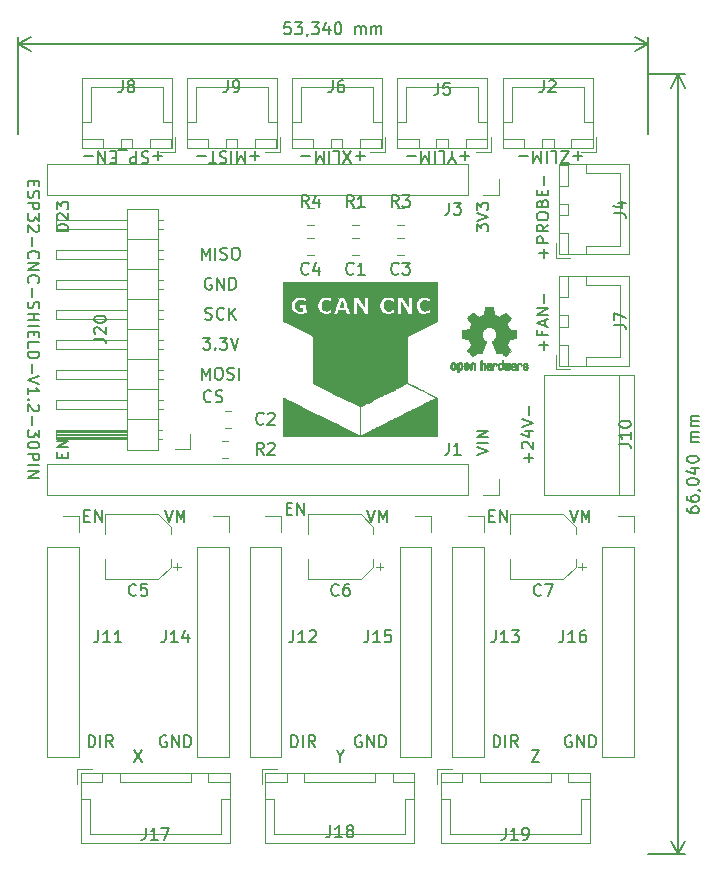
<source format=gbr>
G04 #@! TF.GenerationSoftware,KiCad,Pcbnew,(5.1.5-0)*
G04 #@! TF.CreationDate,2022-07-17T15:28:17+01:00*
G04 #@! TF.ProjectId,Esp32_Cnc_Shield_30Pin_SMD,45737033-325f-4436-9e63-5f536869656c,rev?*
G04 #@! TF.SameCoordinates,Original*
G04 #@! TF.FileFunction,Legend,Top*
G04 #@! TF.FilePolarity,Positive*
%FSLAX46Y46*%
G04 Gerber Fmt 4.6, Leading zero omitted, Abs format (unit mm)*
G04 Created by KiCad (PCBNEW (5.1.5-0)) date 2022-07-17 15:28:17*
%MOMM*%
%LPD*%
G04 APERTURE LIST*
%ADD10C,0.150000*%
%ADD11C,0.010000*%
%ADD12C,0.120000*%
G04 APERTURE END LIST*
D10*
X87732857Y-107243571D02*
X86970952Y-107243571D01*
X87351904Y-106862619D02*
X87351904Y-107624523D01*
X86304285Y-107338809D02*
X86304285Y-106862619D01*
X86637619Y-107862619D02*
X86304285Y-107338809D01*
X85970952Y-107862619D01*
X85161428Y-106862619D02*
X85637619Y-106862619D01*
X85637619Y-107862619D01*
X84828095Y-106862619D02*
X84828095Y-107862619D01*
X84351904Y-106862619D02*
X84351904Y-107862619D01*
X84018571Y-107148333D01*
X83685238Y-107862619D01*
X83685238Y-106862619D01*
X83209047Y-107243571D02*
X82447142Y-107243571D01*
X97305476Y-107243571D02*
X96543571Y-107243571D01*
X96924523Y-106862619D02*
X96924523Y-107624523D01*
X96162619Y-107862619D02*
X95495952Y-107862619D01*
X96162619Y-106862619D01*
X95495952Y-106862619D01*
X94638809Y-106862619D02*
X95115000Y-106862619D01*
X95115000Y-107862619D01*
X94305476Y-106862619D02*
X94305476Y-107862619D01*
X93829285Y-106862619D02*
X93829285Y-107862619D01*
X93495952Y-107148333D01*
X93162619Y-107862619D01*
X93162619Y-106862619D01*
X92686428Y-107243571D02*
X91924523Y-107243571D01*
X78890476Y-107243571D02*
X78128571Y-107243571D01*
X78509523Y-106862619D02*
X78509523Y-107624523D01*
X77747619Y-107862619D02*
X77080952Y-106862619D01*
X77080952Y-107862619D02*
X77747619Y-106862619D01*
X76223809Y-106862619D02*
X76700000Y-106862619D01*
X76700000Y-107862619D01*
X75890476Y-106862619D02*
X75890476Y-107862619D01*
X75414285Y-106862619D02*
X75414285Y-107862619D01*
X75080952Y-107148333D01*
X74747619Y-107862619D01*
X74747619Y-106862619D01*
X74271428Y-107243571D02*
X73509523Y-107243571D01*
X69976666Y-107243571D02*
X69214761Y-107243571D01*
X69595714Y-106862619D02*
X69595714Y-107624523D01*
X68738571Y-106862619D02*
X68738571Y-107862619D01*
X68405238Y-107148333D01*
X68071904Y-107862619D01*
X68071904Y-106862619D01*
X67595714Y-106862619D02*
X67595714Y-107862619D01*
X67167142Y-106910238D02*
X67024285Y-106862619D01*
X66786190Y-106862619D01*
X66690952Y-106910238D01*
X66643333Y-106957857D01*
X66595714Y-107053095D01*
X66595714Y-107148333D01*
X66643333Y-107243571D01*
X66690952Y-107291190D01*
X66786190Y-107338809D01*
X66976666Y-107386428D01*
X67071904Y-107434047D01*
X67119523Y-107481666D01*
X67167142Y-107576904D01*
X67167142Y-107672142D01*
X67119523Y-107767380D01*
X67071904Y-107815000D01*
X66976666Y-107862619D01*
X66738571Y-107862619D01*
X66595714Y-107815000D01*
X66310000Y-107862619D02*
X65738571Y-107862619D01*
X66024285Y-106862619D02*
X66024285Y-107862619D01*
X65405238Y-107243571D02*
X64643333Y-107243571D01*
X61753333Y-107243571D02*
X60991428Y-107243571D01*
X61372380Y-106862619D02*
X61372380Y-107624523D01*
X60562857Y-106910238D02*
X60420000Y-106862619D01*
X60181904Y-106862619D01*
X60086666Y-106910238D01*
X60039047Y-106957857D01*
X59991428Y-107053095D01*
X59991428Y-107148333D01*
X60039047Y-107243571D01*
X60086666Y-107291190D01*
X60181904Y-107338809D01*
X60372380Y-107386428D01*
X60467619Y-107434047D01*
X60515238Y-107481666D01*
X60562857Y-107576904D01*
X60562857Y-107672142D01*
X60515238Y-107767380D01*
X60467619Y-107815000D01*
X60372380Y-107862619D01*
X60134285Y-107862619D01*
X59991428Y-107815000D01*
X59562857Y-106862619D02*
X59562857Y-107862619D01*
X59181904Y-107862619D01*
X59086666Y-107815000D01*
X59039047Y-107767380D01*
X58991428Y-107672142D01*
X58991428Y-107529285D01*
X59039047Y-107434047D01*
X59086666Y-107386428D01*
X59181904Y-107338809D01*
X59562857Y-107338809D01*
X58800952Y-106767380D02*
X58039047Y-106767380D01*
X57800952Y-107386428D02*
X57467619Y-107386428D01*
X57324761Y-106862619D02*
X57800952Y-106862619D01*
X57800952Y-107862619D01*
X57324761Y-107862619D01*
X56896190Y-106862619D02*
X56896190Y-107862619D01*
X56324761Y-106862619D01*
X56324761Y-107862619D01*
X55848571Y-107243571D02*
X55086666Y-107243571D01*
X94051428Y-115871190D02*
X94051428Y-115109285D01*
X94432380Y-115490238D02*
X93670476Y-115490238D01*
X94432380Y-114633095D02*
X93432380Y-114633095D01*
X93432380Y-114252142D01*
X93480000Y-114156904D01*
X93527619Y-114109285D01*
X93622857Y-114061666D01*
X93765714Y-114061666D01*
X93860952Y-114109285D01*
X93908571Y-114156904D01*
X93956190Y-114252142D01*
X93956190Y-114633095D01*
X94432380Y-113061666D02*
X93956190Y-113395000D01*
X94432380Y-113633095D02*
X93432380Y-113633095D01*
X93432380Y-113252142D01*
X93480000Y-113156904D01*
X93527619Y-113109285D01*
X93622857Y-113061666D01*
X93765714Y-113061666D01*
X93860952Y-113109285D01*
X93908571Y-113156904D01*
X93956190Y-113252142D01*
X93956190Y-113633095D01*
X93432380Y-112442619D02*
X93432380Y-112252142D01*
X93480000Y-112156904D01*
X93575238Y-112061666D01*
X93765714Y-112014047D01*
X94099047Y-112014047D01*
X94289523Y-112061666D01*
X94384761Y-112156904D01*
X94432380Y-112252142D01*
X94432380Y-112442619D01*
X94384761Y-112537857D01*
X94289523Y-112633095D01*
X94099047Y-112680714D01*
X93765714Y-112680714D01*
X93575238Y-112633095D01*
X93480000Y-112537857D01*
X93432380Y-112442619D01*
X93908571Y-111252142D02*
X93956190Y-111109285D01*
X94003809Y-111061666D01*
X94099047Y-111014047D01*
X94241904Y-111014047D01*
X94337142Y-111061666D01*
X94384761Y-111109285D01*
X94432380Y-111204523D01*
X94432380Y-111585476D01*
X93432380Y-111585476D01*
X93432380Y-111252142D01*
X93480000Y-111156904D01*
X93527619Y-111109285D01*
X93622857Y-111061666D01*
X93718095Y-111061666D01*
X93813333Y-111109285D01*
X93860952Y-111156904D01*
X93908571Y-111252142D01*
X93908571Y-111585476D01*
X93908571Y-110585476D02*
X93908571Y-110252142D01*
X94432380Y-110109285D02*
X94432380Y-110585476D01*
X93432380Y-110585476D01*
X93432380Y-110109285D01*
X94051428Y-109680714D02*
X94051428Y-108918809D01*
X94051428Y-123665952D02*
X94051428Y-122904047D01*
X94432380Y-123285000D02*
X93670476Y-123285000D01*
X93908571Y-122094523D02*
X93908571Y-122427857D01*
X94432380Y-122427857D02*
X93432380Y-122427857D01*
X93432380Y-121951666D01*
X94146666Y-121618333D02*
X94146666Y-121142142D01*
X94432380Y-121713571D02*
X93432380Y-121380238D01*
X94432380Y-121046904D01*
X94432380Y-120713571D02*
X93432380Y-120713571D01*
X94432380Y-120142142D01*
X93432380Y-120142142D01*
X94051428Y-119665952D02*
X94051428Y-118904047D01*
X92781428Y-133190952D02*
X92781428Y-132429047D01*
X93162380Y-132810000D02*
X92400476Y-132810000D01*
X92257619Y-132000476D02*
X92210000Y-131952857D01*
X92162380Y-131857619D01*
X92162380Y-131619523D01*
X92210000Y-131524285D01*
X92257619Y-131476666D01*
X92352857Y-131429047D01*
X92448095Y-131429047D01*
X92590952Y-131476666D01*
X93162380Y-132048095D01*
X93162380Y-131429047D01*
X92495714Y-130571904D02*
X93162380Y-130571904D01*
X92114761Y-130810000D02*
X92829047Y-131048095D01*
X92829047Y-130429047D01*
X92162380Y-130190952D02*
X93162380Y-129857619D01*
X92162380Y-129524285D01*
X92781428Y-129190952D02*
X92781428Y-128429047D01*
X59356666Y-157567380D02*
X60023333Y-158567380D01*
X60023333Y-157567380D02*
X59356666Y-158567380D01*
X76835000Y-158091190D02*
X76835000Y-158567380D01*
X76501666Y-157567380D02*
X76835000Y-158091190D01*
X77168333Y-157567380D01*
X93011666Y-157567380D02*
X93678333Y-157567380D01*
X93011666Y-158567380D01*
X93678333Y-158567380D01*
X50871428Y-109348571D02*
X50871428Y-109681904D01*
X50347619Y-109824761D02*
X50347619Y-109348571D01*
X51347619Y-109348571D01*
X51347619Y-109824761D01*
X50395238Y-110205714D02*
X50347619Y-110348571D01*
X50347619Y-110586666D01*
X50395238Y-110681904D01*
X50442857Y-110729523D01*
X50538095Y-110777142D01*
X50633333Y-110777142D01*
X50728571Y-110729523D01*
X50776190Y-110681904D01*
X50823809Y-110586666D01*
X50871428Y-110396190D01*
X50919047Y-110300952D01*
X50966666Y-110253333D01*
X51061904Y-110205714D01*
X51157142Y-110205714D01*
X51252380Y-110253333D01*
X51300000Y-110300952D01*
X51347619Y-110396190D01*
X51347619Y-110634285D01*
X51300000Y-110777142D01*
X50347619Y-111205714D02*
X51347619Y-111205714D01*
X51347619Y-111586666D01*
X51300000Y-111681904D01*
X51252380Y-111729523D01*
X51157142Y-111777142D01*
X51014285Y-111777142D01*
X50919047Y-111729523D01*
X50871428Y-111681904D01*
X50823809Y-111586666D01*
X50823809Y-111205714D01*
X51347619Y-112110476D02*
X51347619Y-112729523D01*
X50966666Y-112396190D01*
X50966666Y-112539047D01*
X50919047Y-112634285D01*
X50871428Y-112681904D01*
X50776190Y-112729523D01*
X50538095Y-112729523D01*
X50442857Y-112681904D01*
X50395238Y-112634285D01*
X50347619Y-112539047D01*
X50347619Y-112253333D01*
X50395238Y-112158095D01*
X50442857Y-112110476D01*
X51252380Y-113110476D02*
X51300000Y-113158095D01*
X51347619Y-113253333D01*
X51347619Y-113491428D01*
X51300000Y-113586666D01*
X51252380Y-113634285D01*
X51157142Y-113681904D01*
X51061904Y-113681904D01*
X50919047Y-113634285D01*
X50347619Y-113062857D01*
X50347619Y-113681904D01*
X50728571Y-114110476D02*
X50728571Y-114872380D01*
X50442857Y-115920000D02*
X50395238Y-115872380D01*
X50347619Y-115729523D01*
X50347619Y-115634285D01*
X50395238Y-115491428D01*
X50490476Y-115396190D01*
X50585714Y-115348571D01*
X50776190Y-115300952D01*
X50919047Y-115300952D01*
X51109523Y-115348571D01*
X51204761Y-115396190D01*
X51300000Y-115491428D01*
X51347619Y-115634285D01*
X51347619Y-115729523D01*
X51300000Y-115872380D01*
X51252380Y-115920000D01*
X50347619Y-116348571D02*
X51347619Y-116348571D01*
X50347619Y-116920000D01*
X51347619Y-116920000D01*
X50442857Y-117967619D02*
X50395238Y-117920000D01*
X50347619Y-117777142D01*
X50347619Y-117681904D01*
X50395238Y-117539047D01*
X50490476Y-117443809D01*
X50585714Y-117396190D01*
X50776190Y-117348571D01*
X50919047Y-117348571D01*
X51109523Y-117396190D01*
X51204761Y-117443809D01*
X51300000Y-117539047D01*
X51347619Y-117681904D01*
X51347619Y-117777142D01*
X51300000Y-117920000D01*
X51252380Y-117967619D01*
X50728571Y-118396190D02*
X50728571Y-119158095D01*
X50395238Y-119586666D02*
X50347619Y-119729523D01*
X50347619Y-119967619D01*
X50395238Y-120062857D01*
X50442857Y-120110476D01*
X50538095Y-120158095D01*
X50633333Y-120158095D01*
X50728571Y-120110476D01*
X50776190Y-120062857D01*
X50823809Y-119967619D01*
X50871428Y-119777142D01*
X50919047Y-119681904D01*
X50966666Y-119634285D01*
X51061904Y-119586666D01*
X51157142Y-119586666D01*
X51252380Y-119634285D01*
X51300000Y-119681904D01*
X51347619Y-119777142D01*
X51347619Y-120015238D01*
X51300000Y-120158095D01*
X50347619Y-120586666D02*
X51347619Y-120586666D01*
X50871428Y-120586666D02*
X50871428Y-121158095D01*
X50347619Y-121158095D02*
X51347619Y-121158095D01*
X50347619Y-121634285D02*
X51347619Y-121634285D01*
X50871428Y-122110476D02*
X50871428Y-122443809D01*
X50347619Y-122586666D02*
X50347619Y-122110476D01*
X51347619Y-122110476D01*
X51347619Y-122586666D01*
X50347619Y-123491428D02*
X50347619Y-123015238D01*
X51347619Y-123015238D01*
X50347619Y-123824761D02*
X51347619Y-123824761D01*
X51347619Y-124062857D01*
X51300000Y-124205714D01*
X51204761Y-124300952D01*
X51109523Y-124348571D01*
X50919047Y-124396190D01*
X50776190Y-124396190D01*
X50585714Y-124348571D01*
X50490476Y-124300952D01*
X50395238Y-124205714D01*
X50347619Y-124062857D01*
X50347619Y-123824761D01*
X50728571Y-124824761D02*
X50728571Y-125586666D01*
X51347619Y-125920000D02*
X50347619Y-126253333D01*
X51347619Y-126586666D01*
X50347619Y-127443809D02*
X50347619Y-126872380D01*
X50347619Y-127158095D02*
X51347619Y-127158095D01*
X51204761Y-127062857D01*
X51109523Y-126967619D01*
X51061904Y-126872380D01*
X50442857Y-127872380D02*
X50395238Y-127920000D01*
X50347619Y-127872380D01*
X50395238Y-127824761D01*
X50442857Y-127872380D01*
X50347619Y-127872380D01*
X51252380Y-128300952D02*
X51300000Y-128348571D01*
X51347619Y-128443809D01*
X51347619Y-128681904D01*
X51300000Y-128777142D01*
X51252380Y-128824761D01*
X51157142Y-128872380D01*
X51061904Y-128872380D01*
X50919047Y-128824761D01*
X50347619Y-128253333D01*
X50347619Y-128872380D01*
X50728571Y-129300952D02*
X50728571Y-130062857D01*
X51347619Y-130443809D02*
X51347619Y-131062857D01*
X50966666Y-130729523D01*
X50966666Y-130872380D01*
X50919047Y-130967619D01*
X50871428Y-131015238D01*
X50776190Y-131062857D01*
X50538095Y-131062857D01*
X50442857Y-131015238D01*
X50395238Y-130967619D01*
X50347619Y-130872380D01*
X50347619Y-130586666D01*
X50395238Y-130491428D01*
X50442857Y-130443809D01*
X51347619Y-131681904D02*
X51347619Y-131777142D01*
X51300000Y-131872380D01*
X51252380Y-131920000D01*
X51157142Y-131967619D01*
X50966666Y-132015238D01*
X50728571Y-132015238D01*
X50538095Y-131967619D01*
X50442857Y-131920000D01*
X50395238Y-131872380D01*
X50347619Y-131777142D01*
X50347619Y-131681904D01*
X50395238Y-131586666D01*
X50442857Y-131539047D01*
X50538095Y-131491428D01*
X50728571Y-131443809D01*
X50966666Y-131443809D01*
X51157142Y-131491428D01*
X51252380Y-131539047D01*
X51300000Y-131586666D01*
X51347619Y-131681904D01*
X50347619Y-132443809D02*
X51347619Y-132443809D01*
X51347619Y-132824761D01*
X51300000Y-132920000D01*
X51252380Y-132967619D01*
X51157142Y-133015238D01*
X51014285Y-133015238D01*
X50919047Y-132967619D01*
X50871428Y-132920000D01*
X50823809Y-132824761D01*
X50823809Y-132443809D01*
X50347619Y-133443809D02*
X51347619Y-133443809D01*
X50347619Y-133920000D02*
X51347619Y-133920000D01*
X50347619Y-134491428D01*
X51347619Y-134491428D01*
X53268571Y-132818095D02*
X53268571Y-132484761D01*
X53792380Y-132341904D02*
X53792380Y-132818095D01*
X52792380Y-132818095D01*
X52792380Y-132341904D01*
X53792380Y-131913333D02*
X52792380Y-131913333D01*
X53792380Y-131341904D01*
X52792380Y-131341904D01*
X53792380Y-113609285D02*
X52792380Y-113609285D01*
X52792380Y-113371190D01*
X52840000Y-113228333D01*
X52935238Y-113133095D01*
X53030476Y-113085476D01*
X53220952Y-113037857D01*
X53363809Y-113037857D01*
X53554285Y-113085476D01*
X53649523Y-113133095D01*
X53744761Y-113228333D01*
X53792380Y-113371190D01*
X53792380Y-113609285D01*
X52887619Y-112656904D02*
X52840000Y-112609285D01*
X52792380Y-112514047D01*
X52792380Y-112275952D01*
X52840000Y-112180714D01*
X52887619Y-112133095D01*
X52982857Y-112085476D01*
X53078095Y-112085476D01*
X53220952Y-112133095D01*
X53792380Y-112704523D01*
X53792380Y-112085476D01*
X52792380Y-111752142D02*
X52792380Y-111133095D01*
X53173333Y-111466428D01*
X53173333Y-111323571D01*
X53220952Y-111228333D01*
X53268571Y-111180714D01*
X53363809Y-111133095D01*
X53601904Y-111133095D01*
X53697142Y-111180714D01*
X53744761Y-111228333D01*
X53792380Y-111323571D01*
X53792380Y-111609285D01*
X53744761Y-111704523D01*
X53697142Y-111752142D01*
X88352380Y-113633095D02*
X88352380Y-113014047D01*
X88733333Y-113347380D01*
X88733333Y-113204523D01*
X88780952Y-113109285D01*
X88828571Y-113061666D01*
X88923809Y-113014047D01*
X89161904Y-113014047D01*
X89257142Y-113061666D01*
X89304761Y-113109285D01*
X89352380Y-113204523D01*
X89352380Y-113490238D01*
X89304761Y-113585476D01*
X89257142Y-113633095D01*
X88352380Y-112728333D02*
X89352380Y-112395000D01*
X88352380Y-112061666D01*
X88352380Y-111823571D02*
X88352380Y-111204523D01*
X88733333Y-111537857D01*
X88733333Y-111395000D01*
X88780952Y-111299761D01*
X88828571Y-111252142D01*
X88923809Y-111204523D01*
X89161904Y-111204523D01*
X89257142Y-111252142D01*
X89304761Y-111299761D01*
X89352380Y-111395000D01*
X89352380Y-111680714D01*
X89304761Y-111775952D01*
X89257142Y-111823571D01*
X88352380Y-132540238D02*
X89352380Y-132206904D01*
X88352380Y-131873571D01*
X89352380Y-131540238D02*
X88352380Y-131540238D01*
X89352380Y-131064047D02*
X88352380Y-131064047D01*
X89352380Y-130492619D01*
X88352380Y-130492619D01*
X96250238Y-137247380D02*
X96583571Y-138247380D01*
X96916904Y-137247380D01*
X97250238Y-138247380D02*
X97250238Y-137247380D01*
X97583571Y-137961666D01*
X97916904Y-137247380D01*
X97916904Y-138247380D01*
X79105238Y-137247380D02*
X79438571Y-138247380D01*
X79771904Y-137247380D01*
X80105238Y-138247380D02*
X80105238Y-137247380D01*
X80438571Y-137961666D01*
X80771904Y-137247380D01*
X80771904Y-138247380D01*
X61960238Y-137247380D02*
X62293571Y-138247380D01*
X62626904Y-137247380D01*
X62960238Y-138247380D02*
X62960238Y-137247380D01*
X63293571Y-137961666D01*
X63626904Y-137247380D01*
X63626904Y-138247380D01*
X78613095Y-156345000D02*
X78517857Y-156297380D01*
X78375000Y-156297380D01*
X78232142Y-156345000D01*
X78136904Y-156440238D01*
X78089285Y-156535476D01*
X78041666Y-156725952D01*
X78041666Y-156868809D01*
X78089285Y-157059285D01*
X78136904Y-157154523D01*
X78232142Y-157249761D01*
X78375000Y-157297380D01*
X78470238Y-157297380D01*
X78613095Y-157249761D01*
X78660714Y-157202142D01*
X78660714Y-156868809D01*
X78470238Y-156868809D01*
X79089285Y-157297380D02*
X79089285Y-156297380D01*
X79660714Y-157297380D01*
X79660714Y-156297380D01*
X80136904Y-157297380D02*
X80136904Y-156297380D01*
X80375000Y-156297380D01*
X80517857Y-156345000D01*
X80613095Y-156440238D01*
X80660714Y-156535476D01*
X80708333Y-156725952D01*
X80708333Y-156868809D01*
X80660714Y-157059285D01*
X80613095Y-157154523D01*
X80517857Y-157249761D01*
X80375000Y-157297380D01*
X80136904Y-157297380D01*
X62103095Y-156345000D02*
X62007857Y-156297380D01*
X61865000Y-156297380D01*
X61722142Y-156345000D01*
X61626904Y-156440238D01*
X61579285Y-156535476D01*
X61531666Y-156725952D01*
X61531666Y-156868809D01*
X61579285Y-157059285D01*
X61626904Y-157154523D01*
X61722142Y-157249761D01*
X61865000Y-157297380D01*
X61960238Y-157297380D01*
X62103095Y-157249761D01*
X62150714Y-157202142D01*
X62150714Y-156868809D01*
X61960238Y-156868809D01*
X62579285Y-157297380D02*
X62579285Y-156297380D01*
X63150714Y-157297380D01*
X63150714Y-156297380D01*
X63626904Y-157297380D02*
X63626904Y-156297380D01*
X63865000Y-156297380D01*
X64007857Y-156345000D01*
X64103095Y-156440238D01*
X64150714Y-156535476D01*
X64198333Y-156725952D01*
X64198333Y-156868809D01*
X64150714Y-157059285D01*
X64103095Y-157154523D01*
X64007857Y-157249761D01*
X63865000Y-157297380D01*
X63626904Y-157297380D01*
X96393095Y-156345000D02*
X96297857Y-156297380D01*
X96155000Y-156297380D01*
X96012142Y-156345000D01*
X95916904Y-156440238D01*
X95869285Y-156535476D01*
X95821666Y-156725952D01*
X95821666Y-156868809D01*
X95869285Y-157059285D01*
X95916904Y-157154523D01*
X96012142Y-157249761D01*
X96155000Y-157297380D01*
X96250238Y-157297380D01*
X96393095Y-157249761D01*
X96440714Y-157202142D01*
X96440714Y-156868809D01*
X96250238Y-156868809D01*
X96869285Y-157297380D02*
X96869285Y-156297380D01*
X97440714Y-157297380D01*
X97440714Y-156297380D01*
X97916904Y-157297380D02*
X97916904Y-156297380D01*
X98155000Y-156297380D01*
X98297857Y-156345000D01*
X98393095Y-156440238D01*
X98440714Y-156535476D01*
X98488333Y-156725952D01*
X98488333Y-156868809D01*
X98440714Y-157059285D01*
X98393095Y-157154523D01*
X98297857Y-157249761D01*
X98155000Y-157297380D01*
X97916904Y-157297380D01*
X89805000Y-157297380D02*
X89805000Y-156297380D01*
X90043095Y-156297380D01*
X90185952Y-156345000D01*
X90281190Y-156440238D01*
X90328809Y-156535476D01*
X90376428Y-156725952D01*
X90376428Y-156868809D01*
X90328809Y-157059285D01*
X90281190Y-157154523D01*
X90185952Y-157249761D01*
X90043095Y-157297380D01*
X89805000Y-157297380D01*
X90805000Y-157297380D02*
X90805000Y-156297380D01*
X91852619Y-157297380D02*
X91519285Y-156821190D01*
X91281190Y-157297380D02*
X91281190Y-156297380D01*
X91662142Y-156297380D01*
X91757380Y-156345000D01*
X91805000Y-156392619D01*
X91852619Y-156487857D01*
X91852619Y-156630714D01*
X91805000Y-156725952D01*
X91757380Y-156773571D01*
X91662142Y-156821190D01*
X91281190Y-156821190D01*
X72660000Y-157297380D02*
X72660000Y-156297380D01*
X72898095Y-156297380D01*
X73040952Y-156345000D01*
X73136190Y-156440238D01*
X73183809Y-156535476D01*
X73231428Y-156725952D01*
X73231428Y-156868809D01*
X73183809Y-157059285D01*
X73136190Y-157154523D01*
X73040952Y-157249761D01*
X72898095Y-157297380D01*
X72660000Y-157297380D01*
X73660000Y-157297380D02*
X73660000Y-156297380D01*
X74707619Y-157297380D02*
X74374285Y-156821190D01*
X74136190Y-157297380D02*
X74136190Y-156297380D01*
X74517142Y-156297380D01*
X74612380Y-156345000D01*
X74660000Y-156392619D01*
X74707619Y-156487857D01*
X74707619Y-156630714D01*
X74660000Y-156725952D01*
X74612380Y-156773571D01*
X74517142Y-156821190D01*
X74136190Y-156821190D01*
X55515000Y-157297380D02*
X55515000Y-156297380D01*
X55753095Y-156297380D01*
X55895952Y-156345000D01*
X55991190Y-156440238D01*
X56038809Y-156535476D01*
X56086428Y-156725952D01*
X56086428Y-156868809D01*
X56038809Y-157059285D01*
X55991190Y-157154523D01*
X55895952Y-157249761D01*
X55753095Y-157297380D01*
X55515000Y-157297380D01*
X56515000Y-157297380D02*
X56515000Y-156297380D01*
X57562619Y-157297380D02*
X57229285Y-156821190D01*
X56991190Y-157297380D02*
X56991190Y-156297380D01*
X57372142Y-156297380D01*
X57467380Y-156345000D01*
X57515000Y-156392619D01*
X57562619Y-156487857D01*
X57562619Y-156630714D01*
X57515000Y-156725952D01*
X57467380Y-156773571D01*
X57372142Y-156821190D01*
X56991190Y-156821190D01*
X89431904Y-137723571D02*
X89765238Y-137723571D01*
X89908095Y-138247380D02*
X89431904Y-138247380D01*
X89431904Y-137247380D01*
X89908095Y-137247380D01*
X90336666Y-138247380D02*
X90336666Y-137247380D01*
X90908095Y-138247380D01*
X90908095Y-137247380D01*
X72286904Y-137088571D02*
X72620238Y-137088571D01*
X72763095Y-137612380D02*
X72286904Y-137612380D01*
X72286904Y-136612380D01*
X72763095Y-136612380D01*
X73191666Y-137612380D02*
X73191666Y-136612380D01*
X73763095Y-137612380D01*
X73763095Y-136612380D01*
X55141904Y-137723571D02*
X55475238Y-137723571D01*
X55618095Y-138247380D02*
X55141904Y-138247380D01*
X55141904Y-137247380D01*
X55618095Y-137247380D01*
X56046666Y-138247380D02*
X56046666Y-137247380D01*
X56618095Y-138247380D01*
X56618095Y-137247380D01*
X65873333Y-127992142D02*
X65825714Y-128039761D01*
X65682857Y-128087380D01*
X65587619Y-128087380D01*
X65444761Y-128039761D01*
X65349523Y-127944523D01*
X65301904Y-127849285D01*
X65254285Y-127658809D01*
X65254285Y-127515952D01*
X65301904Y-127325476D01*
X65349523Y-127230238D01*
X65444761Y-127135000D01*
X65587619Y-127087380D01*
X65682857Y-127087380D01*
X65825714Y-127135000D01*
X65873333Y-127182619D01*
X66254285Y-128039761D02*
X66397142Y-128087380D01*
X66635238Y-128087380D01*
X66730476Y-128039761D01*
X66778095Y-127992142D01*
X66825714Y-127896904D01*
X66825714Y-127801666D01*
X66778095Y-127706428D01*
X66730476Y-127658809D01*
X66635238Y-127611190D01*
X66444761Y-127563571D01*
X66349523Y-127515952D01*
X66301904Y-127468333D01*
X66254285Y-127373095D01*
X66254285Y-127277857D01*
X66301904Y-127182619D01*
X66349523Y-127135000D01*
X66444761Y-127087380D01*
X66682857Y-127087380D01*
X66825714Y-127135000D01*
X65103571Y-126182380D02*
X65103571Y-125182380D01*
X65436904Y-125896666D01*
X65770238Y-125182380D01*
X65770238Y-126182380D01*
X66436904Y-125182380D02*
X66627380Y-125182380D01*
X66722619Y-125230000D01*
X66817857Y-125325238D01*
X66865476Y-125515714D01*
X66865476Y-125849047D01*
X66817857Y-126039523D01*
X66722619Y-126134761D01*
X66627380Y-126182380D01*
X66436904Y-126182380D01*
X66341666Y-126134761D01*
X66246428Y-126039523D01*
X66198809Y-125849047D01*
X66198809Y-125515714D01*
X66246428Y-125325238D01*
X66341666Y-125230000D01*
X66436904Y-125182380D01*
X67246428Y-126134761D02*
X67389285Y-126182380D01*
X67627380Y-126182380D01*
X67722619Y-126134761D01*
X67770238Y-126087142D01*
X67817857Y-125991904D01*
X67817857Y-125896666D01*
X67770238Y-125801428D01*
X67722619Y-125753809D01*
X67627380Y-125706190D01*
X67436904Y-125658571D01*
X67341666Y-125610952D01*
X67294047Y-125563333D01*
X67246428Y-125468095D01*
X67246428Y-125372857D01*
X67294047Y-125277619D01*
X67341666Y-125230000D01*
X67436904Y-125182380D01*
X67675000Y-125182380D01*
X67817857Y-125230000D01*
X68246428Y-126182380D02*
X68246428Y-125182380D01*
X65198809Y-122642380D02*
X65817857Y-122642380D01*
X65484523Y-123023333D01*
X65627380Y-123023333D01*
X65722619Y-123070952D01*
X65770238Y-123118571D01*
X65817857Y-123213809D01*
X65817857Y-123451904D01*
X65770238Y-123547142D01*
X65722619Y-123594761D01*
X65627380Y-123642380D01*
X65341666Y-123642380D01*
X65246428Y-123594761D01*
X65198809Y-123547142D01*
X66246428Y-123547142D02*
X66294047Y-123594761D01*
X66246428Y-123642380D01*
X66198809Y-123594761D01*
X66246428Y-123547142D01*
X66246428Y-123642380D01*
X66627380Y-122642380D02*
X67246428Y-122642380D01*
X66913095Y-123023333D01*
X67055952Y-123023333D01*
X67151190Y-123070952D01*
X67198809Y-123118571D01*
X67246428Y-123213809D01*
X67246428Y-123451904D01*
X67198809Y-123547142D01*
X67151190Y-123594761D01*
X67055952Y-123642380D01*
X66770238Y-123642380D01*
X66675000Y-123594761D01*
X66627380Y-123547142D01*
X67532142Y-122642380D02*
X67865476Y-123642380D01*
X68198809Y-122642380D01*
X65389285Y-121054761D02*
X65532142Y-121102380D01*
X65770238Y-121102380D01*
X65865476Y-121054761D01*
X65913095Y-121007142D01*
X65960714Y-120911904D01*
X65960714Y-120816666D01*
X65913095Y-120721428D01*
X65865476Y-120673809D01*
X65770238Y-120626190D01*
X65579761Y-120578571D01*
X65484523Y-120530952D01*
X65436904Y-120483333D01*
X65389285Y-120388095D01*
X65389285Y-120292857D01*
X65436904Y-120197619D01*
X65484523Y-120150000D01*
X65579761Y-120102380D01*
X65817857Y-120102380D01*
X65960714Y-120150000D01*
X66960714Y-121007142D02*
X66913095Y-121054761D01*
X66770238Y-121102380D01*
X66675000Y-121102380D01*
X66532142Y-121054761D01*
X66436904Y-120959523D01*
X66389285Y-120864285D01*
X66341666Y-120673809D01*
X66341666Y-120530952D01*
X66389285Y-120340476D01*
X66436904Y-120245238D01*
X66532142Y-120150000D01*
X66675000Y-120102380D01*
X66770238Y-120102380D01*
X66913095Y-120150000D01*
X66960714Y-120197619D01*
X67389285Y-121102380D02*
X67389285Y-120102380D01*
X67960714Y-121102380D02*
X67532142Y-120530952D01*
X67960714Y-120102380D02*
X67389285Y-120673809D01*
X65913095Y-117610000D02*
X65817857Y-117562380D01*
X65675000Y-117562380D01*
X65532142Y-117610000D01*
X65436904Y-117705238D01*
X65389285Y-117800476D01*
X65341666Y-117990952D01*
X65341666Y-118133809D01*
X65389285Y-118324285D01*
X65436904Y-118419523D01*
X65532142Y-118514761D01*
X65675000Y-118562380D01*
X65770238Y-118562380D01*
X65913095Y-118514761D01*
X65960714Y-118467142D01*
X65960714Y-118133809D01*
X65770238Y-118133809D01*
X66389285Y-118562380D02*
X66389285Y-117562380D01*
X66960714Y-118562380D01*
X66960714Y-117562380D01*
X67436904Y-118562380D02*
X67436904Y-117562380D01*
X67675000Y-117562380D01*
X67817857Y-117610000D01*
X67913095Y-117705238D01*
X67960714Y-117800476D01*
X68008333Y-117990952D01*
X68008333Y-118133809D01*
X67960714Y-118324285D01*
X67913095Y-118419523D01*
X67817857Y-118514761D01*
X67675000Y-118562380D01*
X67436904Y-118562380D01*
X65103571Y-116022380D02*
X65103571Y-115022380D01*
X65436904Y-115736666D01*
X65770238Y-115022380D01*
X65770238Y-116022380D01*
X66246428Y-116022380D02*
X66246428Y-115022380D01*
X66675000Y-115974761D02*
X66817857Y-116022380D01*
X67055952Y-116022380D01*
X67151190Y-115974761D01*
X67198809Y-115927142D01*
X67246428Y-115831904D01*
X67246428Y-115736666D01*
X67198809Y-115641428D01*
X67151190Y-115593809D01*
X67055952Y-115546190D01*
X66865476Y-115498571D01*
X66770238Y-115450952D01*
X66722619Y-115403333D01*
X66675000Y-115308095D01*
X66675000Y-115212857D01*
X66722619Y-115117619D01*
X66770238Y-115070000D01*
X66865476Y-115022380D01*
X67103571Y-115022380D01*
X67246428Y-115070000D01*
X67865476Y-115022380D02*
X68055952Y-115022380D01*
X68151190Y-115070000D01*
X68246428Y-115165238D01*
X68294047Y-115355714D01*
X68294047Y-115689047D01*
X68246428Y-115879523D01*
X68151190Y-115974761D01*
X68055952Y-116022380D01*
X67865476Y-116022380D01*
X67770238Y-115974761D01*
X67675000Y-115879523D01*
X67627380Y-115689047D01*
X67627380Y-115355714D01*
X67675000Y-115165238D01*
X67770238Y-115070000D01*
X67865476Y-115022380D01*
X72580952Y-95942380D02*
X72104761Y-95942380D01*
X72057142Y-96418571D01*
X72104761Y-96370952D01*
X72200000Y-96323333D01*
X72438095Y-96323333D01*
X72533333Y-96370952D01*
X72580952Y-96418571D01*
X72628571Y-96513809D01*
X72628571Y-96751904D01*
X72580952Y-96847142D01*
X72533333Y-96894761D01*
X72438095Y-96942380D01*
X72200000Y-96942380D01*
X72104761Y-96894761D01*
X72057142Y-96847142D01*
X72961904Y-95942380D02*
X73580952Y-95942380D01*
X73247619Y-96323333D01*
X73390476Y-96323333D01*
X73485714Y-96370952D01*
X73533333Y-96418571D01*
X73580952Y-96513809D01*
X73580952Y-96751904D01*
X73533333Y-96847142D01*
X73485714Y-96894761D01*
X73390476Y-96942380D01*
X73104761Y-96942380D01*
X73009523Y-96894761D01*
X72961904Y-96847142D01*
X74057142Y-96894761D02*
X74057142Y-96942380D01*
X74009523Y-97037619D01*
X73961904Y-97085238D01*
X74390476Y-95942380D02*
X75009523Y-95942380D01*
X74676190Y-96323333D01*
X74819047Y-96323333D01*
X74914285Y-96370952D01*
X74961904Y-96418571D01*
X75009523Y-96513809D01*
X75009523Y-96751904D01*
X74961904Y-96847142D01*
X74914285Y-96894761D01*
X74819047Y-96942380D01*
X74533333Y-96942380D01*
X74438095Y-96894761D01*
X74390476Y-96847142D01*
X75866666Y-96275714D02*
X75866666Y-96942380D01*
X75628571Y-95894761D02*
X75390476Y-96609047D01*
X76009523Y-96609047D01*
X76580952Y-95942380D02*
X76676190Y-95942380D01*
X76771428Y-95990000D01*
X76819047Y-96037619D01*
X76866666Y-96132857D01*
X76914285Y-96323333D01*
X76914285Y-96561428D01*
X76866666Y-96751904D01*
X76819047Y-96847142D01*
X76771428Y-96894761D01*
X76676190Y-96942380D01*
X76580952Y-96942380D01*
X76485714Y-96894761D01*
X76438095Y-96847142D01*
X76390476Y-96751904D01*
X76342857Y-96561428D01*
X76342857Y-96323333D01*
X76390476Y-96132857D01*
X76438095Y-96037619D01*
X76485714Y-95990000D01*
X76580952Y-95942380D01*
X78104761Y-96942380D02*
X78104761Y-96275714D01*
X78104761Y-96370952D02*
X78152380Y-96323333D01*
X78247619Y-96275714D01*
X78390476Y-96275714D01*
X78485714Y-96323333D01*
X78533333Y-96418571D01*
X78533333Y-96942380D01*
X78533333Y-96418571D02*
X78580952Y-96323333D01*
X78676190Y-96275714D01*
X78819047Y-96275714D01*
X78914285Y-96323333D01*
X78961904Y-96418571D01*
X78961904Y-96942380D01*
X79438095Y-96942380D02*
X79438095Y-96275714D01*
X79438095Y-96370952D02*
X79485714Y-96323333D01*
X79580952Y-96275714D01*
X79723809Y-96275714D01*
X79819047Y-96323333D01*
X79866666Y-96418571D01*
X79866666Y-96942380D01*
X79866666Y-96418571D02*
X79914285Y-96323333D01*
X80009523Y-96275714D01*
X80152380Y-96275714D01*
X80247619Y-96323333D01*
X80295238Y-96418571D01*
X80295238Y-96942380D01*
X102870000Y-97790000D02*
X49530000Y-97790000D01*
X102870000Y-105409999D02*
X102870000Y-97203579D01*
X49530000Y-105409999D02*
X49530000Y-97203579D01*
X49530000Y-97790000D02*
X50656504Y-97203579D01*
X49530000Y-97790000D02*
X50656504Y-98376421D01*
X102870000Y-97790000D02*
X101743496Y-97203579D01*
X102870000Y-97790000D02*
X101743496Y-98376421D01*
X106162380Y-137016666D02*
X106162380Y-137207142D01*
X106210000Y-137302380D01*
X106257619Y-137350000D01*
X106400476Y-137445238D01*
X106590952Y-137492857D01*
X106971904Y-137492857D01*
X107067142Y-137445238D01*
X107114761Y-137397619D01*
X107162380Y-137302380D01*
X107162380Y-137111904D01*
X107114761Y-137016666D01*
X107067142Y-136969047D01*
X106971904Y-136921428D01*
X106733809Y-136921428D01*
X106638571Y-136969047D01*
X106590952Y-137016666D01*
X106543333Y-137111904D01*
X106543333Y-137302380D01*
X106590952Y-137397619D01*
X106638571Y-137445238D01*
X106733809Y-137492857D01*
X106162380Y-136064285D02*
X106162380Y-136254761D01*
X106210000Y-136350000D01*
X106257619Y-136397619D01*
X106400476Y-136492857D01*
X106590952Y-136540476D01*
X106971904Y-136540476D01*
X107067142Y-136492857D01*
X107114761Y-136445238D01*
X107162380Y-136350000D01*
X107162380Y-136159523D01*
X107114761Y-136064285D01*
X107067142Y-136016666D01*
X106971904Y-135969047D01*
X106733809Y-135969047D01*
X106638571Y-136016666D01*
X106590952Y-136064285D01*
X106543333Y-136159523D01*
X106543333Y-136350000D01*
X106590952Y-136445238D01*
X106638571Y-136492857D01*
X106733809Y-136540476D01*
X107114761Y-135492857D02*
X107162380Y-135492857D01*
X107257619Y-135540476D01*
X107305238Y-135588095D01*
X106162380Y-134873809D02*
X106162380Y-134778571D01*
X106210000Y-134683333D01*
X106257619Y-134635714D01*
X106352857Y-134588095D01*
X106543333Y-134540476D01*
X106781428Y-134540476D01*
X106971904Y-134588095D01*
X107067142Y-134635714D01*
X107114761Y-134683333D01*
X107162380Y-134778571D01*
X107162380Y-134873809D01*
X107114761Y-134969047D01*
X107067142Y-135016666D01*
X106971904Y-135064285D01*
X106781428Y-135111904D01*
X106543333Y-135111904D01*
X106352857Y-135064285D01*
X106257619Y-135016666D01*
X106210000Y-134969047D01*
X106162380Y-134873809D01*
X106495714Y-133683333D02*
X107162380Y-133683333D01*
X106114761Y-133921428D02*
X106829047Y-134159523D01*
X106829047Y-133540476D01*
X106162380Y-132969047D02*
X106162380Y-132873809D01*
X106210000Y-132778571D01*
X106257619Y-132730952D01*
X106352857Y-132683333D01*
X106543333Y-132635714D01*
X106781428Y-132635714D01*
X106971904Y-132683333D01*
X107067142Y-132730952D01*
X107114761Y-132778571D01*
X107162380Y-132873809D01*
X107162380Y-132969047D01*
X107114761Y-133064285D01*
X107067142Y-133111904D01*
X106971904Y-133159523D01*
X106781428Y-133207142D01*
X106543333Y-133207142D01*
X106352857Y-133159523D01*
X106257619Y-133111904D01*
X106210000Y-133064285D01*
X106162380Y-132969047D01*
X107162380Y-131445238D02*
X106495714Y-131445238D01*
X106590952Y-131445238D02*
X106543333Y-131397619D01*
X106495714Y-131302380D01*
X106495714Y-131159523D01*
X106543333Y-131064285D01*
X106638571Y-131016666D01*
X107162380Y-131016666D01*
X106638571Y-131016666D02*
X106543333Y-130969047D01*
X106495714Y-130873809D01*
X106495714Y-130730952D01*
X106543333Y-130635714D01*
X106638571Y-130588095D01*
X107162380Y-130588095D01*
X107162380Y-130111904D02*
X106495714Y-130111904D01*
X106590952Y-130111904D02*
X106543333Y-130064285D01*
X106495714Y-129969047D01*
X106495714Y-129826190D01*
X106543333Y-129730952D01*
X106638571Y-129683333D01*
X107162380Y-129683333D01*
X106638571Y-129683333D02*
X106543333Y-129635714D01*
X106495714Y-129540476D01*
X106495714Y-129397619D01*
X106543333Y-129302380D01*
X106638571Y-129254761D01*
X107162380Y-129254761D01*
X105410000Y-166370000D02*
X105410000Y-100330000D01*
X102870000Y-166370000D02*
X105996421Y-166370000D01*
X102870000Y-100330000D02*
X105996421Y-100330000D01*
X105410000Y-100330000D02*
X105996421Y-101456504D01*
X105410000Y-100330000D02*
X104823579Y-101456504D01*
X105410000Y-166370000D02*
X105996421Y-165243496D01*
X105410000Y-166370000D02*
X104823579Y-165243496D01*
D11*
G36*
X89511910Y-120051348D02*
G01*
X89590454Y-120051778D01*
X89647298Y-120052942D01*
X89686105Y-120055207D01*
X89710538Y-120058940D01*
X89724262Y-120064506D01*
X89730940Y-120072273D01*
X89734236Y-120082605D01*
X89734556Y-120083943D01*
X89739562Y-120108079D01*
X89748829Y-120155701D01*
X89761392Y-120221741D01*
X89776287Y-120301128D01*
X89792551Y-120388796D01*
X89793119Y-120391875D01*
X89809410Y-120477789D01*
X89824652Y-120553696D01*
X89837861Y-120615045D01*
X89848054Y-120657282D01*
X89854248Y-120675855D01*
X89854543Y-120676184D01*
X89872788Y-120685253D01*
X89910405Y-120700367D01*
X89959271Y-120718262D01*
X89959543Y-120718358D01*
X90021093Y-120741493D01*
X90093657Y-120770965D01*
X90162057Y-120800597D01*
X90165294Y-120802062D01*
X90276702Y-120852626D01*
X90523399Y-120684160D01*
X90599077Y-120632803D01*
X90667631Y-120586889D01*
X90725088Y-120549030D01*
X90767476Y-120521837D01*
X90790825Y-120507921D01*
X90793042Y-120506889D01*
X90810010Y-120511484D01*
X90841701Y-120533655D01*
X90889352Y-120574447D01*
X90954198Y-120634905D01*
X91020397Y-120699227D01*
X91084214Y-120762612D01*
X91141329Y-120820451D01*
X91188305Y-120869175D01*
X91221703Y-120905210D01*
X91238085Y-120924984D01*
X91238694Y-120926002D01*
X91240505Y-120939572D01*
X91233683Y-120961733D01*
X91216540Y-120995478D01*
X91187393Y-121043800D01*
X91144555Y-121109692D01*
X91087448Y-121194517D01*
X91036766Y-121269177D01*
X90991461Y-121336140D01*
X90954150Y-121391516D01*
X90927452Y-121431420D01*
X90913985Y-121451962D01*
X90913137Y-121453356D01*
X90914781Y-121473038D01*
X90927245Y-121511293D01*
X90948048Y-121560889D01*
X90955462Y-121576728D01*
X90987814Y-121647290D01*
X91022328Y-121727353D01*
X91050365Y-121796629D01*
X91070568Y-121848045D01*
X91086615Y-121887119D01*
X91095888Y-121907541D01*
X91097041Y-121909114D01*
X91114096Y-121911721D01*
X91154298Y-121918863D01*
X91212302Y-121929523D01*
X91282763Y-121942685D01*
X91360335Y-121957333D01*
X91439672Y-121972449D01*
X91515431Y-121987018D01*
X91582264Y-122000022D01*
X91634828Y-122010445D01*
X91667776Y-122017270D01*
X91675857Y-122019199D01*
X91684205Y-122023962D01*
X91690506Y-122034718D01*
X91695045Y-122055098D01*
X91698104Y-122088734D01*
X91699967Y-122139255D01*
X91700918Y-122210292D01*
X91701240Y-122305476D01*
X91701257Y-122344492D01*
X91701257Y-122661799D01*
X91625057Y-122676839D01*
X91582663Y-122684995D01*
X91519400Y-122696899D01*
X91442962Y-122711116D01*
X91361043Y-122726210D01*
X91338400Y-122730355D01*
X91262806Y-122745053D01*
X91196953Y-122759505D01*
X91146366Y-122772375D01*
X91116574Y-122782322D01*
X91111612Y-122785287D01*
X91099426Y-122806283D01*
X91081953Y-122846967D01*
X91062577Y-122899322D01*
X91058734Y-122910600D01*
X91033339Y-122980523D01*
X91001817Y-123059418D01*
X90970969Y-123130266D01*
X90970817Y-123130595D01*
X90919447Y-123241733D01*
X91088399Y-123490253D01*
X91257352Y-123738772D01*
X91040429Y-123956058D01*
X90974819Y-124020726D01*
X90914979Y-124077733D01*
X90864267Y-124124033D01*
X90826046Y-124156584D01*
X90803675Y-124172343D01*
X90800466Y-124173343D01*
X90781626Y-124165469D01*
X90743180Y-124143578D01*
X90689330Y-124110267D01*
X90624276Y-124068131D01*
X90553940Y-124020943D01*
X90482555Y-123972810D01*
X90418908Y-123930928D01*
X90367041Y-123897871D01*
X90330995Y-123876218D01*
X90314867Y-123868543D01*
X90295189Y-123875037D01*
X90257875Y-123892150D01*
X90210621Y-123916326D01*
X90205612Y-123919013D01*
X90141977Y-123950927D01*
X90098341Y-123966579D01*
X90071202Y-123966745D01*
X90057057Y-123952204D01*
X90056975Y-123952000D01*
X90049905Y-123934779D01*
X90033042Y-123893899D01*
X90007695Y-123832525D01*
X89975171Y-123753819D01*
X89936778Y-123660947D01*
X89893822Y-123557072D01*
X89852222Y-123456502D01*
X89806504Y-123345516D01*
X89764526Y-123242703D01*
X89727548Y-123151215D01*
X89696827Y-123074201D01*
X89673622Y-123014815D01*
X89659190Y-122976209D01*
X89654743Y-122961800D01*
X89665896Y-122945272D01*
X89695069Y-122918930D01*
X89733971Y-122889887D01*
X89844757Y-122798039D01*
X89931351Y-122692759D01*
X89992716Y-122576266D01*
X90027815Y-122450776D01*
X90035608Y-122318507D01*
X90029943Y-122257457D01*
X89999078Y-122130795D01*
X89945920Y-122018941D01*
X89873767Y-121923001D01*
X89785917Y-121844076D01*
X89685665Y-121783270D01*
X89576310Y-121741687D01*
X89461147Y-121720428D01*
X89343475Y-121720599D01*
X89226590Y-121743301D01*
X89113789Y-121789638D01*
X89008369Y-121860713D01*
X88964368Y-121900911D01*
X88879979Y-122004129D01*
X88821222Y-122116925D01*
X88787704Y-122236010D01*
X88779035Y-122358095D01*
X88794823Y-122479893D01*
X88834678Y-122598116D01*
X88898207Y-122709475D01*
X88985021Y-122810684D01*
X89082029Y-122889887D01*
X89122437Y-122920162D01*
X89150982Y-122946219D01*
X89161257Y-122961825D01*
X89155877Y-122978843D01*
X89140575Y-123019500D01*
X89116612Y-123080642D01*
X89085244Y-123159119D01*
X89047732Y-123251780D01*
X89005333Y-123355472D01*
X88963663Y-123456526D01*
X88917690Y-123567607D01*
X88875107Y-123670541D01*
X88837221Y-123762165D01*
X88805340Y-123839316D01*
X88780771Y-123898831D01*
X88764820Y-123937544D01*
X88758910Y-123952000D01*
X88744948Y-123966685D01*
X88717940Y-123966642D01*
X88674413Y-123951099D01*
X88610890Y-123919284D01*
X88610388Y-123919013D01*
X88562560Y-123894323D01*
X88523897Y-123876338D01*
X88502095Y-123868614D01*
X88501133Y-123868543D01*
X88484721Y-123876378D01*
X88448487Y-123898165D01*
X88396474Y-123931328D01*
X88332725Y-123973291D01*
X88262060Y-124020943D01*
X88190116Y-124069191D01*
X88125274Y-124111151D01*
X88071735Y-124144227D01*
X88033697Y-124165821D01*
X88015533Y-124173343D01*
X87998808Y-124163457D01*
X87965180Y-124135826D01*
X87918010Y-124093495D01*
X87860658Y-124039505D01*
X87796484Y-123976899D01*
X87775497Y-123955983D01*
X87558499Y-123738623D01*
X87723668Y-123496220D01*
X87773864Y-123421781D01*
X87817919Y-123354972D01*
X87853362Y-123299665D01*
X87877719Y-123259729D01*
X87888522Y-123239036D01*
X87888838Y-123237563D01*
X87883143Y-123218058D01*
X87867826Y-123178822D01*
X87845537Y-123126430D01*
X87829893Y-123091355D01*
X87800641Y-123024201D01*
X87773094Y-122956358D01*
X87751737Y-122899034D01*
X87745935Y-122881572D01*
X87729452Y-122834938D01*
X87713340Y-122798905D01*
X87704490Y-122785287D01*
X87684960Y-122776952D01*
X87642334Y-122765137D01*
X87582145Y-122751181D01*
X87509922Y-122736422D01*
X87477600Y-122730355D01*
X87395522Y-122715273D01*
X87316795Y-122700669D01*
X87249109Y-122687980D01*
X87200160Y-122678642D01*
X87190943Y-122676839D01*
X87114743Y-122661799D01*
X87114743Y-122344492D01*
X87114914Y-122240154D01*
X87115616Y-122161213D01*
X87117134Y-122104038D01*
X87119749Y-122064999D01*
X87123746Y-122040465D01*
X87129409Y-122026805D01*
X87137020Y-122020389D01*
X87140143Y-122019199D01*
X87158978Y-122014980D01*
X87200588Y-122006562D01*
X87259630Y-121994961D01*
X87330757Y-121981195D01*
X87408625Y-121966280D01*
X87487887Y-121951232D01*
X87563198Y-121937069D01*
X87629213Y-121924806D01*
X87680587Y-121915461D01*
X87711975Y-121910050D01*
X87718959Y-121909114D01*
X87725285Y-121896596D01*
X87739290Y-121863246D01*
X87758355Y-121815377D01*
X87765634Y-121796629D01*
X87794996Y-121724195D01*
X87829571Y-121644170D01*
X87860537Y-121576728D01*
X87883323Y-121525159D01*
X87898482Y-121482785D01*
X87903542Y-121456834D01*
X87902736Y-121453356D01*
X87892041Y-121436936D01*
X87867620Y-121400417D01*
X87832095Y-121347687D01*
X87788087Y-121282635D01*
X87738217Y-121209151D01*
X87728356Y-121194645D01*
X87670492Y-121108704D01*
X87627956Y-121043261D01*
X87599054Y-120995304D01*
X87582090Y-120961820D01*
X87575367Y-120939795D01*
X87577190Y-120926217D01*
X87577236Y-120926131D01*
X87591586Y-120908297D01*
X87623323Y-120873817D01*
X87669010Y-120826268D01*
X87725204Y-120769222D01*
X87788468Y-120706255D01*
X87795602Y-120699227D01*
X87875330Y-120622020D01*
X87936857Y-120565330D01*
X87981421Y-120528110D01*
X88010257Y-120509315D01*
X88022958Y-120506889D01*
X88041494Y-120517471D01*
X88079961Y-120541916D01*
X88134386Y-120577612D01*
X88200798Y-120621947D01*
X88275225Y-120672311D01*
X88292601Y-120684160D01*
X88539297Y-120852626D01*
X88650706Y-120802062D01*
X88718457Y-120772595D01*
X88791183Y-120742959D01*
X88853703Y-120719330D01*
X88856457Y-120718358D01*
X88905360Y-120700457D01*
X88943057Y-120685320D01*
X88961425Y-120676210D01*
X88961456Y-120676184D01*
X88967285Y-120659717D01*
X88977192Y-120619219D01*
X88990195Y-120559242D01*
X89005309Y-120484340D01*
X89021552Y-120399064D01*
X89022881Y-120391875D01*
X89039175Y-120304014D01*
X89054133Y-120224260D01*
X89066791Y-120157681D01*
X89076186Y-120109347D01*
X89081354Y-120084325D01*
X89081444Y-120083943D01*
X89084589Y-120073299D01*
X89090704Y-120065262D01*
X89103453Y-120059467D01*
X89126500Y-120055547D01*
X89163509Y-120053135D01*
X89218144Y-120051865D01*
X89294067Y-120051371D01*
X89394944Y-120051286D01*
X89408000Y-120051286D01*
X89511910Y-120051348D01*
G37*
X89511910Y-120051348D02*
X89590454Y-120051778D01*
X89647298Y-120052942D01*
X89686105Y-120055207D01*
X89710538Y-120058940D01*
X89724262Y-120064506D01*
X89730940Y-120072273D01*
X89734236Y-120082605D01*
X89734556Y-120083943D01*
X89739562Y-120108079D01*
X89748829Y-120155701D01*
X89761392Y-120221741D01*
X89776287Y-120301128D01*
X89792551Y-120388796D01*
X89793119Y-120391875D01*
X89809410Y-120477789D01*
X89824652Y-120553696D01*
X89837861Y-120615045D01*
X89848054Y-120657282D01*
X89854248Y-120675855D01*
X89854543Y-120676184D01*
X89872788Y-120685253D01*
X89910405Y-120700367D01*
X89959271Y-120718262D01*
X89959543Y-120718358D01*
X90021093Y-120741493D01*
X90093657Y-120770965D01*
X90162057Y-120800597D01*
X90165294Y-120802062D01*
X90276702Y-120852626D01*
X90523399Y-120684160D01*
X90599077Y-120632803D01*
X90667631Y-120586889D01*
X90725088Y-120549030D01*
X90767476Y-120521837D01*
X90790825Y-120507921D01*
X90793042Y-120506889D01*
X90810010Y-120511484D01*
X90841701Y-120533655D01*
X90889352Y-120574447D01*
X90954198Y-120634905D01*
X91020397Y-120699227D01*
X91084214Y-120762612D01*
X91141329Y-120820451D01*
X91188305Y-120869175D01*
X91221703Y-120905210D01*
X91238085Y-120924984D01*
X91238694Y-120926002D01*
X91240505Y-120939572D01*
X91233683Y-120961733D01*
X91216540Y-120995478D01*
X91187393Y-121043800D01*
X91144555Y-121109692D01*
X91087448Y-121194517D01*
X91036766Y-121269177D01*
X90991461Y-121336140D01*
X90954150Y-121391516D01*
X90927452Y-121431420D01*
X90913985Y-121451962D01*
X90913137Y-121453356D01*
X90914781Y-121473038D01*
X90927245Y-121511293D01*
X90948048Y-121560889D01*
X90955462Y-121576728D01*
X90987814Y-121647290D01*
X91022328Y-121727353D01*
X91050365Y-121796629D01*
X91070568Y-121848045D01*
X91086615Y-121887119D01*
X91095888Y-121907541D01*
X91097041Y-121909114D01*
X91114096Y-121911721D01*
X91154298Y-121918863D01*
X91212302Y-121929523D01*
X91282763Y-121942685D01*
X91360335Y-121957333D01*
X91439672Y-121972449D01*
X91515431Y-121987018D01*
X91582264Y-122000022D01*
X91634828Y-122010445D01*
X91667776Y-122017270D01*
X91675857Y-122019199D01*
X91684205Y-122023962D01*
X91690506Y-122034718D01*
X91695045Y-122055098D01*
X91698104Y-122088734D01*
X91699967Y-122139255D01*
X91700918Y-122210292D01*
X91701240Y-122305476D01*
X91701257Y-122344492D01*
X91701257Y-122661799D01*
X91625057Y-122676839D01*
X91582663Y-122684995D01*
X91519400Y-122696899D01*
X91442962Y-122711116D01*
X91361043Y-122726210D01*
X91338400Y-122730355D01*
X91262806Y-122745053D01*
X91196953Y-122759505D01*
X91146366Y-122772375D01*
X91116574Y-122782322D01*
X91111612Y-122785287D01*
X91099426Y-122806283D01*
X91081953Y-122846967D01*
X91062577Y-122899322D01*
X91058734Y-122910600D01*
X91033339Y-122980523D01*
X91001817Y-123059418D01*
X90970969Y-123130266D01*
X90970817Y-123130595D01*
X90919447Y-123241733D01*
X91088399Y-123490253D01*
X91257352Y-123738772D01*
X91040429Y-123956058D01*
X90974819Y-124020726D01*
X90914979Y-124077733D01*
X90864267Y-124124033D01*
X90826046Y-124156584D01*
X90803675Y-124172343D01*
X90800466Y-124173343D01*
X90781626Y-124165469D01*
X90743180Y-124143578D01*
X90689330Y-124110267D01*
X90624276Y-124068131D01*
X90553940Y-124020943D01*
X90482555Y-123972810D01*
X90418908Y-123930928D01*
X90367041Y-123897871D01*
X90330995Y-123876218D01*
X90314867Y-123868543D01*
X90295189Y-123875037D01*
X90257875Y-123892150D01*
X90210621Y-123916326D01*
X90205612Y-123919013D01*
X90141977Y-123950927D01*
X90098341Y-123966579D01*
X90071202Y-123966745D01*
X90057057Y-123952204D01*
X90056975Y-123952000D01*
X90049905Y-123934779D01*
X90033042Y-123893899D01*
X90007695Y-123832525D01*
X89975171Y-123753819D01*
X89936778Y-123660947D01*
X89893822Y-123557072D01*
X89852222Y-123456502D01*
X89806504Y-123345516D01*
X89764526Y-123242703D01*
X89727548Y-123151215D01*
X89696827Y-123074201D01*
X89673622Y-123014815D01*
X89659190Y-122976209D01*
X89654743Y-122961800D01*
X89665896Y-122945272D01*
X89695069Y-122918930D01*
X89733971Y-122889887D01*
X89844757Y-122798039D01*
X89931351Y-122692759D01*
X89992716Y-122576266D01*
X90027815Y-122450776D01*
X90035608Y-122318507D01*
X90029943Y-122257457D01*
X89999078Y-122130795D01*
X89945920Y-122018941D01*
X89873767Y-121923001D01*
X89785917Y-121844076D01*
X89685665Y-121783270D01*
X89576310Y-121741687D01*
X89461147Y-121720428D01*
X89343475Y-121720599D01*
X89226590Y-121743301D01*
X89113789Y-121789638D01*
X89008369Y-121860713D01*
X88964368Y-121900911D01*
X88879979Y-122004129D01*
X88821222Y-122116925D01*
X88787704Y-122236010D01*
X88779035Y-122358095D01*
X88794823Y-122479893D01*
X88834678Y-122598116D01*
X88898207Y-122709475D01*
X88985021Y-122810684D01*
X89082029Y-122889887D01*
X89122437Y-122920162D01*
X89150982Y-122946219D01*
X89161257Y-122961825D01*
X89155877Y-122978843D01*
X89140575Y-123019500D01*
X89116612Y-123080642D01*
X89085244Y-123159119D01*
X89047732Y-123251780D01*
X89005333Y-123355472D01*
X88963663Y-123456526D01*
X88917690Y-123567607D01*
X88875107Y-123670541D01*
X88837221Y-123762165D01*
X88805340Y-123839316D01*
X88780771Y-123898831D01*
X88764820Y-123937544D01*
X88758910Y-123952000D01*
X88744948Y-123966685D01*
X88717940Y-123966642D01*
X88674413Y-123951099D01*
X88610890Y-123919284D01*
X88610388Y-123919013D01*
X88562560Y-123894323D01*
X88523897Y-123876338D01*
X88502095Y-123868614D01*
X88501133Y-123868543D01*
X88484721Y-123876378D01*
X88448487Y-123898165D01*
X88396474Y-123931328D01*
X88332725Y-123973291D01*
X88262060Y-124020943D01*
X88190116Y-124069191D01*
X88125274Y-124111151D01*
X88071735Y-124144227D01*
X88033697Y-124165821D01*
X88015533Y-124173343D01*
X87998808Y-124163457D01*
X87965180Y-124135826D01*
X87918010Y-124093495D01*
X87860658Y-124039505D01*
X87796484Y-123976899D01*
X87775497Y-123955983D01*
X87558499Y-123738623D01*
X87723668Y-123496220D01*
X87773864Y-123421781D01*
X87817919Y-123354972D01*
X87853362Y-123299665D01*
X87877719Y-123259729D01*
X87888522Y-123239036D01*
X87888838Y-123237563D01*
X87883143Y-123218058D01*
X87867826Y-123178822D01*
X87845537Y-123126430D01*
X87829893Y-123091355D01*
X87800641Y-123024201D01*
X87773094Y-122956358D01*
X87751737Y-122899034D01*
X87745935Y-122881572D01*
X87729452Y-122834938D01*
X87713340Y-122798905D01*
X87704490Y-122785287D01*
X87684960Y-122776952D01*
X87642334Y-122765137D01*
X87582145Y-122751181D01*
X87509922Y-122736422D01*
X87477600Y-122730355D01*
X87395522Y-122715273D01*
X87316795Y-122700669D01*
X87249109Y-122687980D01*
X87200160Y-122678642D01*
X87190943Y-122676839D01*
X87114743Y-122661799D01*
X87114743Y-122344492D01*
X87114914Y-122240154D01*
X87115616Y-122161213D01*
X87117134Y-122104038D01*
X87119749Y-122064999D01*
X87123746Y-122040465D01*
X87129409Y-122026805D01*
X87137020Y-122020389D01*
X87140143Y-122019199D01*
X87158978Y-122014980D01*
X87200588Y-122006562D01*
X87259630Y-121994961D01*
X87330757Y-121981195D01*
X87408625Y-121966280D01*
X87487887Y-121951232D01*
X87563198Y-121937069D01*
X87629213Y-121924806D01*
X87680587Y-121915461D01*
X87711975Y-121910050D01*
X87718959Y-121909114D01*
X87725285Y-121896596D01*
X87739290Y-121863246D01*
X87758355Y-121815377D01*
X87765634Y-121796629D01*
X87794996Y-121724195D01*
X87829571Y-121644170D01*
X87860537Y-121576728D01*
X87883323Y-121525159D01*
X87898482Y-121482785D01*
X87903542Y-121456834D01*
X87902736Y-121453356D01*
X87892041Y-121436936D01*
X87867620Y-121400417D01*
X87832095Y-121347687D01*
X87788087Y-121282635D01*
X87738217Y-121209151D01*
X87728356Y-121194645D01*
X87670492Y-121108704D01*
X87627956Y-121043261D01*
X87599054Y-120995304D01*
X87582090Y-120961820D01*
X87575367Y-120939795D01*
X87577190Y-120926217D01*
X87577236Y-120926131D01*
X87591586Y-120908297D01*
X87623323Y-120873817D01*
X87669010Y-120826268D01*
X87725204Y-120769222D01*
X87788468Y-120706255D01*
X87795602Y-120699227D01*
X87875330Y-120622020D01*
X87936857Y-120565330D01*
X87981421Y-120528110D01*
X88010257Y-120509315D01*
X88022958Y-120506889D01*
X88041494Y-120517471D01*
X88079961Y-120541916D01*
X88134386Y-120577612D01*
X88200798Y-120621947D01*
X88275225Y-120672311D01*
X88292601Y-120684160D01*
X88539297Y-120852626D01*
X88650706Y-120802062D01*
X88718457Y-120772595D01*
X88791183Y-120742959D01*
X88853703Y-120719330D01*
X88856457Y-120718358D01*
X88905360Y-120700457D01*
X88943057Y-120685320D01*
X88961425Y-120676210D01*
X88961456Y-120676184D01*
X88967285Y-120659717D01*
X88977192Y-120619219D01*
X88990195Y-120559242D01*
X89005309Y-120484340D01*
X89021552Y-120399064D01*
X89022881Y-120391875D01*
X89039175Y-120304014D01*
X89054133Y-120224260D01*
X89066791Y-120157681D01*
X89076186Y-120109347D01*
X89081354Y-120084325D01*
X89081444Y-120083943D01*
X89084589Y-120073299D01*
X89090704Y-120065262D01*
X89103453Y-120059467D01*
X89126500Y-120055547D01*
X89163509Y-120053135D01*
X89218144Y-120051865D01*
X89294067Y-120051371D01*
X89394944Y-120051286D01*
X89408000Y-120051286D01*
X89511910Y-120051348D01*
G36*
X92561595Y-124775966D02*
G01*
X92619021Y-124813497D01*
X92646719Y-124847096D01*
X92668662Y-124908064D01*
X92670405Y-124956308D01*
X92666457Y-125020816D01*
X92517686Y-125085934D01*
X92445349Y-125119202D01*
X92398084Y-125145964D01*
X92373507Y-125169144D01*
X92369237Y-125191667D01*
X92382889Y-125216455D01*
X92397943Y-125232886D01*
X92441746Y-125259235D01*
X92489389Y-125261081D01*
X92533145Y-125240546D01*
X92565289Y-125199752D01*
X92571038Y-125185347D01*
X92598576Y-125140356D01*
X92630258Y-125121182D01*
X92673714Y-125104779D01*
X92673714Y-125166966D01*
X92669872Y-125209283D01*
X92654823Y-125244969D01*
X92623280Y-125285943D01*
X92618592Y-125291267D01*
X92583506Y-125327720D01*
X92553347Y-125347283D01*
X92515615Y-125356283D01*
X92484335Y-125359230D01*
X92428385Y-125359965D01*
X92388555Y-125350660D01*
X92363708Y-125336846D01*
X92324656Y-125306467D01*
X92297625Y-125273613D01*
X92280517Y-125232294D01*
X92271238Y-125176521D01*
X92267693Y-125100305D01*
X92267410Y-125061622D01*
X92268372Y-125015247D01*
X92356007Y-125015247D01*
X92357023Y-125040126D01*
X92359556Y-125044200D01*
X92376274Y-125038665D01*
X92412249Y-125024017D01*
X92460331Y-125003190D01*
X92470386Y-124998714D01*
X92531152Y-124967814D01*
X92564632Y-124940657D01*
X92571990Y-124915220D01*
X92554391Y-124889481D01*
X92539856Y-124878109D01*
X92487410Y-124855364D01*
X92438322Y-124859122D01*
X92397227Y-124886884D01*
X92368758Y-124936152D01*
X92359631Y-124975257D01*
X92356007Y-125015247D01*
X92268372Y-125015247D01*
X92269285Y-124971249D01*
X92276196Y-124904384D01*
X92289884Y-124855695D01*
X92312096Y-124819849D01*
X92344574Y-124791513D01*
X92358733Y-124782355D01*
X92423053Y-124758507D01*
X92493473Y-124757006D01*
X92561595Y-124775966D01*
G37*
X92561595Y-124775966D02*
X92619021Y-124813497D01*
X92646719Y-124847096D01*
X92668662Y-124908064D01*
X92670405Y-124956308D01*
X92666457Y-125020816D01*
X92517686Y-125085934D01*
X92445349Y-125119202D01*
X92398084Y-125145964D01*
X92373507Y-125169144D01*
X92369237Y-125191667D01*
X92382889Y-125216455D01*
X92397943Y-125232886D01*
X92441746Y-125259235D01*
X92489389Y-125261081D01*
X92533145Y-125240546D01*
X92565289Y-125199752D01*
X92571038Y-125185347D01*
X92598576Y-125140356D01*
X92630258Y-125121182D01*
X92673714Y-125104779D01*
X92673714Y-125166966D01*
X92669872Y-125209283D01*
X92654823Y-125244969D01*
X92623280Y-125285943D01*
X92618592Y-125291267D01*
X92583506Y-125327720D01*
X92553347Y-125347283D01*
X92515615Y-125356283D01*
X92484335Y-125359230D01*
X92428385Y-125359965D01*
X92388555Y-125350660D01*
X92363708Y-125336846D01*
X92324656Y-125306467D01*
X92297625Y-125273613D01*
X92280517Y-125232294D01*
X92271238Y-125176521D01*
X92267693Y-125100305D01*
X92267410Y-125061622D01*
X92268372Y-125015247D01*
X92356007Y-125015247D01*
X92357023Y-125040126D01*
X92359556Y-125044200D01*
X92376274Y-125038665D01*
X92412249Y-125024017D01*
X92460331Y-125003190D01*
X92470386Y-124998714D01*
X92531152Y-124967814D01*
X92564632Y-124940657D01*
X92571990Y-124915220D01*
X92554391Y-124889481D01*
X92539856Y-124878109D01*
X92487410Y-124855364D01*
X92438322Y-124859122D01*
X92397227Y-124886884D01*
X92368758Y-124936152D01*
X92359631Y-124975257D01*
X92356007Y-125015247D01*
X92268372Y-125015247D01*
X92269285Y-124971249D01*
X92276196Y-124904384D01*
X92289884Y-124855695D01*
X92312096Y-124819849D01*
X92344574Y-124791513D01*
X92358733Y-124782355D01*
X92423053Y-124758507D01*
X92493473Y-124757006D01*
X92561595Y-124775966D01*
G36*
X92060600Y-124767752D02*
G01*
X92077948Y-124775334D01*
X92119356Y-124808128D01*
X92154765Y-124855547D01*
X92176664Y-124906151D01*
X92180229Y-124931098D01*
X92168279Y-124965927D01*
X92142067Y-124984357D01*
X92113964Y-124995516D01*
X92101095Y-124997572D01*
X92094829Y-124982649D01*
X92082456Y-124950175D01*
X92077028Y-124935502D01*
X92046590Y-124884744D01*
X92002520Y-124859427D01*
X91946010Y-124860206D01*
X91941825Y-124861203D01*
X91911655Y-124875507D01*
X91889476Y-124903393D01*
X91874327Y-124948287D01*
X91865250Y-125013615D01*
X91861286Y-125102804D01*
X91860914Y-125150261D01*
X91860730Y-125225071D01*
X91859522Y-125276069D01*
X91856309Y-125308471D01*
X91850109Y-125327495D01*
X91839940Y-125338356D01*
X91824819Y-125346272D01*
X91823946Y-125346670D01*
X91794828Y-125358981D01*
X91780403Y-125363514D01*
X91778186Y-125349809D01*
X91776289Y-125311925D01*
X91774847Y-125254715D01*
X91773998Y-125183027D01*
X91773829Y-125130565D01*
X91774692Y-125029047D01*
X91778070Y-124952032D01*
X91785142Y-124895023D01*
X91797088Y-124853526D01*
X91815090Y-124823043D01*
X91840327Y-124799080D01*
X91865247Y-124782355D01*
X91925171Y-124760097D01*
X91994911Y-124755076D01*
X92060600Y-124767752D01*
G37*
X92060600Y-124767752D02*
X92077948Y-124775334D01*
X92119356Y-124808128D01*
X92154765Y-124855547D01*
X92176664Y-124906151D01*
X92180229Y-124931098D01*
X92168279Y-124965927D01*
X92142067Y-124984357D01*
X92113964Y-124995516D01*
X92101095Y-124997572D01*
X92094829Y-124982649D01*
X92082456Y-124950175D01*
X92077028Y-124935502D01*
X92046590Y-124884744D01*
X92002520Y-124859427D01*
X91946010Y-124860206D01*
X91941825Y-124861203D01*
X91911655Y-124875507D01*
X91889476Y-124903393D01*
X91874327Y-124948287D01*
X91865250Y-125013615D01*
X91861286Y-125102804D01*
X91860914Y-125150261D01*
X91860730Y-125225071D01*
X91859522Y-125276069D01*
X91856309Y-125308471D01*
X91850109Y-125327495D01*
X91839940Y-125338356D01*
X91824819Y-125346272D01*
X91823946Y-125346670D01*
X91794828Y-125358981D01*
X91780403Y-125363514D01*
X91778186Y-125349809D01*
X91776289Y-125311925D01*
X91774847Y-125254715D01*
X91773998Y-125183027D01*
X91773829Y-125130565D01*
X91774692Y-125029047D01*
X91778070Y-124952032D01*
X91785142Y-124895023D01*
X91797088Y-124853526D01*
X91815090Y-124823043D01*
X91840327Y-124799080D01*
X91865247Y-124782355D01*
X91925171Y-124760097D01*
X91994911Y-124755076D01*
X92060600Y-124767752D01*
G36*
X91552876Y-124765335D02*
G01*
X91594667Y-124784344D01*
X91627469Y-124807378D01*
X91651503Y-124833133D01*
X91668097Y-124866358D01*
X91678577Y-124911800D01*
X91684271Y-124974207D01*
X91686507Y-125058327D01*
X91686743Y-125113721D01*
X91686743Y-125329826D01*
X91649774Y-125346670D01*
X91620656Y-125358981D01*
X91606231Y-125363514D01*
X91603472Y-125350025D01*
X91601282Y-125313653D01*
X91599942Y-125260542D01*
X91599657Y-125218372D01*
X91598434Y-125157447D01*
X91595136Y-125109115D01*
X91590321Y-125079518D01*
X91586496Y-125073229D01*
X91560783Y-125079652D01*
X91520418Y-125096125D01*
X91473679Y-125118458D01*
X91428845Y-125142457D01*
X91394193Y-125163930D01*
X91378002Y-125178685D01*
X91377938Y-125178845D01*
X91379330Y-125206152D01*
X91391818Y-125232219D01*
X91413743Y-125253392D01*
X91445743Y-125260474D01*
X91473092Y-125259649D01*
X91511826Y-125259042D01*
X91532158Y-125268116D01*
X91544369Y-125292092D01*
X91545909Y-125296613D01*
X91551203Y-125330806D01*
X91537047Y-125351568D01*
X91500148Y-125361462D01*
X91460289Y-125363292D01*
X91388562Y-125349727D01*
X91351432Y-125330355D01*
X91305576Y-125284845D01*
X91281256Y-125228983D01*
X91279073Y-125169957D01*
X91299629Y-125114953D01*
X91330549Y-125080486D01*
X91361420Y-125061189D01*
X91409942Y-125036759D01*
X91466485Y-125011985D01*
X91475910Y-125008199D01*
X91538019Y-124980791D01*
X91573822Y-124956634D01*
X91585337Y-124932619D01*
X91574580Y-124905635D01*
X91556114Y-124884543D01*
X91512469Y-124858572D01*
X91464446Y-124856624D01*
X91420406Y-124876637D01*
X91388709Y-124916551D01*
X91384549Y-124926848D01*
X91360327Y-124964724D01*
X91324965Y-124992842D01*
X91280343Y-125015917D01*
X91280343Y-124950485D01*
X91282969Y-124910506D01*
X91294230Y-124878997D01*
X91319199Y-124845378D01*
X91343169Y-124819484D01*
X91380441Y-124782817D01*
X91409401Y-124763121D01*
X91440505Y-124755220D01*
X91475713Y-124753914D01*
X91552876Y-124765335D01*
G37*
X91552876Y-124765335D02*
X91594667Y-124784344D01*
X91627469Y-124807378D01*
X91651503Y-124833133D01*
X91668097Y-124866358D01*
X91678577Y-124911800D01*
X91684271Y-124974207D01*
X91686507Y-125058327D01*
X91686743Y-125113721D01*
X91686743Y-125329826D01*
X91649774Y-125346670D01*
X91620656Y-125358981D01*
X91606231Y-125363514D01*
X91603472Y-125350025D01*
X91601282Y-125313653D01*
X91599942Y-125260542D01*
X91599657Y-125218372D01*
X91598434Y-125157447D01*
X91595136Y-125109115D01*
X91590321Y-125079518D01*
X91586496Y-125073229D01*
X91560783Y-125079652D01*
X91520418Y-125096125D01*
X91473679Y-125118458D01*
X91428845Y-125142457D01*
X91394193Y-125163930D01*
X91378002Y-125178685D01*
X91377938Y-125178845D01*
X91379330Y-125206152D01*
X91391818Y-125232219D01*
X91413743Y-125253392D01*
X91445743Y-125260474D01*
X91473092Y-125259649D01*
X91511826Y-125259042D01*
X91532158Y-125268116D01*
X91544369Y-125292092D01*
X91545909Y-125296613D01*
X91551203Y-125330806D01*
X91537047Y-125351568D01*
X91500148Y-125361462D01*
X91460289Y-125363292D01*
X91388562Y-125349727D01*
X91351432Y-125330355D01*
X91305576Y-125284845D01*
X91281256Y-125228983D01*
X91279073Y-125169957D01*
X91299629Y-125114953D01*
X91330549Y-125080486D01*
X91361420Y-125061189D01*
X91409942Y-125036759D01*
X91466485Y-125011985D01*
X91475910Y-125008199D01*
X91538019Y-124980791D01*
X91573822Y-124956634D01*
X91585337Y-124932619D01*
X91574580Y-124905635D01*
X91556114Y-124884543D01*
X91512469Y-124858572D01*
X91464446Y-124856624D01*
X91420406Y-124876637D01*
X91388709Y-124916551D01*
X91384549Y-124926848D01*
X91360327Y-124964724D01*
X91324965Y-124992842D01*
X91280343Y-125015917D01*
X91280343Y-124950485D01*
X91282969Y-124910506D01*
X91294230Y-124878997D01*
X91319199Y-124845378D01*
X91343169Y-124819484D01*
X91380441Y-124782817D01*
X91409401Y-124763121D01*
X91440505Y-124755220D01*
X91475713Y-124753914D01*
X91552876Y-124765335D01*
G36*
X91187833Y-124767663D02*
G01*
X91190048Y-124805850D01*
X91191784Y-124863886D01*
X91192899Y-124937180D01*
X91193257Y-125014055D01*
X91193257Y-125274196D01*
X91147326Y-125320127D01*
X91115675Y-125348429D01*
X91087890Y-125359893D01*
X91049915Y-125359168D01*
X91034840Y-125357321D01*
X90987726Y-125351948D01*
X90948756Y-125348869D01*
X90939257Y-125348585D01*
X90907233Y-125350445D01*
X90861432Y-125355114D01*
X90843674Y-125357321D01*
X90800057Y-125360735D01*
X90770745Y-125353320D01*
X90741680Y-125330427D01*
X90731188Y-125320127D01*
X90685257Y-125274196D01*
X90685257Y-124787602D01*
X90722226Y-124770758D01*
X90754059Y-124758282D01*
X90772683Y-124753914D01*
X90777458Y-124767718D01*
X90781921Y-124806286D01*
X90785775Y-124865356D01*
X90788722Y-124940663D01*
X90790143Y-125004286D01*
X90794114Y-125254657D01*
X90828759Y-125259556D01*
X90860268Y-125256131D01*
X90875708Y-125245041D01*
X90880023Y-125224308D01*
X90883708Y-125180145D01*
X90886469Y-125118146D01*
X90888012Y-125043909D01*
X90888235Y-125005706D01*
X90888457Y-124785783D01*
X90934166Y-124769849D01*
X90966518Y-124759015D01*
X90984115Y-124753962D01*
X90984623Y-124753914D01*
X90986388Y-124767648D01*
X90988329Y-124805730D01*
X90990282Y-124863482D01*
X90992084Y-124936227D01*
X90993343Y-125004286D01*
X90997314Y-125254657D01*
X91084400Y-125254657D01*
X91088396Y-125026240D01*
X91092392Y-124797822D01*
X91134847Y-124775868D01*
X91166192Y-124760793D01*
X91184744Y-124753951D01*
X91185279Y-124753914D01*
X91187833Y-124767663D01*
G37*
X91187833Y-124767663D02*
X91190048Y-124805850D01*
X91191784Y-124863886D01*
X91192899Y-124937180D01*
X91193257Y-125014055D01*
X91193257Y-125274196D01*
X91147326Y-125320127D01*
X91115675Y-125348429D01*
X91087890Y-125359893D01*
X91049915Y-125359168D01*
X91034840Y-125357321D01*
X90987726Y-125351948D01*
X90948756Y-125348869D01*
X90939257Y-125348585D01*
X90907233Y-125350445D01*
X90861432Y-125355114D01*
X90843674Y-125357321D01*
X90800057Y-125360735D01*
X90770745Y-125353320D01*
X90741680Y-125330427D01*
X90731188Y-125320127D01*
X90685257Y-125274196D01*
X90685257Y-124787602D01*
X90722226Y-124770758D01*
X90754059Y-124758282D01*
X90772683Y-124753914D01*
X90777458Y-124767718D01*
X90781921Y-124806286D01*
X90785775Y-124865356D01*
X90788722Y-124940663D01*
X90790143Y-125004286D01*
X90794114Y-125254657D01*
X90828759Y-125259556D01*
X90860268Y-125256131D01*
X90875708Y-125245041D01*
X90880023Y-125224308D01*
X90883708Y-125180145D01*
X90886469Y-125118146D01*
X90888012Y-125043909D01*
X90888235Y-125005706D01*
X90888457Y-124785783D01*
X90934166Y-124769849D01*
X90966518Y-124759015D01*
X90984115Y-124753962D01*
X90984623Y-124753914D01*
X90986388Y-124767648D01*
X90988329Y-124805730D01*
X90990282Y-124863482D01*
X90992084Y-124936227D01*
X90993343Y-125004286D01*
X90997314Y-125254657D01*
X91084400Y-125254657D01*
X91088396Y-125026240D01*
X91092392Y-124797822D01*
X91134847Y-124775868D01*
X91166192Y-124760793D01*
X91184744Y-124753951D01*
X91185279Y-124753914D01*
X91187833Y-124767663D01*
G36*
X90598117Y-124874358D02*
G01*
X90597933Y-124982837D01*
X90597219Y-125066287D01*
X90595675Y-125128704D01*
X90593001Y-125174085D01*
X90588894Y-125206429D01*
X90583055Y-125229733D01*
X90575182Y-125247995D01*
X90569221Y-125258418D01*
X90519855Y-125314945D01*
X90457264Y-125350377D01*
X90388013Y-125363090D01*
X90318668Y-125351463D01*
X90277375Y-125330568D01*
X90234025Y-125294422D01*
X90204481Y-125250276D01*
X90186655Y-125192462D01*
X90178463Y-125115313D01*
X90177302Y-125058714D01*
X90177458Y-125054647D01*
X90278857Y-125054647D01*
X90279476Y-125119550D01*
X90282314Y-125162514D01*
X90288840Y-125190622D01*
X90300523Y-125210953D01*
X90314483Y-125226288D01*
X90361365Y-125255890D01*
X90411701Y-125258419D01*
X90459276Y-125233705D01*
X90462979Y-125230356D01*
X90478783Y-125212935D01*
X90488693Y-125192209D01*
X90494058Y-125161362D01*
X90496228Y-125113577D01*
X90496571Y-125060748D01*
X90495827Y-124994381D01*
X90492748Y-124950106D01*
X90486061Y-124921009D01*
X90474496Y-124900173D01*
X90465013Y-124889107D01*
X90420960Y-124861198D01*
X90370224Y-124857843D01*
X90321796Y-124879159D01*
X90312450Y-124887073D01*
X90296540Y-124904647D01*
X90286610Y-124925587D01*
X90281278Y-124956782D01*
X90279163Y-125005122D01*
X90278857Y-125054647D01*
X90177458Y-125054647D01*
X90180810Y-124967568D01*
X90192726Y-124899086D01*
X90215135Y-124847600D01*
X90250124Y-124807443D01*
X90277375Y-124786861D01*
X90326907Y-124764625D01*
X90384316Y-124754304D01*
X90437682Y-124757067D01*
X90467543Y-124768212D01*
X90479261Y-124771383D01*
X90487037Y-124759557D01*
X90492465Y-124727866D01*
X90496571Y-124679593D01*
X90501067Y-124625829D01*
X90507313Y-124593482D01*
X90518676Y-124574985D01*
X90538528Y-124562770D01*
X90551000Y-124557362D01*
X90598171Y-124537601D01*
X90598117Y-124874358D01*
G37*
X90598117Y-124874358D02*
X90597933Y-124982837D01*
X90597219Y-125066287D01*
X90595675Y-125128704D01*
X90593001Y-125174085D01*
X90588894Y-125206429D01*
X90583055Y-125229733D01*
X90575182Y-125247995D01*
X90569221Y-125258418D01*
X90519855Y-125314945D01*
X90457264Y-125350377D01*
X90388013Y-125363090D01*
X90318668Y-125351463D01*
X90277375Y-125330568D01*
X90234025Y-125294422D01*
X90204481Y-125250276D01*
X90186655Y-125192462D01*
X90178463Y-125115313D01*
X90177302Y-125058714D01*
X90177458Y-125054647D01*
X90278857Y-125054647D01*
X90279476Y-125119550D01*
X90282314Y-125162514D01*
X90288840Y-125190622D01*
X90300523Y-125210953D01*
X90314483Y-125226288D01*
X90361365Y-125255890D01*
X90411701Y-125258419D01*
X90459276Y-125233705D01*
X90462979Y-125230356D01*
X90478783Y-125212935D01*
X90488693Y-125192209D01*
X90494058Y-125161362D01*
X90496228Y-125113577D01*
X90496571Y-125060748D01*
X90495827Y-124994381D01*
X90492748Y-124950106D01*
X90486061Y-124921009D01*
X90474496Y-124900173D01*
X90465013Y-124889107D01*
X90420960Y-124861198D01*
X90370224Y-124857843D01*
X90321796Y-124879159D01*
X90312450Y-124887073D01*
X90296540Y-124904647D01*
X90286610Y-124925587D01*
X90281278Y-124956782D01*
X90279163Y-125005122D01*
X90278857Y-125054647D01*
X90177458Y-125054647D01*
X90180810Y-124967568D01*
X90192726Y-124899086D01*
X90215135Y-124847600D01*
X90250124Y-124807443D01*
X90277375Y-124786861D01*
X90326907Y-124764625D01*
X90384316Y-124754304D01*
X90437682Y-124757067D01*
X90467543Y-124768212D01*
X90479261Y-124771383D01*
X90487037Y-124759557D01*
X90492465Y-124727866D01*
X90496571Y-124679593D01*
X90501067Y-124625829D01*
X90507313Y-124593482D01*
X90518676Y-124574985D01*
X90538528Y-124562770D01*
X90551000Y-124557362D01*
X90598171Y-124537601D01*
X90598117Y-124874358D01*
G36*
X89937926Y-124758755D02*
G01*
X90003858Y-124783084D01*
X90057273Y-124826117D01*
X90078164Y-124856409D01*
X90100939Y-124911994D01*
X90100466Y-124952186D01*
X90076562Y-124979217D01*
X90067717Y-124983813D01*
X90029530Y-124998144D01*
X90010028Y-124994472D01*
X90003422Y-124970407D01*
X90003086Y-124957114D01*
X89990992Y-124908210D01*
X89959471Y-124873999D01*
X89915659Y-124857476D01*
X89866695Y-124861634D01*
X89826894Y-124883227D01*
X89813450Y-124895544D01*
X89803921Y-124910487D01*
X89797485Y-124933075D01*
X89793317Y-124968328D01*
X89790597Y-125021266D01*
X89788502Y-125096907D01*
X89787960Y-125120857D01*
X89785981Y-125202790D01*
X89783731Y-125260455D01*
X89780357Y-125298608D01*
X89775006Y-125322004D01*
X89766824Y-125335398D01*
X89754959Y-125343545D01*
X89747362Y-125347144D01*
X89715102Y-125359452D01*
X89696111Y-125363514D01*
X89689836Y-125349948D01*
X89686006Y-125308934D01*
X89684600Y-125239999D01*
X89685598Y-125142669D01*
X89685908Y-125127657D01*
X89688101Y-125038859D01*
X89690693Y-124974019D01*
X89694382Y-124928067D01*
X89699864Y-124895935D01*
X89707835Y-124872553D01*
X89718993Y-124852852D01*
X89724830Y-124844410D01*
X89758296Y-124807057D01*
X89795727Y-124778003D01*
X89800309Y-124775467D01*
X89867426Y-124755443D01*
X89937926Y-124758755D01*
G37*
X89937926Y-124758755D02*
X90003858Y-124783084D01*
X90057273Y-124826117D01*
X90078164Y-124856409D01*
X90100939Y-124911994D01*
X90100466Y-124952186D01*
X90076562Y-124979217D01*
X90067717Y-124983813D01*
X90029530Y-124998144D01*
X90010028Y-124994472D01*
X90003422Y-124970407D01*
X90003086Y-124957114D01*
X89990992Y-124908210D01*
X89959471Y-124873999D01*
X89915659Y-124857476D01*
X89866695Y-124861634D01*
X89826894Y-124883227D01*
X89813450Y-124895544D01*
X89803921Y-124910487D01*
X89797485Y-124933075D01*
X89793317Y-124968328D01*
X89790597Y-125021266D01*
X89788502Y-125096907D01*
X89787960Y-125120857D01*
X89785981Y-125202790D01*
X89783731Y-125260455D01*
X89780357Y-125298608D01*
X89775006Y-125322004D01*
X89766824Y-125335398D01*
X89754959Y-125343545D01*
X89747362Y-125347144D01*
X89715102Y-125359452D01*
X89696111Y-125363514D01*
X89689836Y-125349948D01*
X89686006Y-125308934D01*
X89684600Y-125239999D01*
X89685598Y-125142669D01*
X89685908Y-125127657D01*
X89688101Y-125038859D01*
X89690693Y-124974019D01*
X89694382Y-124928067D01*
X89699864Y-124895935D01*
X89707835Y-124872553D01*
X89718993Y-124852852D01*
X89724830Y-124844410D01*
X89758296Y-124807057D01*
X89795727Y-124778003D01*
X89800309Y-124775467D01*
X89867426Y-124755443D01*
X89937926Y-124758755D01*
G36*
X89447744Y-124759968D02*
G01*
X89504616Y-124781087D01*
X89505267Y-124781493D01*
X89540440Y-124807380D01*
X89566407Y-124837633D01*
X89584670Y-124877058D01*
X89596732Y-124930462D01*
X89604096Y-125002651D01*
X89608264Y-125098432D01*
X89608629Y-125112078D01*
X89613876Y-125317842D01*
X89569716Y-125340678D01*
X89537763Y-125356110D01*
X89518470Y-125363423D01*
X89517578Y-125363514D01*
X89514239Y-125350022D01*
X89511587Y-125313626D01*
X89509956Y-125260452D01*
X89509600Y-125217393D01*
X89509592Y-125147641D01*
X89506403Y-125103837D01*
X89495288Y-125082944D01*
X89471501Y-125081925D01*
X89430296Y-125097741D01*
X89368086Y-125126815D01*
X89322341Y-125150963D01*
X89298813Y-125171913D01*
X89291896Y-125194747D01*
X89291886Y-125195877D01*
X89303299Y-125235212D01*
X89337092Y-125256462D01*
X89388809Y-125259539D01*
X89426061Y-125259006D01*
X89445703Y-125269735D01*
X89457952Y-125295505D01*
X89465002Y-125328337D01*
X89454842Y-125346966D01*
X89451017Y-125349632D01*
X89415001Y-125360340D01*
X89364566Y-125361856D01*
X89312626Y-125354759D01*
X89275822Y-125341788D01*
X89224938Y-125298585D01*
X89196014Y-125238446D01*
X89190286Y-125191462D01*
X89194657Y-125149082D01*
X89210475Y-125114488D01*
X89241797Y-125083763D01*
X89292678Y-125052990D01*
X89367176Y-125018252D01*
X89371714Y-125016288D01*
X89438821Y-124985287D01*
X89480232Y-124959862D01*
X89497981Y-124937014D01*
X89494107Y-124913745D01*
X89470643Y-124887056D01*
X89463627Y-124880914D01*
X89416630Y-124857100D01*
X89367933Y-124858103D01*
X89325522Y-124881451D01*
X89297384Y-124924675D01*
X89294769Y-124933160D01*
X89269308Y-124974308D01*
X89237001Y-124994128D01*
X89190286Y-125013770D01*
X89190286Y-124962950D01*
X89204496Y-124889082D01*
X89246675Y-124821327D01*
X89268624Y-124798661D01*
X89318517Y-124769569D01*
X89381967Y-124756400D01*
X89447744Y-124759968D01*
G37*
X89447744Y-124759968D02*
X89504616Y-124781087D01*
X89505267Y-124781493D01*
X89540440Y-124807380D01*
X89566407Y-124837633D01*
X89584670Y-124877058D01*
X89596732Y-124930462D01*
X89604096Y-125002651D01*
X89608264Y-125098432D01*
X89608629Y-125112078D01*
X89613876Y-125317842D01*
X89569716Y-125340678D01*
X89537763Y-125356110D01*
X89518470Y-125363423D01*
X89517578Y-125363514D01*
X89514239Y-125350022D01*
X89511587Y-125313626D01*
X89509956Y-125260452D01*
X89509600Y-125217393D01*
X89509592Y-125147641D01*
X89506403Y-125103837D01*
X89495288Y-125082944D01*
X89471501Y-125081925D01*
X89430296Y-125097741D01*
X89368086Y-125126815D01*
X89322341Y-125150963D01*
X89298813Y-125171913D01*
X89291896Y-125194747D01*
X89291886Y-125195877D01*
X89303299Y-125235212D01*
X89337092Y-125256462D01*
X89388809Y-125259539D01*
X89426061Y-125259006D01*
X89445703Y-125269735D01*
X89457952Y-125295505D01*
X89465002Y-125328337D01*
X89454842Y-125346966D01*
X89451017Y-125349632D01*
X89415001Y-125360340D01*
X89364566Y-125361856D01*
X89312626Y-125354759D01*
X89275822Y-125341788D01*
X89224938Y-125298585D01*
X89196014Y-125238446D01*
X89190286Y-125191462D01*
X89194657Y-125149082D01*
X89210475Y-125114488D01*
X89241797Y-125083763D01*
X89292678Y-125052990D01*
X89367176Y-125018252D01*
X89371714Y-125016288D01*
X89438821Y-124985287D01*
X89480232Y-124959862D01*
X89497981Y-124937014D01*
X89494107Y-124913745D01*
X89470643Y-124887056D01*
X89463627Y-124880914D01*
X89416630Y-124857100D01*
X89367933Y-124858103D01*
X89325522Y-124881451D01*
X89297384Y-124924675D01*
X89294769Y-124933160D01*
X89269308Y-124974308D01*
X89237001Y-124994128D01*
X89190286Y-125013770D01*
X89190286Y-124962950D01*
X89204496Y-124889082D01*
X89246675Y-124821327D01*
X89268624Y-124798661D01*
X89318517Y-124769569D01*
X89381967Y-124756400D01*
X89447744Y-124759968D01*
G36*
X88783886Y-124660289D02*
G01*
X88788139Y-124719613D01*
X88793025Y-124754572D01*
X88799795Y-124769820D01*
X88809702Y-124770015D01*
X88812914Y-124768195D01*
X88855644Y-124755015D01*
X88911227Y-124755785D01*
X88967737Y-124769333D01*
X89003082Y-124786861D01*
X89039321Y-124814861D01*
X89065813Y-124846549D01*
X89083999Y-124886813D01*
X89095322Y-124940543D01*
X89101222Y-125012626D01*
X89103143Y-125107951D01*
X89103177Y-125126237D01*
X89103200Y-125331646D01*
X89057491Y-125347580D01*
X89025027Y-125358420D01*
X89007215Y-125363468D01*
X89006691Y-125363514D01*
X89004937Y-125349828D01*
X89003444Y-125312076D01*
X89002326Y-125255224D01*
X89001697Y-125184234D01*
X89001600Y-125141073D01*
X89001398Y-125055973D01*
X89000358Y-124994981D01*
X88997831Y-124953177D01*
X88993164Y-124925642D01*
X88985707Y-124907456D01*
X88974811Y-124893698D01*
X88968007Y-124887073D01*
X88921272Y-124860375D01*
X88870272Y-124858375D01*
X88824001Y-124880955D01*
X88815444Y-124889107D01*
X88802893Y-124904436D01*
X88794188Y-124922618D01*
X88788631Y-124948909D01*
X88785526Y-124988562D01*
X88784176Y-125046832D01*
X88783886Y-125127173D01*
X88783886Y-125331646D01*
X88738177Y-125347580D01*
X88705713Y-125358420D01*
X88687901Y-125363468D01*
X88687377Y-125363514D01*
X88686037Y-125349623D01*
X88684828Y-125310439D01*
X88683801Y-125249700D01*
X88683002Y-125171141D01*
X88682481Y-125078498D01*
X88682286Y-124975509D01*
X88682286Y-124578342D01*
X88729457Y-124558444D01*
X88776629Y-124538547D01*
X88783886Y-124660289D01*
G37*
X88783886Y-124660289D02*
X88788139Y-124719613D01*
X88793025Y-124754572D01*
X88799795Y-124769820D01*
X88809702Y-124770015D01*
X88812914Y-124768195D01*
X88855644Y-124755015D01*
X88911227Y-124755785D01*
X88967737Y-124769333D01*
X89003082Y-124786861D01*
X89039321Y-124814861D01*
X89065813Y-124846549D01*
X89083999Y-124886813D01*
X89095322Y-124940543D01*
X89101222Y-125012626D01*
X89103143Y-125107951D01*
X89103177Y-125126237D01*
X89103200Y-125331646D01*
X89057491Y-125347580D01*
X89025027Y-125358420D01*
X89007215Y-125363468D01*
X89006691Y-125363514D01*
X89004937Y-125349828D01*
X89003444Y-125312076D01*
X89002326Y-125255224D01*
X89001697Y-125184234D01*
X89001600Y-125141073D01*
X89001398Y-125055973D01*
X89000358Y-124994981D01*
X88997831Y-124953177D01*
X88993164Y-124925642D01*
X88985707Y-124907456D01*
X88974811Y-124893698D01*
X88968007Y-124887073D01*
X88921272Y-124860375D01*
X88870272Y-124858375D01*
X88824001Y-124880955D01*
X88815444Y-124889107D01*
X88802893Y-124904436D01*
X88794188Y-124922618D01*
X88788631Y-124948909D01*
X88785526Y-124988562D01*
X88784176Y-125046832D01*
X88783886Y-125127173D01*
X88783886Y-125331646D01*
X88738177Y-125347580D01*
X88705713Y-125358420D01*
X88687901Y-125363468D01*
X88687377Y-125363514D01*
X88686037Y-125349623D01*
X88684828Y-125310439D01*
X88683801Y-125249700D01*
X88683002Y-125171141D01*
X88682481Y-125078498D01*
X88682286Y-124975509D01*
X88682286Y-124578342D01*
X88729457Y-124558444D01*
X88776629Y-124538547D01*
X88783886Y-124660289D01*
G36*
X87576303Y-124740239D02*
G01*
X87633527Y-124778735D01*
X87677749Y-124834335D01*
X87704167Y-124905086D01*
X87709510Y-124957162D01*
X87708903Y-124978893D01*
X87703822Y-124995531D01*
X87689855Y-125010437D01*
X87662589Y-125026973D01*
X87617612Y-125048498D01*
X87550511Y-125078374D01*
X87550171Y-125078524D01*
X87488407Y-125106813D01*
X87437759Y-125131933D01*
X87403404Y-125151179D01*
X87390518Y-125161848D01*
X87390514Y-125161934D01*
X87401872Y-125185166D01*
X87428431Y-125210774D01*
X87458923Y-125229221D01*
X87474370Y-125232886D01*
X87516515Y-125220212D01*
X87552808Y-125188471D01*
X87570517Y-125153572D01*
X87587552Y-125127845D01*
X87620922Y-125098546D01*
X87660149Y-125073235D01*
X87694756Y-125059471D01*
X87701993Y-125058714D01*
X87710139Y-125071160D01*
X87710630Y-125102972D01*
X87704643Y-125145866D01*
X87693357Y-125191558D01*
X87677950Y-125231761D01*
X87677171Y-125233322D01*
X87630804Y-125298062D01*
X87570711Y-125342097D01*
X87502465Y-125363711D01*
X87431638Y-125361185D01*
X87363804Y-125332804D01*
X87360788Y-125330808D01*
X87307427Y-125282448D01*
X87272340Y-125219352D01*
X87252922Y-125136387D01*
X87250316Y-125113078D01*
X87245701Y-125003055D01*
X87251233Y-124951748D01*
X87390514Y-124951748D01*
X87392324Y-124983753D01*
X87402222Y-124993093D01*
X87426898Y-124986105D01*
X87465795Y-124969587D01*
X87509275Y-124948881D01*
X87510356Y-124948333D01*
X87547209Y-124928949D01*
X87562000Y-124916013D01*
X87558353Y-124902451D01*
X87542995Y-124884632D01*
X87503923Y-124858845D01*
X87461846Y-124856950D01*
X87424103Y-124875717D01*
X87398034Y-124911915D01*
X87390514Y-124951748D01*
X87251233Y-124951748D01*
X87255194Y-124915027D01*
X87279550Y-124845212D01*
X87313456Y-124796302D01*
X87374653Y-124746878D01*
X87442063Y-124722359D01*
X87510880Y-124720797D01*
X87576303Y-124740239D01*
G37*
X87576303Y-124740239D02*
X87633527Y-124778735D01*
X87677749Y-124834335D01*
X87704167Y-124905086D01*
X87709510Y-124957162D01*
X87708903Y-124978893D01*
X87703822Y-124995531D01*
X87689855Y-125010437D01*
X87662589Y-125026973D01*
X87617612Y-125048498D01*
X87550511Y-125078374D01*
X87550171Y-125078524D01*
X87488407Y-125106813D01*
X87437759Y-125131933D01*
X87403404Y-125151179D01*
X87390518Y-125161848D01*
X87390514Y-125161934D01*
X87401872Y-125185166D01*
X87428431Y-125210774D01*
X87458923Y-125229221D01*
X87474370Y-125232886D01*
X87516515Y-125220212D01*
X87552808Y-125188471D01*
X87570517Y-125153572D01*
X87587552Y-125127845D01*
X87620922Y-125098546D01*
X87660149Y-125073235D01*
X87694756Y-125059471D01*
X87701993Y-125058714D01*
X87710139Y-125071160D01*
X87710630Y-125102972D01*
X87704643Y-125145866D01*
X87693357Y-125191558D01*
X87677950Y-125231761D01*
X87677171Y-125233322D01*
X87630804Y-125298062D01*
X87570711Y-125342097D01*
X87502465Y-125363711D01*
X87431638Y-125361185D01*
X87363804Y-125332804D01*
X87360788Y-125330808D01*
X87307427Y-125282448D01*
X87272340Y-125219352D01*
X87252922Y-125136387D01*
X87250316Y-125113078D01*
X87245701Y-125003055D01*
X87251233Y-124951748D01*
X87390514Y-124951748D01*
X87392324Y-124983753D01*
X87402222Y-124993093D01*
X87426898Y-124986105D01*
X87465795Y-124969587D01*
X87509275Y-124948881D01*
X87510356Y-124948333D01*
X87547209Y-124928949D01*
X87562000Y-124916013D01*
X87558353Y-124902451D01*
X87542995Y-124884632D01*
X87503923Y-124858845D01*
X87461846Y-124856950D01*
X87424103Y-124875717D01*
X87398034Y-124911915D01*
X87390514Y-124951748D01*
X87251233Y-124951748D01*
X87255194Y-124915027D01*
X87279550Y-124845212D01*
X87313456Y-124796302D01*
X87374653Y-124746878D01*
X87442063Y-124722359D01*
X87510880Y-124720797D01*
X87576303Y-124740239D01*
G36*
X86449115Y-124730962D02*
G01*
X86517145Y-124766733D01*
X86567351Y-124824301D01*
X86585185Y-124861312D01*
X86599063Y-124916882D01*
X86606167Y-124987096D01*
X86606840Y-125063727D01*
X86601427Y-125138552D01*
X86590270Y-125203342D01*
X86573714Y-125249873D01*
X86568626Y-125257887D01*
X86508355Y-125317707D01*
X86436769Y-125353535D01*
X86359092Y-125364020D01*
X86280548Y-125347810D01*
X86258689Y-125338092D01*
X86216122Y-125308143D01*
X86178763Y-125268433D01*
X86175232Y-125263397D01*
X86160881Y-125239124D01*
X86151394Y-125213178D01*
X86145790Y-125179022D01*
X86143086Y-125130119D01*
X86142299Y-125059935D01*
X86142286Y-125044200D01*
X86142322Y-125039192D01*
X86287429Y-125039192D01*
X86288273Y-125105430D01*
X86291596Y-125149386D01*
X86298583Y-125177779D01*
X86310416Y-125197325D01*
X86316457Y-125203857D01*
X86351186Y-125228680D01*
X86384903Y-125227548D01*
X86418995Y-125206016D01*
X86439329Y-125183029D01*
X86451371Y-125149478D01*
X86458134Y-125096569D01*
X86458598Y-125090399D01*
X86459752Y-124994513D01*
X86447688Y-124923299D01*
X86422570Y-124877194D01*
X86384560Y-124856635D01*
X86370992Y-124855514D01*
X86335364Y-124861152D01*
X86310994Y-124880686D01*
X86296093Y-124918042D01*
X86288875Y-124977150D01*
X86287429Y-125039192D01*
X86142322Y-125039192D01*
X86142826Y-124969413D01*
X86145096Y-124917159D01*
X86150068Y-124880949D01*
X86158713Y-124854299D01*
X86172005Y-124830722D01*
X86174943Y-124826338D01*
X86224313Y-124767249D01*
X86278109Y-124732947D01*
X86343602Y-124719331D01*
X86365842Y-124718665D01*
X86449115Y-124730962D01*
G37*
X86449115Y-124730962D02*
X86517145Y-124766733D01*
X86567351Y-124824301D01*
X86585185Y-124861312D01*
X86599063Y-124916882D01*
X86606167Y-124987096D01*
X86606840Y-125063727D01*
X86601427Y-125138552D01*
X86590270Y-125203342D01*
X86573714Y-125249873D01*
X86568626Y-125257887D01*
X86508355Y-125317707D01*
X86436769Y-125353535D01*
X86359092Y-125364020D01*
X86280548Y-125347810D01*
X86258689Y-125338092D01*
X86216122Y-125308143D01*
X86178763Y-125268433D01*
X86175232Y-125263397D01*
X86160881Y-125239124D01*
X86151394Y-125213178D01*
X86145790Y-125179022D01*
X86143086Y-125130119D01*
X86142299Y-125059935D01*
X86142286Y-125044200D01*
X86142322Y-125039192D01*
X86287429Y-125039192D01*
X86288273Y-125105430D01*
X86291596Y-125149386D01*
X86298583Y-125177779D01*
X86310416Y-125197325D01*
X86316457Y-125203857D01*
X86351186Y-125228680D01*
X86384903Y-125227548D01*
X86418995Y-125206016D01*
X86439329Y-125183029D01*
X86451371Y-125149478D01*
X86458134Y-125096569D01*
X86458598Y-125090399D01*
X86459752Y-124994513D01*
X86447688Y-124923299D01*
X86422570Y-124877194D01*
X86384560Y-124856635D01*
X86370992Y-124855514D01*
X86335364Y-124861152D01*
X86310994Y-124880686D01*
X86296093Y-124918042D01*
X86288875Y-124977150D01*
X86287429Y-125039192D01*
X86142322Y-125039192D01*
X86142826Y-124969413D01*
X86145096Y-124917159D01*
X86150068Y-124880949D01*
X86158713Y-124854299D01*
X86172005Y-124830722D01*
X86174943Y-124826338D01*
X86224313Y-124767249D01*
X86278109Y-124732947D01*
X86343602Y-124719331D01*
X86365842Y-124718665D01*
X86449115Y-124730962D01*
G36*
X88124093Y-124736780D02*
G01*
X88170672Y-124763723D01*
X88203057Y-124790466D01*
X88226742Y-124818484D01*
X88243059Y-124852748D01*
X88253339Y-124898227D01*
X88258914Y-124959892D01*
X88261116Y-125042711D01*
X88261371Y-125102246D01*
X88261371Y-125321391D01*
X88199686Y-125349044D01*
X88138000Y-125376697D01*
X88130743Y-125136670D01*
X88127744Y-125047028D01*
X88124598Y-124981962D01*
X88120701Y-124937026D01*
X88115447Y-124907770D01*
X88108231Y-124889748D01*
X88098450Y-124878511D01*
X88095312Y-124876079D01*
X88047761Y-124857083D01*
X87999697Y-124864600D01*
X87971086Y-124884543D01*
X87959447Y-124898675D01*
X87951391Y-124917220D01*
X87946271Y-124945334D01*
X87943441Y-124988173D01*
X87942256Y-125050895D01*
X87942057Y-125116261D01*
X87942018Y-125198268D01*
X87940614Y-125256316D01*
X87935914Y-125295465D01*
X87925987Y-125320780D01*
X87908903Y-125337323D01*
X87882732Y-125350156D01*
X87847775Y-125363491D01*
X87809596Y-125378007D01*
X87814141Y-125120389D01*
X87815971Y-125027519D01*
X87818112Y-124958889D01*
X87821181Y-124909711D01*
X87825794Y-124875198D01*
X87832568Y-124850562D01*
X87842119Y-124831016D01*
X87853634Y-124813770D01*
X87909190Y-124758680D01*
X87976980Y-124726822D01*
X88050713Y-124719191D01*
X88124093Y-124736780D01*
G37*
X88124093Y-124736780D02*
X88170672Y-124763723D01*
X88203057Y-124790466D01*
X88226742Y-124818484D01*
X88243059Y-124852748D01*
X88253339Y-124898227D01*
X88258914Y-124959892D01*
X88261116Y-125042711D01*
X88261371Y-125102246D01*
X88261371Y-125321391D01*
X88199686Y-125349044D01*
X88138000Y-125376697D01*
X88130743Y-125136670D01*
X88127744Y-125047028D01*
X88124598Y-124981962D01*
X88120701Y-124937026D01*
X88115447Y-124907770D01*
X88108231Y-124889748D01*
X88098450Y-124878511D01*
X88095312Y-124876079D01*
X88047761Y-124857083D01*
X87999697Y-124864600D01*
X87971086Y-124884543D01*
X87959447Y-124898675D01*
X87951391Y-124917220D01*
X87946271Y-124945334D01*
X87943441Y-124988173D01*
X87942256Y-125050895D01*
X87942057Y-125116261D01*
X87942018Y-125198268D01*
X87940614Y-125256316D01*
X87935914Y-125295465D01*
X87925987Y-125320780D01*
X87908903Y-125337323D01*
X87882732Y-125350156D01*
X87847775Y-125363491D01*
X87809596Y-125378007D01*
X87814141Y-125120389D01*
X87815971Y-125027519D01*
X87818112Y-124958889D01*
X87821181Y-124909711D01*
X87825794Y-124875198D01*
X87832568Y-124850562D01*
X87842119Y-124831016D01*
X87853634Y-124813770D01*
X87909190Y-124758680D01*
X87976980Y-124726822D01*
X88050713Y-124719191D01*
X88124093Y-124736780D01*
G36*
X87007744Y-124728918D02*
G01*
X87063201Y-124756568D01*
X87112148Y-124807480D01*
X87125629Y-124826338D01*
X87140314Y-124851015D01*
X87149842Y-124877816D01*
X87155293Y-124913587D01*
X87157747Y-124965169D01*
X87158286Y-125033267D01*
X87155852Y-125126588D01*
X87147394Y-125196657D01*
X87131174Y-125248931D01*
X87105454Y-125288869D01*
X87068497Y-125321929D01*
X87065782Y-125323886D01*
X87029360Y-125343908D01*
X86985502Y-125353815D01*
X86929724Y-125356257D01*
X86839048Y-125356257D01*
X86839010Y-125444283D01*
X86838166Y-125493308D01*
X86833024Y-125522065D01*
X86819587Y-125539311D01*
X86793858Y-125553808D01*
X86787679Y-125556769D01*
X86758764Y-125570648D01*
X86736376Y-125579414D01*
X86719729Y-125580171D01*
X86708036Y-125570023D01*
X86700510Y-125546073D01*
X86696366Y-125505426D01*
X86694815Y-125445186D01*
X86695071Y-125362455D01*
X86696349Y-125254339D01*
X86696748Y-125222000D01*
X86698185Y-125110524D01*
X86699472Y-125037603D01*
X86838971Y-125037603D01*
X86839755Y-125099499D01*
X86843240Y-125139997D01*
X86851124Y-125166708D01*
X86865105Y-125187244D01*
X86874597Y-125197260D01*
X86913404Y-125226567D01*
X86947763Y-125228952D01*
X86983216Y-125204750D01*
X86984114Y-125203857D01*
X86998539Y-125185153D01*
X87007313Y-125159732D01*
X87011739Y-125120584D01*
X87013118Y-125060697D01*
X87013143Y-125047430D01*
X87009812Y-124964901D01*
X86998969Y-124907691D01*
X86979340Y-124872766D01*
X86949650Y-124857094D01*
X86932491Y-124855514D01*
X86891766Y-124862926D01*
X86863832Y-124887330D01*
X86847017Y-124931980D01*
X86839650Y-125000130D01*
X86838971Y-125037603D01*
X86699472Y-125037603D01*
X86699708Y-125024245D01*
X86701677Y-124959333D01*
X86704450Y-124911958D01*
X86708388Y-124878290D01*
X86713849Y-124854498D01*
X86721192Y-124836753D01*
X86730777Y-124821224D01*
X86734887Y-124815381D01*
X86789405Y-124760185D01*
X86858336Y-124728890D01*
X86938072Y-124720165D01*
X87007744Y-124728918D01*
G37*
X87007744Y-124728918D02*
X87063201Y-124756568D01*
X87112148Y-124807480D01*
X87125629Y-124826338D01*
X87140314Y-124851015D01*
X87149842Y-124877816D01*
X87155293Y-124913587D01*
X87157747Y-124965169D01*
X87158286Y-125033267D01*
X87155852Y-125126588D01*
X87147394Y-125196657D01*
X87131174Y-125248931D01*
X87105454Y-125288869D01*
X87068497Y-125321929D01*
X87065782Y-125323886D01*
X87029360Y-125343908D01*
X86985502Y-125353815D01*
X86929724Y-125356257D01*
X86839048Y-125356257D01*
X86839010Y-125444283D01*
X86838166Y-125493308D01*
X86833024Y-125522065D01*
X86819587Y-125539311D01*
X86793858Y-125553808D01*
X86787679Y-125556769D01*
X86758764Y-125570648D01*
X86736376Y-125579414D01*
X86719729Y-125580171D01*
X86708036Y-125570023D01*
X86700510Y-125546073D01*
X86696366Y-125505426D01*
X86694815Y-125445186D01*
X86695071Y-125362455D01*
X86696349Y-125254339D01*
X86696748Y-125222000D01*
X86698185Y-125110524D01*
X86699472Y-125037603D01*
X86838971Y-125037603D01*
X86839755Y-125099499D01*
X86843240Y-125139997D01*
X86851124Y-125166708D01*
X86865105Y-125187244D01*
X86874597Y-125197260D01*
X86913404Y-125226567D01*
X86947763Y-125228952D01*
X86983216Y-125204750D01*
X86984114Y-125203857D01*
X86998539Y-125185153D01*
X87007313Y-125159732D01*
X87011739Y-125120584D01*
X87013118Y-125060697D01*
X87013143Y-125047430D01*
X87009812Y-124964901D01*
X86998969Y-124907691D01*
X86979340Y-124872766D01*
X86949650Y-124857094D01*
X86932491Y-124855514D01*
X86891766Y-124862926D01*
X86863832Y-124887330D01*
X86847017Y-124931980D01*
X86839650Y-125000130D01*
X86838971Y-125037603D01*
X86699472Y-125037603D01*
X86699708Y-125024245D01*
X86701677Y-124959333D01*
X86704450Y-124911958D01*
X86708388Y-124878290D01*
X86713849Y-124854498D01*
X86721192Y-124836753D01*
X86730777Y-124821224D01*
X86734887Y-124815381D01*
X86789405Y-124760185D01*
X86858336Y-124728890D01*
X86938072Y-124720165D01*
X87007744Y-124728918D01*
G36*
X77009129Y-119771521D02*
G01*
X77044227Y-119870984D01*
X77071468Y-119952872D01*
X77086922Y-120005136D01*
X77089000Y-120016327D01*
X77065822Y-120028530D01*
X77005131Y-120037192D01*
X76922188Y-120040400D01*
X76833237Y-120039133D01*
X76784971Y-120033154D01*
X76767297Y-120019197D01*
X76770121Y-119993994D01*
X76770917Y-119991435D01*
X76786701Y-119945156D01*
X76814616Y-119866361D01*
X76849274Y-119770218D01*
X76857858Y-119746629D01*
X76929258Y-119550787D01*
X77009129Y-119771521D01*
G37*
X77009129Y-119771521D02*
X77044227Y-119870984D01*
X77071468Y-119952872D01*
X77086922Y-120005136D01*
X77089000Y-120016327D01*
X77065822Y-120028530D01*
X77005131Y-120037192D01*
X76922188Y-120040400D01*
X76833237Y-120039133D01*
X76784971Y-120033154D01*
X76767297Y-120019197D01*
X76770121Y-119993994D01*
X76770917Y-119991435D01*
X76786701Y-119945156D01*
X76814616Y-119866361D01*
X76849274Y-119770218D01*
X76857858Y-119746629D01*
X76929258Y-119550787D01*
X77009129Y-119771521D01*
G36*
X84988400Y-121221739D02*
G01*
X82473490Y-122478887D01*
X82479995Y-124461619D01*
X82486500Y-126444352D01*
X83286600Y-126850844D01*
X83498174Y-126958312D01*
X83717670Y-127069765D01*
X83935342Y-127180255D01*
X84141446Y-127284839D01*
X84326235Y-127378570D01*
X84479966Y-127456503D01*
X84537550Y-127485675D01*
X84988400Y-127714015D01*
X84988400Y-130962400D01*
X71983600Y-130962400D01*
X71983600Y-129336800D01*
X71983793Y-129054590D01*
X71984351Y-128787919D01*
X71985241Y-128541039D01*
X71986429Y-128318200D01*
X71987882Y-128123653D01*
X71989566Y-127961648D01*
X71991449Y-127836436D01*
X71993497Y-127752268D01*
X71995676Y-127713394D01*
X71996339Y-127711200D01*
X72020145Y-127722354D01*
X72086814Y-127754966D01*
X72193781Y-127807757D01*
X72338481Y-127879450D01*
X72518348Y-127968768D01*
X72730817Y-128074432D01*
X72973324Y-128195165D01*
X73243302Y-128329690D01*
X73538186Y-128476728D01*
X73855411Y-128635003D01*
X74192411Y-128803235D01*
X74546622Y-128980149D01*
X74915478Y-129164466D01*
X75234799Y-129324100D01*
X75613976Y-129513648D01*
X75980663Y-129696867D01*
X76332294Y-129872479D01*
X76666305Y-130039205D01*
X76980130Y-130195769D01*
X77271204Y-130340892D01*
X77536962Y-130473298D01*
X77774838Y-130591707D01*
X77982267Y-130694844D01*
X78156683Y-130781429D01*
X78295522Y-130850186D01*
X78396218Y-130899836D01*
X78456206Y-130929103D01*
X78473260Y-130937000D01*
X78475772Y-130912411D01*
X78478095Y-130841894D01*
X78480182Y-130730317D01*
X78481984Y-130582552D01*
X78483453Y-130403468D01*
X78484543Y-130197937D01*
X78485205Y-129970828D01*
X78485392Y-129727011D01*
X78485381Y-129698750D01*
X78484763Y-128460500D01*
X78478117Y-128457154D01*
X78511400Y-128457154D01*
X78511400Y-129698891D01*
X78511512Y-129982755D01*
X78511937Y-130219787D01*
X78512806Y-130413957D01*
X78514252Y-130569232D01*
X78516405Y-130689581D01*
X78519398Y-130778972D01*
X78523363Y-130841373D01*
X78528431Y-130880754D01*
X78534735Y-130901081D01*
X78542405Y-130906325D01*
X78551314Y-130900714D01*
X78596136Y-130867102D01*
X78621164Y-130857792D01*
X78664763Y-130857163D01*
X78670150Y-130857792D01*
X78688935Y-130842146D01*
X78689200Y-130838481D01*
X78710147Y-130815897D01*
X78759602Y-130787798D01*
X78817478Y-130763492D01*
X78863693Y-130752282D01*
X78873350Y-130753160D01*
X78892068Y-130740920D01*
X78892400Y-130736881D01*
X78913347Y-130714297D01*
X78962802Y-130686198D01*
X79020678Y-130661892D01*
X79066893Y-130650682D01*
X79076550Y-130651560D01*
X79095120Y-130639036D01*
X79095600Y-130633911D01*
X79116581Y-130609948D01*
X79163589Y-130586957D01*
X79212715Y-130575254D01*
X79228950Y-130576367D01*
X79247691Y-130563000D01*
X79248000Y-130559081D01*
X79268947Y-130536497D01*
X79318402Y-130508398D01*
X79376278Y-130484092D01*
X79422493Y-130472882D01*
X79432150Y-130473760D01*
X79450868Y-130461520D01*
X79451200Y-130457481D01*
X79472147Y-130434897D01*
X79521602Y-130406798D01*
X79579478Y-130382492D01*
X79625693Y-130371282D01*
X79635350Y-130372160D01*
X79654068Y-130359920D01*
X79654400Y-130355881D01*
X79675347Y-130333297D01*
X79724802Y-130305198D01*
X79782678Y-130280892D01*
X79828893Y-130269682D01*
X79838550Y-130270560D01*
X79857268Y-130258320D01*
X79857600Y-130254281D01*
X79878547Y-130231697D01*
X79928002Y-130203598D01*
X79985878Y-130179292D01*
X80032093Y-130168082D01*
X80041750Y-130168960D01*
X80060320Y-130156436D01*
X80060800Y-130151311D01*
X80081781Y-130127348D01*
X80128789Y-130104357D01*
X80177915Y-130092654D01*
X80194150Y-130093767D01*
X80212360Y-130079559D01*
X80213200Y-130071900D01*
X80228760Y-130056731D01*
X80238600Y-130060700D01*
X80262048Y-130059660D01*
X80264000Y-130051210D01*
X80285006Y-130026241D01*
X80332132Y-130002635D01*
X80381534Y-129990949D01*
X80397350Y-129992167D01*
X80416091Y-129978800D01*
X80416400Y-129974881D01*
X80437347Y-129952297D01*
X80486802Y-129924198D01*
X80544678Y-129899892D01*
X80590893Y-129888682D01*
X80600550Y-129889560D01*
X80619268Y-129877320D01*
X80619600Y-129873281D01*
X80640547Y-129850697D01*
X80690002Y-129822598D01*
X80747878Y-129798292D01*
X80794093Y-129787082D01*
X80803750Y-129787960D01*
X80822320Y-129775436D01*
X80822800Y-129770311D01*
X80843781Y-129746348D01*
X80890789Y-129723357D01*
X80939915Y-129711654D01*
X80956150Y-129712767D01*
X80974360Y-129698559D01*
X80975200Y-129690900D01*
X80990760Y-129675731D01*
X81000600Y-129679700D01*
X81024048Y-129678660D01*
X81026000Y-129670210D01*
X81047006Y-129645241D01*
X81094132Y-129621635D01*
X81143534Y-129609949D01*
X81159350Y-129611167D01*
X81178091Y-129597800D01*
X81178400Y-129593881D01*
X81199347Y-129571297D01*
X81248802Y-129543198D01*
X81306678Y-129518892D01*
X81352893Y-129507682D01*
X81362550Y-129508560D01*
X81381268Y-129496320D01*
X81381600Y-129492281D01*
X81402547Y-129469697D01*
X81452002Y-129441598D01*
X81509878Y-129417292D01*
X81556093Y-129406082D01*
X81565750Y-129406960D01*
X81584468Y-129394720D01*
X81584800Y-129390681D01*
X81605747Y-129368097D01*
X81655202Y-129339998D01*
X81713078Y-129315692D01*
X81759293Y-129304482D01*
X81768950Y-129305360D01*
X81787520Y-129292836D01*
X81788000Y-129287711D01*
X81808981Y-129263748D01*
X81855989Y-129240757D01*
X81905115Y-129229054D01*
X81921350Y-129230167D01*
X81940091Y-129216800D01*
X81940400Y-129212881D01*
X81960514Y-129190936D01*
X82006866Y-129163999D01*
X82058470Y-129142090D01*
X82094338Y-129135232D01*
X82098656Y-129137319D01*
X82120379Y-129128226D01*
X82162686Y-129094071D01*
X82168035Y-129089150D01*
X82247048Y-129036532D01*
X82327623Y-129028972D01*
X82327750Y-129028992D01*
X82346535Y-129013346D01*
X82346800Y-129009681D01*
X82367747Y-128987097D01*
X82417202Y-128958998D01*
X82475078Y-128934692D01*
X82521293Y-128923482D01*
X82530950Y-128924360D01*
X82549520Y-128911836D01*
X82550000Y-128906711D01*
X82570981Y-128882748D01*
X82617989Y-128859757D01*
X82667115Y-128848054D01*
X82683350Y-128849167D01*
X82702091Y-128835800D01*
X82702400Y-128831881D01*
X82723347Y-128809297D01*
X82772802Y-128781198D01*
X82830678Y-128756892D01*
X82876893Y-128745682D01*
X82886550Y-128746560D01*
X82905268Y-128734320D01*
X82905600Y-128730281D01*
X82926296Y-128707925D01*
X82974397Y-128680250D01*
X83028918Y-128657406D01*
X83068875Y-128649538D01*
X83071534Y-128650038D01*
X83098649Y-128636918D01*
X83129773Y-128608218D01*
X83204535Y-128555580D01*
X83280250Y-128541935D01*
X83309826Y-128528603D01*
X83312000Y-128521478D01*
X83332918Y-128500317D01*
X83379618Y-128479084D01*
X83428016Y-128467407D01*
X83445350Y-128468167D01*
X83464091Y-128454800D01*
X83464400Y-128450881D01*
X83485347Y-128428297D01*
X83534802Y-128400198D01*
X83592678Y-128375892D01*
X83638893Y-128364682D01*
X83648550Y-128365560D01*
X83667268Y-128353320D01*
X83667600Y-128349281D01*
X83688547Y-128326697D01*
X83738002Y-128298598D01*
X83795878Y-128274292D01*
X83842093Y-128263082D01*
X83851750Y-128263960D01*
X83870468Y-128251720D01*
X83870800Y-128247681D01*
X83891747Y-128225097D01*
X83941202Y-128196998D01*
X83999078Y-128172692D01*
X84045293Y-128161482D01*
X84054950Y-128162360D01*
X84073520Y-128149836D01*
X84074000Y-128144711D01*
X84094981Y-128120748D01*
X84141989Y-128097757D01*
X84191115Y-128086054D01*
X84207350Y-128087167D01*
X84226091Y-128073800D01*
X84226400Y-128069881D01*
X84247347Y-128047297D01*
X84296802Y-128019198D01*
X84354678Y-127994892D01*
X84400893Y-127983682D01*
X84410550Y-127984560D01*
X84429268Y-127972320D01*
X84429600Y-127968281D01*
X84450547Y-127945697D01*
X84500002Y-127917598D01*
X84557878Y-127893292D01*
X84604093Y-127882082D01*
X84613750Y-127882960D01*
X84632468Y-127870720D01*
X84632800Y-127866681D01*
X84653383Y-127845384D01*
X84701796Y-127816918D01*
X84758033Y-127791215D01*
X84802088Y-127778209D01*
X84810600Y-127778409D01*
X84836284Y-127765219D01*
X84865284Y-127739998D01*
X84871925Y-127729667D01*
X84869745Y-127717014D01*
X84855347Y-127700143D01*
X84825336Y-127677154D01*
X84776313Y-127646150D01*
X84704882Y-127605233D01*
X84607646Y-127552505D01*
X84481207Y-127486068D01*
X84322170Y-127404023D01*
X84127136Y-127304474D01*
X83892708Y-127185521D01*
X83682622Y-127079210D01*
X82457976Y-126459921D01*
X82225141Y-126580881D01*
X82130131Y-126632829D01*
X82056543Y-126678052D01*
X82013200Y-126710810D01*
X82005772Y-126723630D01*
X81999727Y-126735529D01*
X81982935Y-126731487D01*
X81942621Y-126733395D01*
X81889194Y-126754549D01*
X81838829Y-126785441D01*
X81807703Y-126816562D01*
X81807141Y-126834830D01*
X81808288Y-126844285D01*
X81796253Y-126838649D01*
X81755917Y-126834671D01*
X81705624Y-126849976D01*
X81664441Y-126875594D01*
X81651437Y-126902553D01*
X81653020Y-126906038D01*
X81652197Y-126919374D01*
X81639805Y-126913699D01*
X81601423Y-126911085D01*
X81546313Y-126927730D01*
X81491589Y-126955281D01*
X81454364Y-126985383D01*
X81449248Y-127006712D01*
X81449232Y-127021200D01*
X81438068Y-127016203D01*
X81400664Y-127014279D01*
X81345882Y-127031324D01*
X81290898Y-127058936D01*
X81252889Y-127088714D01*
X81246912Y-127109710D01*
X81245731Y-127122753D01*
X81234687Y-127117691D01*
X81200219Y-127118927D01*
X81139220Y-127139014D01*
X81064915Y-127171383D01*
X80990530Y-127209465D01*
X80929290Y-127246690D01*
X80894421Y-127276490D01*
X80891657Y-127288069D01*
X80890020Y-127300482D01*
X80878615Y-127295199D01*
X80850581Y-127302230D01*
X80783439Y-127329744D01*
X80682632Y-127375017D01*
X80553600Y-127435323D01*
X80401786Y-127507939D01*
X80232631Y-127590137D01*
X80051576Y-127679194D01*
X79864063Y-127772383D01*
X79675534Y-127866980D01*
X79491430Y-127960260D01*
X79317192Y-128049497D01*
X79158263Y-128131966D01*
X79020084Y-128204942D01*
X78908097Y-128265700D01*
X78827742Y-128311515D01*
X78784462Y-128339661D01*
X78778550Y-128346929D01*
X78773484Y-128360423D01*
X78755174Y-128356334D01*
X78711392Y-128359185D01*
X78645281Y-128383439D01*
X78614154Y-128399402D01*
X78511400Y-128457154D01*
X78478117Y-128457154D01*
X76491666Y-127457200D01*
X74498570Y-126453900D01*
X74498385Y-124468490D01*
X74498199Y-122483081D01*
X73247249Y-121849317D01*
X71996300Y-121215554D01*
X71990657Y-119809241D01*
X72634223Y-119809241D01*
X72634395Y-119950698D01*
X72648235Y-120085028D01*
X72675712Y-120193556D01*
X72675960Y-120194200D01*
X72756249Y-120334568D01*
X72875865Y-120452995D01*
X73026151Y-120544218D01*
X73198450Y-120602975D01*
X73382886Y-120623997D01*
X73494385Y-120617338D01*
X73625889Y-120599299D01*
X73748958Y-120573785D01*
X73749128Y-120573741D01*
X73842760Y-120548940D01*
X73915392Y-120528094D01*
X73954612Y-120514818D01*
X73957923Y-120512943D01*
X73960307Y-120485343D01*
X73959933Y-120416581D01*
X73957014Y-120316208D01*
X73951765Y-120193776D01*
X73949936Y-120157402D01*
X73932876Y-119828469D01*
X74862070Y-119828469D01*
X74866512Y-120030702D01*
X74912767Y-120208547D01*
X74996552Y-120358964D01*
X75113584Y-120478913D01*
X75259580Y-120565355D01*
X75430258Y-120615251D01*
X75621334Y-120625563D01*
X75828525Y-120593250D01*
X75886696Y-120576262D01*
X76204233Y-120576262D01*
X76223278Y-120587226D01*
X76281368Y-120595337D01*
X76366765Y-120599099D01*
X76384361Y-120599200D01*
X76572956Y-120599200D01*
X76619347Y-120445983D01*
X76665737Y-120292767D01*
X76931462Y-120299933D01*
X77197187Y-120307100D01*
X77239169Y-120446800D01*
X77281150Y-120586500D01*
X77477031Y-120593915D01*
X77672912Y-120601331D01*
X77609068Y-120428815D01*
X77580978Y-120352919D01*
X77538944Y-120239356D01*
X77486658Y-120098103D01*
X77427813Y-119939133D01*
X77366100Y-119772422D01*
X77347768Y-119722900D01*
X77150311Y-119189500D01*
X76935505Y-119182410D01*
X76765516Y-119176800D01*
X77876400Y-119176800D01*
X77876400Y-120599200D01*
X78206600Y-120599200D01*
X78206600Y-120129300D01*
X78207575Y-119981223D01*
X78210289Y-119852440D01*
X78214420Y-119750828D01*
X78219649Y-119684265D01*
X78225650Y-119660628D01*
X78243954Y-119681680D01*
X78284478Y-119739895D01*
X78343116Y-119828989D01*
X78415760Y-119942680D01*
X78498305Y-120074684D01*
X78532759Y-120130528D01*
X78820818Y-120599200D01*
X79171800Y-120599200D01*
X79171800Y-119826516D01*
X80117271Y-119826516D01*
X80120146Y-120024786D01*
X80158689Y-120191741D01*
X80235217Y-120334381D01*
X80315812Y-120426612D01*
X80431086Y-120521049D01*
X80551994Y-120581091D01*
X80691541Y-120611010D01*
X80862733Y-120615078D01*
X80886300Y-120614017D01*
X81002724Y-120602861D01*
X81024128Y-120599200D01*
X81610200Y-120599200D01*
X81939303Y-120599200D01*
X81946201Y-120112167D01*
X81953100Y-119625134D01*
X82554654Y-120599200D01*
X82905600Y-120599200D01*
X82905600Y-119811322D01*
X83197079Y-119811322D01*
X83197496Y-119980663D01*
X83227825Y-120145559D01*
X83287905Y-120297127D01*
X83377575Y-120426486D01*
X83496674Y-120524753D01*
X83520724Y-120538193D01*
X83661380Y-120588717D01*
X83829464Y-120613098D01*
X84008610Y-120610937D01*
X84182455Y-120581839D01*
X84264500Y-120556238D01*
X84391500Y-120508897D01*
X84406670Y-120160847D01*
X84322885Y-120216603D01*
X84196238Y-120290844D01*
X84085025Y-120330814D01*
X83972645Y-120341668D01*
X83927646Y-120339353D01*
X83786952Y-120307959D01*
X83680969Y-120239788D01*
X83609438Y-120134515D01*
X83572099Y-119991817D01*
X83566000Y-119888000D01*
X83582872Y-119722749D01*
X83633711Y-119595156D01*
X83718849Y-119504806D01*
X83838618Y-119451286D01*
X83928638Y-119436563D01*
X84026607Y-119435002D01*
X84109843Y-119453371D01*
X84194594Y-119491053D01*
X84268316Y-119531334D01*
X84322250Y-119566204D01*
X84340401Y-119582717D01*
X84368920Y-119609876D01*
X84389602Y-119588691D01*
X84401536Y-119521140D01*
X84404200Y-119444152D01*
X84402607Y-119354181D01*
X84394406Y-119300626D01*
X84374462Y-119269124D01*
X84337640Y-119245310D01*
X84332069Y-119242404D01*
X84180859Y-119188438D01*
X84005409Y-119164394D01*
X83822169Y-119169785D01*
X83647592Y-119204122D01*
X83498128Y-119266919D01*
X83497737Y-119267148D01*
X83376902Y-119365448D01*
X83286621Y-119494832D01*
X83226734Y-119646418D01*
X83197079Y-119811322D01*
X82905600Y-119811322D01*
X82905600Y-119176800D01*
X82576658Y-119176800D01*
X82562700Y-119988728D01*
X82052710Y-119189500D01*
X81610200Y-119174822D01*
X81610200Y-120599200D01*
X81024128Y-120599200D01*
X81117199Y-120583281D01*
X81206031Y-120559385D01*
X81210150Y-120557857D01*
X81330800Y-120512042D01*
X81330800Y-120339721D01*
X81327237Y-120237642D01*
X81315337Y-120182568D01*
X81293279Y-120171124D01*
X81259243Y-120199937D01*
X81256910Y-120202716D01*
X81218081Y-120232084D01*
X81149673Y-120269755D01*
X81096238Y-120294542D01*
X80953774Y-120334132D01*
X80812932Y-120333990D01*
X80687235Y-120294843D01*
X80646991Y-120270417D01*
X80570676Y-120187177D01*
X80519404Y-120071702D01*
X80495239Y-119937066D01*
X80500251Y-119796344D01*
X80536504Y-119662607D01*
X80547163Y-119638926D01*
X80623546Y-119533553D01*
X80727858Y-119465937D01*
X80852669Y-119437362D01*
X80990549Y-119449110D01*
X81134070Y-119502465D01*
X81181417Y-119529429D01*
X81251204Y-119571744D01*
X81301865Y-119600471D01*
X81319787Y-119608600D01*
X81325406Y-119585429D01*
X81329374Y-119524827D01*
X81330800Y-119444152D01*
X81329207Y-119354181D01*
X81321006Y-119300626D01*
X81301062Y-119269124D01*
X81264240Y-119245310D01*
X81258669Y-119242404D01*
X81165743Y-119208176D01*
X81041942Y-119180757D01*
X80907038Y-119163055D01*
X80780807Y-119157979D01*
X80715348Y-119162478D01*
X80529593Y-119209501D01*
X80375218Y-119295620D01*
X80254532Y-119418271D01*
X80169845Y-119574889D01*
X80123466Y-119762911D01*
X80117271Y-119826516D01*
X79171800Y-119826516D01*
X79171800Y-119176800D01*
X78841600Y-119176800D01*
X78841600Y-119571999D01*
X78840372Y-119705987D01*
X78836983Y-119818902D01*
X78831872Y-119902485D01*
X78825480Y-119948479D01*
X78821216Y-119954600D01*
X78801718Y-119929942D01*
X78760175Y-119869280D01*
X78701313Y-119779783D01*
X78629856Y-119668623D01*
X78560866Y-119559469D01*
X78320900Y-119176935D01*
X78098650Y-119176867D01*
X77876400Y-119176800D01*
X76765516Y-119176800D01*
X76720700Y-119175321D01*
X76466700Y-119864323D01*
X76401418Y-120041404D01*
X76341767Y-120203213D01*
X76290031Y-120343548D01*
X76248496Y-120456210D01*
X76219448Y-120534998D01*
X76205173Y-120573713D01*
X76204233Y-120576262D01*
X75886696Y-120576262D01*
X75907366Y-120570226D01*
X76073000Y-120515852D01*
X76073000Y-120341626D01*
X76071531Y-120254969D01*
X76067672Y-120192582D01*
X76062244Y-120167447D01*
X76061987Y-120167400D01*
X76036250Y-120179740D01*
X75980792Y-120211731D01*
X75923617Y-120246570D01*
X75774123Y-120316304D01*
X75631646Y-120339862D01*
X75502198Y-120320373D01*
X75391791Y-120260966D01*
X75306436Y-120164771D01*
X75252144Y-120034916D01*
X75234800Y-119888000D01*
X75253245Y-119743790D01*
X75304431Y-119614519D01*
X75382135Y-119514440D01*
X75406619Y-119494445D01*
X75471933Y-119461332D01*
X75560321Y-119445936D01*
X75630742Y-119443645D01*
X75732098Y-119448605D01*
X75811410Y-119468950D01*
X75896066Y-119512531D01*
X75918180Y-119526050D01*
X75989507Y-119569364D01*
X76041883Y-119599256D01*
X76061987Y-119608600D01*
X76067425Y-119585348D01*
X76071360Y-119524178D01*
X76072992Y-119437967D01*
X76073000Y-119431509D01*
X76073000Y-119254419D01*
X75926950Y-119210470D01*
X75794572Y-119182360D01*
X75644787Y-119169001D01*
X75494739Y-119170360D01*
X75361577Y-119186406D01*
X75274267Y-119211658D01*
X75115639Y-119303290D01*
X74995698Y-119426490D01*
X74913468Y-119582720D01*
X74867970Y-119773446D01*
X74862070Y-119828469D01*
X73932876Y-119828469D01*
X73932011Y-119811800D01*
X73304400Y-119811800D01*
X73304400Y-120091200D01*
X73583800Y-120091200D01*
X73583800Y-120376517D01*
X73418973Y-120366022D01*
X73286101Y-120346807D01*
X73185110Y-120303180D01*
X73099657Y-120226699D01*
X73064669Y-120183017D01*
X73037464Y-120137214D01*
X73021407Y-120080594D01*
X73013900Y-119999149D01*
X73012300Y-119900700D01*
X73014611Y-119787383D01*
X73023278Y-119710720D01*
X73040899Y-119656703D01*
X73064669Y-119618382D01*
X73146382Y-119527139D01*
X73235561Y-119471289D01*
X73348391Y-119442641D01*
X73425861Y-119435540D01*
X73518912Y-119432773D01*
X73589456Y-119440162D01*
X73658020Y-119462622D01*
X73745133Y-119505068D01*
X73769120Y-119517733D01*
X73941740Y-119609454D01*
X73926700Y-119268864D01*
X73787000Y-119219259D01*
X73642142Y-119183316D01*
X73475850Y-119166505D01*
X73305638Y-119168676D01*
X73149020Y-119189680D01*
X73031562Y-119225699D01*
X72895533Y-119308404D01*
X72775108Y-119423609D01*
X72686400Y-119555320D01*
X72674997Y-119579655D01*
X72647747Y-119679335D01*
X72634223Y-119809241D01*
X71990657Y-119809241D01*
X71989763Y-119586577D01*
X71983227Y-117957600D01*
X84988400Y-117957600D01*
X84988400Y-121221739D01*
G37*
X84988400Y-121221739D02*
X82473490Y-122478887D01*
X82479995Y-124461619D01*
X82486500Y-126444352D01*
X83286600Y-126850844D01*
X83498174Y-126958312D01*
X83717670Y-127069765D01*
X83935342Y-127180255D01*
X84141446Y-127284839D01*
X84326235Y-127378570D01*
X84479966Y-127456503D01*
X84537550Y-127485675D01*
X84988400Y-127714015D01*
X84988400Y-130962400D01*
X71983600Y-130962400D01*
X71983600Y-129336800D01*
X71983793Y-129054590D01*
X71984351Y-128787919D01*
X71985241Y-128541039D01*
X71986429Y-128318200D01*
X71987882Y-128123653D01*
X71989566Y-127961648D01*
X71991449Y-127836436D01*
X71993497Y-127752268D01*
X71995676Y-127713394D01*
X71996339Y-127711200D01*
X72020145Y-127722354D01*
X72086814Y-127754966D01*
X72193781Y-127807757D01*
X72338481Y-127879450D01*
X72518348Y-127968768D01*
X72730817Y-128074432D01*
X72973324Y-128195165D01*
X73243302Y-128329690D01*
X73538186Y-128476728D01*
X73855411Y-128635003D01*
X74192411Y-128803235D01*
X74546622Y-128980149D01*
X74915478Y-129164466D01*
X75234799Y-129324100D01*
X75613976Y-129513648D01*
X75980663Y-129696867D01*
X76332294Y-129872479D01*
X76666305Y-130039205D01*
X76980130Y-130195769D01*
X77271204Y-130340892D01*
X77536962Y-130473298D01*
X77774838Y-130591707D01*
X77982267Y-130694844D01*
X78156683Y-130781429D01*
X78295522Y-130850186D01*
X78396218Y-130899836D01*
X78456206Y-130929103D01*
X78473260Y-130937000D01*
X78475772Y-130912411D01*
X78478095Y-130841894D01*
X78480182Y-130730317D01*
X78481984Y-130582552D01*
X78483453Y-130403468D01*
X78484543Y-130197937D01*
X78485205Y-129970828D01*
X78485392Y-129727011D01*
X78485381Y-129698750D01*
X78484763Y-128460500D01*
X78478117Y-128457154D01*
X78511400Y-128457154D01*
X78511400Y-129698891D01*
X78511512Y-129982755D01*
X78511937Y-130219787D01*
X78512806Y-130413957D01*
X78514252Y-130569232D01*
X78516405Y-130689581D01*
X78519398Y-130778972D01*
X78523363Y-130841373D01*
X78528431Y-130880754D01*
X78534735Y-130901081D01*
X78542405Y-130906325D01*
X78551314Y-130900714D01*
X78596136Y-130867102D01*
X78621164Y-130857792D01*
X78664763Y-130857163D01*
X78670150Y-130857792D01*
X78688935Y-130842146D01*
X78689200Y-130838481D01*
X78710147Y-130815897D01*
X78759602Y-130787798D01*
X78817478Y-130763492D01*
X78863693Y-130752282D01*
X78873350Y-130753160D01*
X78892068Y-130740920D01*
X78892400Y-130736881D01*
X78913347Y-130714297D01*
X78962802Y-130686198D01*
X79020678Y-130661892D01*
X79066893Y-130650682D01*
X79076550Y-130651560D01*
X79095120Y-130639036D01*
X79095600Y-130633911D01*
X79116581Y-130609948D01*
X79163589Y-130586957D01*
X79212715Y-130575254D01*
X79228950Y-130576367D01*
X79247691Y-130563000D01*
X79248000Y-130559081D01*
X79268947Y-130536497D01*
X79318402Y-130508398D01*
X79376278Y-130484092D01*
X79422493Y-130472882D01*
X79432150Y-130473760D01*
X79450868Y-130461520D01*
X79451200Y-130457481D01*
X79472147Y-130434897D01*
X79521602Y-130406798D01*
X79579478Y-130382492D01*
X79625693Y-130371282D01*
X79635350Y-130372160D01*
X79654068Y-130359920D01*
X79654400Y-130355881D01*
X79675347Y-130333297D01*
X79724802Y-130305198D01*
X79782678Y-130280892D01*
X79828893Y-130269682D01*
X79838550Y-130270560D01*
X79857268Y-130258320D01*
X79857600Y-130254281D01*
X79878547Y-130231697D01*
X79928002Y-130203598D01*
X79985878Y-130179292D01*
X80032093Y-130168082D01*
X80041750Y-130168960D01*
X80060320Y-130156436D01*
X80060800Y-130151311D01*
X80081781Y-130127348D01*
X80128789Y-130104357D01*
X80177915Y-130092654D01*
X80194150Y-130093767D01*
X80212360Y-130079559D01*
X80213200Y-130071900D01*
X80228760Y-130056731D01*
X80238600Y-130060700D01*
X80262048Y-130059660D01*
X80264000Y-130051210D01*
X80285006Y-130026241D01*
X80332132Y-130002635D01*
X80381534Y-129990949D01*
X80397350Y-129992167D01*
X80416091Y-129978800D01*
X80416400Y-129974881D01*
X80437347Y-129952297D01*
X80486802Y-129924198D01*
X80544678Y-129899892D01*
X80590893Y-129888682D01*
X80600550Y-129889560D01*
X80619268Y-129877320D01*
X80619600Y-129873281D01*
X80640547Y-129850697D01*
X80690002Y-129822598D01*
X80747878Y-129798292D01*
X80794093Y-129787082D01*
X80803750Y-129787960D01*
X80822320Y-129775436D01*
X80822800Y-129770311D01*
X80843781Y-129746348D01*
X80890789Y-129723357D01*
X80939915Y-129711654D01*
X80956150Y-129712767D01*
X80974360Y-129698559D01*
X80975200Y-129690900D01*
X80990760Y-129675731D01*
X81000600Y-129679700D01*
X81024048Y-129678660D01*
X81026000Y-129670210D01*
X81047006Y-129645241D01*
X81094132Y-129621635D01*
X81143534Y-129609949D01*
X81159350Y-129611167D01*
X81178091Y-129597800D01*
X81178400Y-129593881D01*
X81199347Y-129571297D01*
X81248802Y-129543198D01*
X81306678Y-129518892D01*
X81352893Y-129507682D01*
X81362550Y-129508560D01*
X81381268Y-129496320D01*
X81381600Y-129492281D01*
X81402547Y-129469697D01*
X81452002Y-129441598D01*
X81509878Y-129417292D01*
X81556093Y-129406082D01*
X81565750Y-129406960D01*
X81584468Y-129394720D01*
X81584800Y-129390681D01*
X81605747Y-129368097D01*
X81655202Y-129339998D01*
X81713078Y-129315692D01*
X81759293Y-129304482D01*
X81768950Y-129305360D01*
X81787520Y-129292836D01*
X81788000Y-129287711D01*
X81808981Y-129263748D01*
X81855989Y-129240757D01*
X81905115Y-129229054D01*
X81921350Y-129230167D01*
X81940091Y-129216800D01*
X81940400Y-129212881D01*
X81960514Y-129190936D01*
X82006866Y-129163999D01*
X82058470Y-129142090D01*
X82094338Y-129135232D01*
X82098656Y-129137319D01*
X82120379Y-129128226D01*
X82162686Y-129094071D01*
X82168035Y-129089150D01*
X82247048Y-129036532D01*
X82327623Y-129028972D01*
X82327750Y-129028992D01*
X82346535Y-129013346D01*
X82346800Y-129009681D01*
X82367747Y-128987097D01*
X82417202Y-128958998D01*
X82475078Y-128934692D01*
X82521293Y-128923482D01*
X82530950Y-128924360D01*
X82549520Y-128911836D01*
X82550000Y-128906711D01*
X82570981Y-128882748D01*
X82617989Y-128859757D01*
X82667115Y-128848054D01*
X82683350Y-128849167D01*
X82702091Y-128835800D01*
X82702400Y-128831881D01*
X82723347Y-128809297D01*
X82772802Y-128781198D01*
X82830678Y-128756892D01*
X82876893Y-128745682D01*
X82886550Y-128746560D01*
X82905268Y-128734320D01*
X82905600Y-128730281D01*
X82926296Y-128707925D01*
X82974397Y-128680250D01*
X83028918Y-128657406D01*
X83068875Y-128649538D01*
X83071534Y-128650038D01*
X83098649Y-128636918D01*
X83129773Y-128608218D01*
X83204535Y-128555580D01*
X83280250Y-128541935D01*
X83309826Y-128528603D01*
X83312000Y-128521478D01*
X83332918Y-128500317D01*
X83379618Y-128479084D01*
X83428016Y-128467407D01*
X83445350Y-128468167D01*
X83464091Y-128454800D01*
X83464400Y-128450881D01*
X83485347Y-128428297D01*
X83534802Y-128400198D01*
X83592678Y-128375892D01*
X83638893Y-128364682D01*
X83648550Y-128365560D01*
X83667268Y-128353320D01*
X83667600Y-128349281D01*
X83688547Y-128326697D01*
X83738002Y-128298598D01*
X83795878Y-128274292D01*
X83842093Y-128263082D01*
X83851750Y-128263960D01*
X83870468Y-128251720D01*
X83870800Y-128247681D01*
X83891747Y-128225097D01*
X83941202Y-128196998D01*
X83999078Y-128172692D01*
X84045293Y-128161482D01*
X84054950Y-128162360D01*
X84073520Y-128149836D01*
X84074000Y-128144711D01*
X84094981Y-128120748D01*
X84141989Y-128097757D01*
X84191115Y-128086054D01*
X84207350Y-128087167D01*
X84226091Y-128073800D01*
X84226400Y-128069881D01*
X84247347Y-128047297D01*
X84296802Y-128019198D01*
X84354678Y-127994892D01*
X84400893Y-127983682D01*
X84410550Y-127984560D01*
X84429268Y-127972320D01*
X84429600Y-127968281D01*
X84450547Y-127945697D01*
X84500002Y-127917598D01*
X84557878Y-127893292D01*
X84604093Y-127882082D01*
X84613750Y-127882960D01*
X84632468Y-127870720D01*
X84632800Y-127866681D01*
X84653383Y-127845384D01*
X84701796Y-127816918D01*
X84758033Y-127791215D01*
X84802088Y-127778209D01*
X84810600Y-127778409D01*
X84836284Y-127765219D01*
X84865284Y-127739998D01*
X84871925Y-127729667D01*
X84869745Y-127717014D01*
X84855347Y-127700143D01*
X84825336Y-127677154D01*
X84776313Y-127646150D01*
X84704882Y-127605233D01*
X84607646Y-127552505D01*
X84481207Y-127486068D01*
X84322170Y-127404023D01*
X84127136Y-127304474D01*
X83892708Y-127185521D01*
X83682622Y-127079210D01*
X82457976Y-126459921D01*
X82225141Y-126580881D01*
X82130131Y-126632829D01*
X82056543Y-126678052D01*
X82013200Y-126710810D01*
X82005772Y-126723630D01*
X81999727Y-126735529D01*
X81982935Y-126731487D01*
X81942621Y-126733395D01*
X81889194Y-126754549D01*
X81838829Y-126785441D01*
X81807703Y-126816562D01*
X81807141Y-126834830D01*
X81808288Y-126844285D01*
X81796253Y-126838649D01*
X81755917Y-126834671D01*
X81705624Y-126849976D01*
X81664441Y-126875594D01*
X81651437Y-126902553D01*
X81653020Y-126906038D01*
X81652197Y-126919374D01*
X81639805Y-126913699D01*
X81601423Y-126911085D01*
X81546313Y-126927730D01*
X81491589Y-126955281D01*
X81454364Y-126985383D01*
X81449248Y-127006712D01*
X81449232Y-127021200D01*
X81438068Y-127016203D01*
X81400664Y-127014279D01*
X81345882Y-127031324D01*
X81290898Y-127058936D01*
X81252889Y-127088714D01*
X81246912Y-127109710D01*
X81245731Y-127122753D01*
X81234687Y-127117691D01*
X81200219Y-127118927D01*
X81139220Y-127139014D01*
X81064915Y-127171383D01*
X80990530Y-127209465D01*
X80929290Y-127246690D01*
X80894421Y-127276490D01*
X80891657Y-127288069D01*
X80890020Y-127300482D01*
X80878615Y-127295199D01*
X80850581Y-127302230D01*
X80783439Y-127329744D01*
X80682632Y-127375017D01*
X80553600Y-127435323D01*
X80401786Y-127507939D01*
X80232631Y-127590137D01*
X80051576Y-127679194D01*
X79864063Y-127772383D01*
X79675534Y-127866980D01*
X79491430Y-127960260D01*
X79317192Y-128049497D01*
X79158263Y-128131966D01*
X79020084Y-128204942D01*
X78908097Y-128265700D01*
X78827742Y-128311515D01*
X78784462Y-128339661D01*
X78778550Y-128346929D01*
X78773484Y-128360423D01*
X78755174Y-128356334D01*
X78711392Y-128359185D01*
X78645281Y-128383439D01*
X78614154Y-128399402D01*
X78511400Y-128457154D01*
X78478117Y-128457154D01*
X76491666Y-127457200D01*
X74498570Y-126453900D01*
X74498385Y-124468490D01*
X74498199Y-122483081D01*
X73247249Y-121849317D01*
X71996300Y-121215554D01*
X71990657Y-119809241D01*
X72634223Y-119809241D01*
X72634395Y-119950698D01*
X72648235Y-120085028D01*
X72675712Y-120193556D01*
X72675960Y-120194200D01*
X72756249Y-120334568D01*
X72875865Y-120452995D01*
X73026151Y-120544218D01*
X73198450Y-120602975D01*
X73382886Y-120623997D01*
X73494385Y-120617338D01*
X73625889Y-120599299D01*
X73748958Y-120573785D01*
X73749128Y-120573741D01*
X73842760Y-120548940D01*
X73915392Y-120528094D01*
X73954612Y-120514818D01*
X73957923Y-120512943D01*
X73960307Y-120485343D01*
X73959933Y-120416581D01*
X73957014Y-120316208D01*
X73951765Y-120193776D01*
X73949936Y-120157402D01*
X73932876Y-119828469D01*
X74862070Y-119828469D01*
X74866512Y-120030702D01*
X74912767Y-120208547D01*
X74996552Y-120358964D01*
X75113584Y-120478913D01*
X75259580Y-120565355D01*
X75430258Y-120615251D01*
X75621334Y-120625563D01*
X75828525Y-120593250D01*
X75886696Y-120576262D01*
X76204233Y-120576262D01*
X76223278Y-120587226D01*
X76281368Y-120595337D01*
X76366765Y-120599099D01*
X76384361Y-120599200D01*
X76572956Y-120599200D01*
X76619347Y-120445983D01*
X76665737Y-120292767D01*
X76931462Y-120299933D01*
X77197187Y-120307100D01*
X77239169Y-120446800D01*
X77281150Y-120586500D01*
X77477031Y-120593915D01*
X77672912Y-120601331D01*
X77609068Y-120428815D01*
X77580978Y-120352919D01*
X77538944Y-120239356D01*
X77486658Y-120098103D01*
X77427813Y-119939133D01*
X77366100Y-119772422D01*
X77347768Y-119722900D01*
X77150311Y-119189500D01*
X76935505Y-119182410D01*
X76765516Y-119176800D01*
X77876400Y-119176800D01*
X77876400Y-120599200D01*
X78206600Y-120599200D01*
X78206600Y-120129300D01*
X78207575Y-119981223D01*
X78210289Y-119852440D01*
X78214420Y-119750828D01*
X78219649Y-119684265D01*
X78225650Y-119660628D01*
X78243954Y-119681680D01*
X78284478Y-119739895D01*
X78343116Y-119828989D01*
X78415760Y-119942680D01*
X78498305Y-120074684D01*
X78532759Y-120130528D01*
X78820818Y-120599200D01*
X79171800Y-120599200D01*
X79171800Y-119826516D01*
X80117271Y-119826516D01*
X80120146Y-120024786D01*
X80158689Y-120191741D01*
X80235217Y-120334381D01*
X80315812Y-120426612D01*
X80431086Y-120521049D01*
X80551994Y-120581091D01*
X80691541Y-120611010D01*
X80862733Y-120615078D01*
X80886300Y-120614017D01*
X81002724Y-120602861D01*
X81024128Y-120599200D01*
X81610200Y-120599200D01*
X81939303Y-120599200D01*
X81946201Y-120112167D01*
X81953100Y-119625134D01*
X82554654Y-120599200D01*
X82905600Y-120599200D01*
X82905600Y-119811322D01*
X83197079Y-119811322D01*
X83197496Y-119980663D01*
X83227825Y-120145559D01*
X83287905Y-120297127D01*
X83377575Y-120426486D01*
X83496674Y-120524753D01*
X83520724Y-120538193D01*
X83661380Y-120588717D01*
X83829464Y-120613098D01*
X84008610Y-120610937D01*
X84182455Y-120581839D01*
X84264500Y-120556238D01*
X84391500Y-120508897D01*
X84406670Y-120160847D01*
X84322885Y-120216603D01*
X84196238Y-120290844D01*
X84085025Y-120330814D01*
X83972645Y-120341668D01*
X83927646Y-120339353D01*
X83786952Y-120307959D01*
X83680969Y-120239788D01*
X83609438Y-120134515D01*
X83572099Y-119991817D01*
X83566000Y-119888000D01*
X83582872Y-119722749D01*
X83633711Y-119595156D01*
X83718849Y-119504806D01*
X83838618Y-119451286D01*
X83928638Y-119436563D01*
X84026607Y-119435002D01*
X84109843Y-119453371D01*
X84194594Y-119491053D01*
X84268316Y-119531334D01*
X84322250Y-119566204D01*
X84340401Y-119582717D01*
X84368920Y-119609876D01*
X84389602Y-119588691D01*
X84401536Y-119521140D01*
X84404200Y-119444152D01*
X84402607Y-119354181D01*
X84394406Y-119300626D01*
X84374462Y-119269124D01*
X84337640Y-119245310D01*
X84332069Y-119242404D01*
X84180859Y-119188438D01*
X84005409Y-119164394D01*
X83822169Y-119169785D01*
X83647592Y-119204122D01*
X83498128Y-119266919D01*
X83497737Y-119267148D01*
X83376902Y-119365448D01*
X83286621Y-119494832D01*
X83226734Y-119646418D01*
X83197079Y-119811322D01*
X82905600Y-119811322D01*
X82905600Y-119176800D01*
X82576658Y-119176800D01*
X82562700Y-119988728D01*
X82052710Y-119189500D01*
X81610200Y-119174822D01*
X81610200Y-120599200D01*
X81024128Y-120599200D01*
X81117199Y-120583281D01*
X81206031Y-120559385D01*
X81210150Y-120557857D01*
X81330800Y-120512042D01*
X81330800Y-120339721D01*
X81327237Y-120237642D01*
X81315337Y-120182568D01*
X81293279Y-120171124D01*
X81259243Y-120199937D01*
X81256910Y-120202716D01*
X81218081Y-120232084D01*
X81149673Y-120269755D01*
X81096238Y-120294542D01*
X80953774Y-120334132D01*
X80812932Y-120333990D01*
X80687235Y-120294843D01*
X80646991Y-120270417D01*
X80570676Y-120187177D01*
X80519404Y-120071702D01*
X80495239Y-119937066D01*
X80500251Y-119796344D01*
X80536504Y-119662607D01*
X80547163Y-119638926D01*
X80623546Y-119533553D01*
X80727858Y-119465937D01*
X80852669Y-119437362D01*
X80990549Y-119449110D01*
X81134070Y-119502465D01*
X81181417Y-119529429D01*
X81251204Y-119571744D01*
X81301865Y-119600471D01*
X81319787Y-119608600D01*
X81325406Y-119585429D01*
X81329374Y-119524827D01*
X81330800Y-119444152D01*
X81329207Y-119354181D01*
X81321006Y-119300626D01*
X81301062Y-119269124D01*
X81264240Y-119245310D01*
X81258669Y-119242404D01*
X81165743Y-119208176D01*
X81041942Y-119180757D01*
X80907038Y-119163055D01*
X80780807Y-119157979D01*
X80715348Y-119162478D01*
X80529593Y-119209501D01*
X80375218Y-119295620D01*
X80254532Y-119418271D01*
X80169845Y-119574889D01*
X80123466Y-119762911D01*
X80117271Y-119826516D01*
X79171800Y-119826516D01*
X79171800Y-119176800D01*
X78841600Y-119176800D01*
X78841600Y-119571999D01*
X78840372Y-119705987D01*
X78836983Y-119818902D01*
X78831872Y-119902485D01*
X78825480Y-119948479D01*
X78821216Y-119954600D01*
X78801718Y-119929942D01*
X78760175Y-119869280D01*
X78701313Y-119779783D01*
X78629856Y-119668623D01*
X78560866Y-119559469D01*
X78320900Y-119176935D01*
X78098650Y-119176867D01*
X77876400Y-119176800D01*
X76765516Y-119176800D01*
X76720700Y-119175321D01*
X76466700Y-119864323D01*
X76401418Y-120041404D01*
X76341767Y-120203213D01*
X76290031Y-120343548D01*
X76248496Y-120456210D01*
X76219448Y-120534998D01*
X76205173Y-120573713D01*
X76204233Y-120576262D01*
X75886696Y-120576262D01*
X75907366Y-120570226D01*
X76073000Y-120515852D01*
X76073000Y-120341626D01*
X76071531Y-120254969D01*
X76067672Y-120192582D01*
X76062244Y-120167447D01*
X76061987Y-120167400D01*
X76036250Y-120179740D01*
X75980792Y-120211731D01*
X75923617Y-120246570D01*
X75774123Y-120316304D01*
X75631646Y-120339862D01*
X75502198Y-120320373D01*
X75391791Y-120260966D01*
X75306436Y-120164771D01*
X75252144Y-120034916D01*
X75234800Y-119888000D01*
X75253245Y-119743790D01*
X75304431Y-119614519D01*
X75382135Y-119514440D01*
X75406619Y-119494445D01*
X75471933Y-119461332D01*
X75560321Y-119445936D01*
X75630742Y-119443645D01*
X75732098Y-119448605D01*
X75811410Y-119468950D01*
X75896066Y-119512531D01*
X75918180Y-119526050D01*
X75989507Y-119569364D01*
X76041883Y-119599256D01*
X76061987Y-119608600D01*
X76067425Y-119585348D01*
X76071360Y-119524178D01*
X76072992Y-119437967D01*
X76073000Y-119431509D01*
X76073000Y-119254419D01*
X75926950Y-119210470D01*
X75794572Y-119182360D01*
X75644787Y-119169001D01*
X75494739Y-119170360D01*
X75361577Y-119186406D01*
X75274267Y-119211658D01*
X75115639Y-119303290D01*
X74995698Y-119426490D01*
X74913468Y-119582720D01*
X74867970Y-119773446D01*
X74862070Y-119828469D01*
X73932876Y-119828469D01*
X73932011Y-119811800D01*
X73304400Y-119811800D01*
X73304400Y-120091200D01*
X73583800Y-120091200D01*
X73583800Y-120376517D01*
X73418973Y-120366022D01*
X73286101Y-120346807D01*
X73185110Y-120303180D01*
X73099657Y-120226699D01*
X73064669Y-120183017D01*
X73037464Y-120137214D01*
X73021407Y-120080594D01*
X73013900Y-119999149D01*
X73012300Y-119900700D01*
X73014611Y-119787383D01*
X73023278Y-119710720D01*
X73040899Y-119656703D01*
X73064669Y-119618382D01*
X73146382Y-119527139D01*
X73235561Y-119471289D01*
X73348391Y-119442641D01*
X73425861Y-119435540D01*
X73518912Y-119432773D01*
X73589456Y-119440162D01*
X73658020Y-119462622D01*
X73745133Y-119505068D01*
X73769120Y-119517733D01*
X73941740Y-119609454D01*
X73926700Y-119268864D01*
X73787000Y-119219259D01*
X73642142Y-119183316D01*
X73475850Y-119166505D01*
X73305638Y-119168676D01*
X73149020Y-119189680D01*
X73031562Y-119225699D01*
X72895533Y-119308404D01*
X72775108Y-119423609D01*
X72686400Y-119555320D01*
X72674997Y-119579655D01*
X72647747Y-119679335D01*
X72634223Y-119809241D01*
X71990657Y-119809241D01*
X71989763Y-119586577D01*
X71983227Y-117957600D01*
X84988400Y-117957600D01*
X84988400Y-121221739D01*
D12*
X101650800Y-135925560D02*
X101650800Y-125765560D01*
X94030800Y-135925560D02*
X101650800Y-135925560D01*
X94030800Y-125765560D02*
X94030800Y-135925560D01*
X101650800Y-125765560D02*
X94030800Y-125765560D01*
X100380800Y-125765560D02*
X100380800Y-135925560D01*
X64135000Y-132080000D02*
X62865000Y-132080000D01*
X64135000Y-130810000D02*
X64135000Y-132080000D01*
X61822071Y-112650000D02*
X61425000Y-112650000D01*
X61822071Y-113410000D02*
X61425000Y-113410000D01*
X52765000Y-112650000D02*
X58765000Y-112650000D01*
X52765000Y-113410000D02*
X52765000Y-112650000D01*
X58765000Y-113410000D02*
X52765000Y-113410000D01*
X61425000Y-114300000D02*
X58765000Y-114300000D01*
X61822071Y-115190000D02*
X61425000Y-115190000D01*
X61822071Y-115950000D02*
X61425000Y-115950000D01*
X52765000Y-115190000D02*
X58765000Y-115190000D01*
X52765000Y-115950000D02*
X52765000Y-115190000D01*
X58765000Y-115950000D02*
X52765000Y-115950000D01*
X61425000Y-116840000D02*
X58765000Y-116840000D01*
X61822071Y-117730000D02*
X61425000Y-117730000D01*
X61822071Y-118490000D02*
X61425000Y-118490000D01*
X52765000Y-117730000D02*
X58765000Y-117730000D01*
X52765000Y-118490000D02*
X52765000Y-117730000D01*
X58765000Y-118490000D02*
X52765000Y-118490000D01*
X61425000Y-119380000D02*
X58765000Y-119380000D01*
X61822071Y-120270000D02*
X61425000Y-120270000D01*
X61822071Y-121030000D02*
X61425000Y-121030000D01*
X52765000Y-120270000D02*
X58765000Y-120270000D01*
X52765000Y-121030000D02*
X52765000Y-120270000D01*
X58765000Y-121030000D02*
X52765000Y-121030000D01*
X61425000Y-121920000D02*
X58765000Y-121920000D01*
X61822071Y-122810000D02*
X61425000Y-122810000D01*
X61822071Y-123570000D02*
X61425000Y-123570000D01*
X52765000Y-122810000D02*
X58765000Y-122810000D01*
X52765000Y-123570000D02*
X52765000Y-122810000D01*
X58765000Y-123570000D02*
X52765000Y-123570000D01*
X61425000Y-124460000D02*
X58765000Y-124460000D01*
X61822071Y-125350000D02*
X61425000Y-125350000D01*
X61822071Y-126110000D02*
X61425000Y-126110000D01*
X52765000Y-125350000D02*
X58765000Y-125350000D01*
X52765000Y-126110000D02*
X52765000Y-125350000D01*
X58765000Y-126110000D02*
X52765000Y-126110000D01*
X61425000Y-127000000D02*
X58765000Y-127000000D01*
X61822071Y-127890000D02*
X61425000Y-127890000D01*
X61822071Y-128650000D02*
X61425000Y-128650000D01*
X52765000Y-127890000D02*
X58765000Y-127890000D01*
X52765000Y-128650000D02*
X52765000Y-127890000D01*
X58765000Y-128650000D02*
X52765000Y-128650000D01*
X61425000Y-129540000D02*
X58765000Y-129540000D01*
X61755000Y-130430000D02*
X61425000Y-130430000D01*
X61755000Y-131190000D02*
X61425000Y-131190000D01*
X58765000Y-130530000D02*
X52765000Y-130530000D01*
X58765000Y-130650000D02*
X52765000Y-130650000D01*
X58765000Y-130770000D02*
X52765000Y-130770000D01*
X58765000Y-130890000D02*
X52765000Y-130890000D01*
X58765000Y-131010000D02*
X52765000Y-131010000D01*
X58765000Y-131130000D02*
X52765000Y-131130000D01*
X52765000Y-130430000D02*
X58765000Y-130430000D01*
X52765000Y-131190000D02*
X52765000Y-130430000D01*
X58765000Y-131190000D02*
X52765000Y-131190000D01*
X58765000Y-132140000D02*
X61425000Y-132140000D01*
X58765000Y-111700000D02*
X58765000Y-132140000D01*
X61425000Y-111700000D02*
X58765000Y-111700000D01*
X61425000Y-132140000D02*
X61425000Y-111700000D01*
X85034000Y-159175000D02*
X85034000Y-160425000D01*
X86284000Y-159175000D02*
X85034000Y-159175000D01*
X97184000Y-164675000D02*
X91634000Y-164675000D01*
X97184000Y-161725000D02*
X97184000Y-164675000D01*
X97934000Y-161725000D02*
X97184000Y-161725000D01*
X86084000Y-164675000D02*
X91634000Y-164675000D01*
X86084000Y-161725000D02*
X86084000Y-164675000D01*
X85334000Y-161725000D02*
X86084000Y-161725000D01*
X97934000Y-159475000D02*
X96134000Y-159475000D01*
X97934000Y-160225000D02*
X97934000Y-159475000D01*
X96134000Y-160225000D02*
X97934000Y-160225000D01*
X96134000Y-159475000D02*
X96134000Y-160225000D01*
X87134000Y-159475000D02*
X85334000Y-159475000D01*
X87134000Y-160225000D02*
X87134000Y-159475000D01*
X85334000Y-160225000D02*
X87134000Y-160225000D01*
X85334000Y-159475000D02*
X85334000Y-160225000D01*
X94634000Y-159475000D02*
X88634000Y-159475000D01*
X94634000Y-160225000D02*
X94634000Y-159475000D01*
X88634000Y-160225000D02*
X94634000Y-160225000D01*
X88634000Y-159475000D02*
X88634000Y-160225000D01*
X97944000Y-159465000D02*
X85324000Y-159465000D01*
X97944000Y-165435000D02*
X97944000Y-159465000D01*
X85324000Y-165435000D02*
X97944000Y-165435000D01*
X85324000Y-159465000D02*
X85324000Y-165435000D01*
X70175000Y-159175000D02*
X70175000Y-160425000D01*
X71425000Y-159175000D02*
X70175000Y-159175000D01*
X82325000Y-164675000D02*
X76775000Y-164675000D01*
X82325000Y-161725000D02*
X82325000Y-164675000D01*
X83075000Y-161725000D02*
X82325000Y-161725000D01*
X71225000Y-164675000D02*
X76775000Y-164675000D01*
X71225000Y-161725000D02*
X71225000Y-164675000D01*
X70475000Y-161725000D02*
X71225000Y-161725000D01*
X83075000Y-159475000D02*
X81275000Y-159475000D01*
X83075000Y-160225000D02*
X83075000Y-159475000D01*
X81275000Y-160225000D02*
X83075000Y-160225000D01*
X81275000Y-159475000D02*
X81275000Y-160225000D01*
X72275000Y-159475000D02*
X70475000Y-159475000D01*
X72275000Y-160225000D02*
X72275000Y-159475000D01*
X70475000Y-160225000D02*
X72275000Y-160225000D01*
X70475000Y-159475000D02*
X70475000Y-160225000D01*
X79775000Y-159475000D02*
X73775000Y-159475000D01*
X79775000Y-160225000D02*
X79775000Y-159475000D01*
X73775000Y-160225000D02*
X79775000Y-160225000D01*
X73775000Y-159475000D02*
X73775000Y-160225000D01*
X83085000Y-159465000D02*
X70465000Y-159465000D01*
X83085000Y-165435000D02*
X83085000Y-159465000D01*
X70465000Y-165435000D02*
X83085000Y-165435000D01*
X70465000Y-159465000D02*
X70465000Y-165435000D01*
X54554000Y-159175000D02*
X54554000Y-160425000D01*
X55804000Y-159175000D02*
X54554000Y-159175000D01*
X66704000Y-164675000D02*
X61154000Y-164675000D01*
X66704000Y-161725000D02*
X66704000Y-164675000D01*
X67454000Y-161725000D02*
X66704000Y-161725000D01*
X55604000Y-164675000D02*
X61154000Y-164675000D01*
X55604000Y-161725000D02*
X55604000Y-164675000D01*
X54854000Y-161725000D02*
X55604000Y-161725000D01*
X67454000Y-159475000D02*
X65654000Y-159475000D01*
X67454000Y-160225000D02*
X67454000Y-159475000D01*
X65654000Y-160225000D02*
X67454000Y-160225000D01*
X65654000Y-159475000D02*
X65654000Y-160225000D01*
X56654000Y-159475000D02*
X54854000Y-159475000D01*
X56654000Y-160225000D02*
X56654000Y-159475000D01*
X54854000Y-160225000D02*
X56654000Y-160225000D01*
X54854000Y-159475000D02*
X54854000Y-160225000D01*
X64154000Y-159475000D02*
X58154000Y-159475000D01*
X64154000Y-160225000D02*
X64154000Y-159475000D01*
X58154000Y-160225000D02*
X64154000Y-160225000D01*
X58154000Y-159475000D02*
X58154000Y-160225000D01*
X67464000Y-159465000D02*
X54844000Y-159465000D01*
X67464000Y-165435000D02*
X67464000Y-159465000D01*
X54844000Y-165435000D02*
X67464000Y-165435000D01*
X54844000Y-159465000D02*
X54844000Y-165435000D01*
X100330000Y-137735000D02*
X101660000Y-137735000D01*
X101660000Y-137735000D02*
X101660000Y-139065000D01*
X101660000Y-140335000D02*
X101660000Y-158175000D01*
X99000000Y-158175000D02*
X101660000Y-158175000D01*
X99000000Y-140335000D02*
X99000000Y-158175000D01*
X99000000Y-140335000D02*
X101660000Y-140335000D01*
X83185000Y-137735000D02*
X84515000Y-137735000D01*
X84515000Y-137735000D02*
X84515000Y-139065000D01*
X84515000Y-140335000D02*
X84515000Y-158175000D01*
X81855000Y-158175000D02*
X84515000Y-158175000D01*
X81855000Y-140335000D02*
X81855000Y-158175000D01*
X81855000Y-140335000D02*
X84515000Y-140335000D01*
X66040000Y-137735000D02*
X67370000Y-137735000D01*
X67370000Y-137735000D02*
X67370000Y-139065000D01*
X67370000Y-140335000D02*
X67370000Y-158175000D01*
X64710000Y-158175000D02*
X67370000Y-158175000D01*
X64710000Y-140335000D02*
X64710000Y-158175000D01*
X64710000Y-140335000D02*
X67370000Y-140335000D01*
X87630000Y-137735000D02*
X88960000Y-137735000D01*
X88960000Y-137735000D02*
X88960000Y-139065000D01*
X88960000Y-140335000D02*
X88960000Y-158175000D01*
X86300000Y-158175000D02*
X88960000Y-158175000D01*
X86300000Y-140335000D02*
X86300000Y-158175000D01*
X86300000Y-140335000D02*
X88960000Y-140335000D01*
X70485000Y-137735000D02*
X71815000Y-137735000D01*
X71815000Y-137735000D02*
X71815000Y-139065000D01*
X71815000Y-140335000D02*
X71815000Y-158175000D01*
X69155000Y-158175000D02*
X71815000Y-158175000D01*
X69155000Y-140335000D02*
X69155000Y-158175000D01*
X69155000Y-140335000D02*
X71815000Y-140335000D01*
X71710000Y-106890000D02*
X71710000Y-105640000D01*
X70460000Y-106890000D02*
X71710000Y-106890000D01*
X64560000Y-101390000D02*
X67610000Y-101390000D01*
X64560000Y-104340000D02*
X64560000Y-101390000D01*
X63810000Y-104340000D02*
X64560000Y-104340000D01*
X70660000Y-101390000D02*
X67610000Y-101390000D01*
X70660000Y-104340000D02*
X70660000Y-101390000D01*
X71410000Y-104340000D02*
X70660000Y-104340000D01*
X63810000Y-106590000D02*
X65610000Y-106590000D01*
X63810000Y-105840000D02*
X63810000Y-106590000D01*
X65610000Y-105840000D02*
X63810000Y-105840000D01*
X65610000Y-106590000D02*
X65610000Y-105840000D01*
X69610000Y-106590000D02*
X71410000Y-106590000D01*
X69610000Y-105840000D02*
X69610000Y-106590000D01*
X71410000Y-105840000D02*
X69610000Y-105840000D01*
X71410000Y-106590000D02*
X71410000Y-105840000D01*
X67110000Y-106590000D02*
X68110000Y-106590000D01*
X67110000Y-105840000D02*
X67110000Y-106590000D01*
X68110000Y-105840000D02*
X67110000Y-105840000D01*
X68110000Y-106590000D02*
X68110000Y-105840000D01*
X63800000Y-106600000D02*
X71420000Y-106600000D01*
X63800000Y-100630000D02*
X63800000Y-106600000D01*
X71420000Y-100630000D02*
X63800000Y-100630000D01*
X71420000Y-106600000D02*
X71420000Y-100630000D01*
X62820000Y-106890000D02*
X62820000Y-105640000D01*
X61570000Y-106890000D02*
X62820000Y-106890000D01*
X55670000Y-101390000D02*
X58720000Y-101390000D01*
X55670000Y-104340000D02*
X55670000Y-101390000D01*
X54920000Y-104340000D02*
X55670000Y-104340000D01*
X61770000Y-101390000D02*
X58720000Y-101390000D01*
X61770000Y-104340000D02*
X61770000Y-101390000D01*
X62520000Y-104340000D02*
X61770000Y-104340000D01*
X54920000Y-106590000D02*
X56720000Y-106590000D01*
X54920000Y-105840000D02*
X54920000Y-106590000D01*
X56720000Y-105840000D02*
X54920000Y-105840000D01*
X56720000Y-106590000D02*
X56720000Y-105840000D01*
X60720000Y-106590000D02*
X62520000Y-106590000D01*
X60720000Y-105840000D02*
X60720000Y-106590000D01*
X62520000Y-105840000D02*
X60720000Y-105840000D01*
X62520000Y-106590000D02*
X62520000Y-105840000D01*
X58220000Y-106590000D02*
X59220000Y-106590000D01*
X58220000Y-105840000D02*
X58220000Y-106590000D01*
X59220000Y-105840000D02*
X58220000Y-105840000D01*
X59220000Y-106590000D02*
X59220000Y-105840000D01*
X54910000Y-106600000D02*
X62530000Y-106600000D01*
X54910000Y-100630000D02*
X54910000Y-106600000D01*
X62530000Y-100630000D02*
X54910000Y-100630000D01*
X62530000Y-106600000D02*
X62530000Y-100630000D01*
X95040000Y-125320000D02*
X96290000Y-125320000D01*
X95040000Y-124070000D02*
X95040000Y-125320000D01*
X100540000Y-118170000D02*
X100540000Y-121220000D01*
X97590000Y-118170000D02*
X100540000Y-118170000D01*
X97590000Y-117420000D02*
X97590000Y-118170000D01*
X100540000Y-124270000D02*
X100540000Y-121220000D01*
X97590000Y-124270000D02*
X100540000Y-124270000D01*
X97590000Y-125020000D02*
X97590000Y-124270000D01*
X95340000Y-117420000D02*
X95340000Y-119220000D01*
X96090000Y-117420000D02*
X95340000Y-117420000D01*
X96090000Y-119220000D02*
X96090000Y-117420000D01*
X95340000Y-119220000D02*
X96090000Y-119220000D01*
X95340000Y-123220000D02*
X95340000Y-125020000D01*
X96090000Y-123220000D02*
X95340000Y-123220000D01*
X96090000Y-125020000D02*
X96090000Y-123220000D01*
X95340000Y-125020000D02*
X96090000Y-125020000D01*
X95340000Y-120720000D02*
X95340000Y-121720000D01*
X96090000Y-120720000D02*
X95340000Y-120720000D01*
X96090000Y-121720000D02*
X96090000Y-120720000D01*
X95340000Y-121720000D02*
X96090000Y-121720000D01*
X95330000Y-117410000D02*
X95330000Y-125030000D01*
X101300000Y-117410000D02*
X95330000Y-117410000D01*
X101300000Y-125030000D02*
X101300000Y-117410000D01*
X95330000Y-125030000D02*
X101300000Y-125030000D01*
X80600000Y-106890000D02*
X80600000Y-105640000D01*
X79350000Y-106890000D02*
X80600000Y-106890000D01*
X73450000Y-101390000D02*
X76500000Y-101390000D01*
X73450000Y-104340000D02*
X73450000Y-101390000D01*
X72700000Y-104340000D02*
X73450000Y-104340000D01*
X79550000Y-101390000D02*
X76500000Y-101390000D01*
X79550000Y-104340000D02*
X79550000Y-101390000D01*
X80300000Y-104340000D02*
X79550000Y-104340000D01*
X72700000Y-106590000D02*
X74500000Y-106590000D01*
X72700000Y-105840000D02*
X72700000Y-106590000D01*
X74500000Y-105840000D02*
X72700000Y-105840000D01*
X74500000Y-106590000D02*
X74500000Y-105840000D01*
X78500000Y-106590000D02*
X80300000Y-106590000D01*
X78500000Y-105840000D02*
X78500000Y-106590000D01*
X80300000Y-105840000D02*
X78500000Y-105840000D01*
X80300000Y-106590000D02*
X80300000Y-105840000D01*
X76000000Y-106590000D02*
X77000000Y-106590000D01*
X76000000Y-105840000D02*
X76000000Y-106590000D01*
X77000000Y-105840000D02*
X76000000Y-105840000D01*
X77000000Y-106590000D02*
X77000000Y-105840000D01*
X72690000Y-106600000D02*
X80310000Y-106600000D01*
X72690000Y-100630000D02*
X72690000Y-106600000D01*
X80310000Y-100630000D02*
X72690000Y-100630000D01*
X80310000Y-106600000D02*
X80310000Y-100630000D01*
X89551000Y-106890000D02*
X89551000Y-105640000D01*
X88301000Y-106890000D02*
X89551000Y-106890000D01*
X82401000Y-101390000D02*
X85451000Y-101390000D01*
X82401000Y-104340000D02*
X82401000Y-101390000D01*
X81651000Y-104340000D02*
X82401000Y-104340000D01*
X88501000Y-101390000D02*
X85451000Y-101390000D01*
X88501000Y-104340000D02*
X88501000Y-101390000D01*
X89251000Y-104340000D02*
X88501000Y-104340000D01*
X81651000Y-106590000D02*
X83451000Y-106590000D01*
X81651000Y-105840000D02*
X81651000Y-106590000D01*
X83451000Y-105840000D02*
X81651000Y-105840000D01*
X83451000Y-106590000D02*
X83451000Y-105840000D01*
X87451000Y-106590000D02*
X89251000Y-106590000D01*
X87451000Y-105840000D02*
X87451000Y-106590000D01*
X89251000Y-105840000D02*
X87451000Y-105840000D01*
X89251000Y-106590000D02*
X89251000Y-105840000D01*
X84951000Y-106590000D02*
X85951000Y-106590000D01*
X84951000Y-105840000D02*
X84951000Y-106590000D01*
X85951000Y-105840000D02*
X84951000Y-105840000D01*
X85951000Y-106590000D02*
X85951000Y-105840000D01*
X81641000Y-106600000D02*
X89261000Y-106600000D01*
X81641000Y-100630000D02*
X81641000Y-106600000D01*
X89261000Y-100630000D02*
X81641000Y-100630000D01*
X89261000Y-106600000D02*
X89261000Y-100630000D01*
X95040000Y-115880000D02*
X96290000Y-115880000D01*
X95040000Y-114630000D02*
X95040000Y-115880000D01*
X100540000Y-108730000D02*
X100540000Y-111780000D01*
X97590000Y-108730000D02*
X100540000Y-108730000D01*
X97590000Y-107980000D02*
X97590000Y-108730000D01*
X100540000Y-114830000D02*
X100540000Y-111780000D01*
X97590000Y-114830000D02*
X100540000Y-114830000D01*
X97590000Y-115580000D02*
X97590000Y-114830000D01*
X95340000Y-107980000D02*
X95340000Y-109780000D01*
X96090000Y-107980000D02*
X95340000Y-107980000D01*
X96090000Y-109780000D02*
X96090000Y-107980000D01*
X95340000Y-109780000D02*
X96090000Y-109780000D01*
X95340000Y-113780000D02*
X95340000Y-115580000D01*
X96090000Y-113780000D02*
X95340000Y-113780000D01*
X96090000Y-115580000D02*
X96090000Y-113780000D01*
X95340000Y-115580000D02*
X96090000Y-115580000D01*
X95340000Y-111280000D02*
X95340000Y-112280000D01*
X96090000Y-111280000D02*
X95340000Y-111280000D01*
X96090000Y-112280000D02*
X96090000Y-111280000D01*
X95340000Y-112280000D02*
X96090000Y-112280000D01*
X95330000Y-107970000D02*
X95330000Y-115590000D01*
X101300000Y-107970000D02*
X95330000Y-107970000D01*
X101300000Y-115590000D02*
X101300000Y-107970000D01*
X95330000Y-115590000D02*
X101300000Y-115590000D01*
X90230000Y-109220000D02*
X90230000Y-110550000D01*
X90230000Y-110550000D02*
X88900000Y-110550000D01*
X87630000Y-110550000D02*
X52010000Y-110550000D01*
X52010000Y-107890000D02*
X52010000Y-110550000D01*
X87630000Y-107890000D02*
X52010000Y-107890000D01*
X87630000Y-107890000D02*
X87630000Y-110550000D01*
X98481000Y-106890000D02*
X98481000Y-105640000D01*
X97231000Y-106890000D02*
X98481000Y-106890000D01*
X91331000Y-101390000D02*
X94381000Y-101390000D01*
X91331000Y-104340000D02*
X91331000Y-101390000D01*
X90581000Y-104340000D02*
X91331000Y-104340000D01*
X97431000Y-101390000D02*
X94381000Y-101390000D01*
X97431000Y-104340000D02*
X97431000Y-101390000D01*
X98181000Y-104340000D02*
X97431000Y-104340000D01*
X90581000Y-106590000D02*
X92381000Y-106590000D01*
X90581000Y-105840000D02*
X90581000Y-106590000D01*
X92381000Y-105840000D02*
X90581000Y-105840000D01*
X92381000Y-106590000D02*
X92381000Y-105840000D01*
X96381000Y-106590000D02*
X98181000Y-106590000D01*
X96381000Y-105840000D02*
X96381000Y-106590000D01*
X98181000Y-105840000D02*
X96381000Y-105840000D01*
X98181000Y-106590000D02*
X98181000Y-105840000D01*
X93881000Y-106590000D02*
X94881000Y-106590000D01*
X93881000Y-105840000D02*
X93881000Y-106590000D01*
X94881000Y-105840000D02*
X93881000Y-105840000D01*
X94881000Y-106590000D02*
X94881000Y-105840000D01*
X90571000Y-106600000D02*
X98191000Y-106600000D01*
X90571000Y-100630000D02*
X90571000Y-106600000D01*
X98191000Y-100630000D02*
X90571000Y-100630000D01*
X98191000Y-106600000D02*
X98191000Y-100630000D01*
X90230000Y-134620000D02*
X90230000Y-135950000D01*
X90230000Y-135950000D02*
X88900000Y-135950000D01*
X87630000Y-135950000D02*
X52010000Y-135950000D01*
X52010000Y-133290000D02*
X52010000Y-135950000D01*
X87630000Y-133290000D02*
X52010000Y-133290000D01*
X87630000Y-133290000D02*
X87630000Y-135950000D01*
X97292500Y-142332500D02*
X97292500Y-141707500D01*
X97605000Y-142020000D02*
X96980000Y-142020000D01*
X96740000Y-138639437D02*
X95675563Y-137575000D01*
X96740000Y-142030563D02*
X95675563Y-143095000D01*
X96740000Y-142030563D02*
X96740000Y-141395000D01*
X96740000Y-138639437D02*
X96740000Y-139275000D01*
X95675563Y-137575000D02*
X91220000Y-137575000D01*
X95675563Y-143095000D02*
X91220000Y-143095000D01*
X91220000Y-143095000D02*
X91220000Y-141395000D01*
X91220000Y-137575000D02*
X91220000Y-139275000D01*
X80147500Y-142332500D02*
X80147500Y-141707500D01*
X80460000Y-142020000D02*
X79835000Y-142020000D01*
X79595000Y-138639437D02*
X78530563Y-137575000D01*
X79595000Y-142030563D02*
X78530563Y-143095000D01*
X79595000Y-142030563D02*
X79595000Y-141395000D01*
X79595000Y-138639437D02*
X79595000Y-139275000D01*
X78530563Y-137575000D02*
X74075000Y-137575000D01*
X78530563Y-143095000D02*
X74075000Y-143095000D01*
X74075000Y-143095000D02*
X74075000Y-141395000D01*
X74075000Y-137575000D02*
X74075000Y-139275000D01*
X63002500Y-142332500D02*
X63002500Y-141707500D01*
X63315000Y-142020000D02*
X62690000Y-142020000D01*
X62450000Y-138639437D02*
X61385563Y-137575000D01*
X62450000Y-142030563D02*
X61385563Y-143095000D01*
X62450000Y-142030563D02*
X62450000Y-141395000D01*
X62450000Y-138639437D02*
X62450000Y-139275000D01*
X61385563Y-137575000D02*
X56930000Y-137575000D01*
X61385563Y-143095000D02*
X56930000Y-143095000D01*
X56930000Y-143095000D02*
X56930000Y-141395000D01*
X56930000Y-137575000D02*
X56930000Y-139275000D01*
X74033748Y-113105000D02*
X74556252Y-113105000D01*
X74033748Y-111685000D02*
X74556252Y-111685000D01*
X81653748Y-113105000D02*
X82176252Y-113105000D01*
X81653748Y-111685000D02*
X82176252Y-111685000D01*
X66803748Y-132790000D02*
X67326252Y-132790000D01*
X66803748Y-131370000D02*
X67326252Y-131370000D01*
X77843748Y-113105000D02*
X78366252Y-113105000D01*
X77843748Y-111685000D02*
X78366252Y-111685000D01*
X53340000Y-137735000D02*
X54670000Y-137735000D01*
X54670000Y-137735000D02*
X54670000Y-139065000D01*
X54670000Y-140335000D02*
X54670000Y-158175000D01*
X52010000Y-158175000D02*
X54670000Y-158175000D01*
X52010000Y-140335000D02*
X52010000Y-158175000D01*
X52010000Y-140335000D02*
X54670000Y-140335000D01*
X74033748Y-115645000D02*
X74556252Y-115645000D01*
X74033748Y-114225000D02*
X74556252Y-114225000D01*
X81653748Y-115645000D02*
X82176252Y-115645000D01*
X81653748Y-114225000D02*
X82176252Y-114225000D01*
X67048748Y-130250000D02*
X67571252Y-130250000D01*
X67048748Y-128830000D02*
X67571252Y-128830000D01*
X77843748Y-115645000D02*
X78366252Y-115645000D01*
X77843748Y-114225000D02*
X78366252Y-114225000D01*
D10*
X100417380Y-131619523D02*
X101131666Y-131619523D01*
X101274523Y-131667142D01*
X101369761Y-131762380D01*
X101417380Y-131905238D01*
X101417380Y-132000476D01*
X101417380Y-130619523D02*
X101417380Y-131190952D01*
X101417380Y-130905238D02*
X100417380Y-130905238D01*
X100560238Y-131000476D01*
X100655476Y-131095714D01*
X100703095Y-131190952D01*
X100417380Y-130000476D02*
X100417380Y-129905238D01*
X100465000Y-129810000D01*
X100512619Y-129762380D01*
X100607857Y-129714761D01*
X100798333Y-129667142D01*
X101036428Y-129667142D01*
X101226904Y-129714761D01*
X101322142Y-129762380D01*
X101369761Y-129810000D01*
X101417380Y-129905238D01*
X101417380Y-130000476D01*
X101369761Y-130095714D01*
X101322142Y-130143333D01*
X101226904Y-130190952D01*
X101036428Y-130238571D01*
X100798333Y-130238571D01*
X100607857Y-130190952D01*
X100512619Y-130143333D01*
X100465000Y-130095714D01*
X100417380Y-130000476D01*
X55967380Y-122729523D02*
X56681666Y-122729523D01*
X56824523Y-122777142D01*
X56919761Y-122872380D01*
X56967380Y-123015238D01*
X56967380Y-123110476D01*
X56062619Y-122300952D02*
X56015000Y-122253333D01*
X55967380Y-122158095D01*
X55967380Y-121920000D01*
X56015000Y-121824761D01*
X56062619Y-121777142D01*
X56157857Y-121729523D01*
X56253095Y-121729523D01*
X56395952Y-121777142D01*
X56967380Y-122348571D01*
X56967380Y-121729523D01*
X55967380Y-121110476D02*
X55967380Y-121015238D01*
X56015000Y-120920000D01*
X56062619Y-120872380D01*
X56157857Y-120824761D01*
X56348333Y-120777142D01*
X56586428Y-120777142D01*
X56776904Y-120824761D01*
X56872142Y-120872380D01*
X56919761Y-120920000D01*
X56967380Y-121015238D01*
X56967380Y-121110476D01*
X56919761Y-121205714D01*
X56872142Y-121253333D01*
X56776904Y-121300952D01*
X56586428Y-121348571D01*
X56348333Y-121348571D01*
X56157857Y-121300952D01*
X56062619Y-121253333D01*
X56015000Y-121205714D01*
X55967380Y-121110476D01*
X90824476Y-164127380D02*
X90824476Y-164841666D01*
X90776857Y-164984523D01*
X90681619Y-165079761D01*
X90538761Y-165127380D01*
X90443523Y-165127380D01*
X91824476Y-165127380D02*
X91253047Y-165127380D01*
X91538761Y-165127380D02*
X91538761Y-164127380D01*
X91443523Y-164270238D01*
X91348285Y-164365476D01*
X91253047Y-164413095D01*
X92300666Y-165127380D02*
X92491142Y-165127380D01*
X92586380Y-165079761D01*
X92634000Y-165032142D01*
X92729238Y-164889285D01*
X92776857Y-164698809D01*
X92776857Y-164317857D01*
X92729238Y-164222619D01*
X92681619Y-164175000D01*
X92586380Y-164127380D01*
X92395904Y-164127380D01*
X92300666Y-164175000D01*
X92253047Y-164222619D01*
X92205428Y-164317857D01*
X92205428Y-164555952D01*
X92253047Y-164651190D01*
X92300666Y-164698809D01*
X92395904Y-164746428D01*
X92586380Y-164746428D01*
X92681619Y-164698809D01*
X92729238Y-164651190D01*
X92776857Y-164555952D01*
X75965476Y-163917380D02*
X75965476Y-164631666D01*
X75917857Y-164774523D01*
X75822619Y-164869761D01*
X75679761Y-164917380D01*
X75584523Y-164917380D01*
X76965476Y-164917380D02*
X76394047Y-164917380D01*
X76679761Y-164917380D02*
X76679761Y-163917380D01*
X76584523Y-164060238D01*
X76489285Y-164155476D01*
X76394047Y-164203095D01*
X77536904Y-164345952D02*
X77441666Y-164298333D01*
X77394047Y-164250714D01*
X77346428Y-164155476D01*
X77346428Y-164107857D01*
X77394047Y-164012619D01*
X77441666Y-163965000D01*
X77536904Y-163917380D01*
X77727380Y-163917380D01*
X77822619Y-163965000D01*
X77870238Y-164012619D01*
X77917857Y-164107857D01*
X77917857Y-164155476D01*
X77870238Y-164250714D01*
X77822619Y-164298333D01*
X77727380Y-164345952D01*
X77536904Y-164345952D01*
X77441666Y-164393571D01*
X77394047Y-164441190D01*
X77346428Y-164536428D01*
X77346428Y-164726904D01*
X77394047Y-164822142D01*
X77441666Y-164869761D01*
X77536904Y-164917380D01*
X77727380Y-164917380D01*
X77822619Y-164869761D01*
X77870238Y-164822142D01*
X77917857Y-164726904D01*
X77917857Y-164536428D01*
X77870238Y-164441190D01*
X77822619Y-164393571D01*
X77727380Y-164345952D01*
X60344476Y-164127380D02*
X60344476Y-164841666D01*
X60296857Y-164984523D01*
X60201619Y-165079761D01*
X60058761Y-165127380D01*
X59963523Y-165127380D01*
X61344476Y-165127380D02*
X60773047Y-165127380D01*
X61058761Y-165127380D02*
X61058761Y-164127380D01*
X60963523Y-164270238D01*
X60868285Y-164365476D01*
X60773047Y-164413095D01*
X61677809Y-164127380D02*
X62344476Y-164127380D01*
X61915904Y-165127380D01*
X95710476Y-147407380D02*
X95710476Y-148121666D01*
X95662857Y-148264523D01*
X95567619Y-148359761D01*
X95424761Y-148407380D01*
X95329523Y-148407380D01*
X96710476Y-148407380D02*
X96139047Y-148407380D01*
X96424761Y-148407380D02*
X96424761Y-147407380D01*
X96329523Y-147550238D01*
X96234285Y-147645476D01*
X96139047Y-147693095D01*
X97567619Y-147407380D02*
X97377142Y-147407380D01*
X97281904Y-147455000D01*
X97234285Y-147502619D01*
X97139047Y-147645476D01*
X97091428Y-147835952D01*
X97091428Y-148216904D01*
X97139047Y-148312142D01*
X97186666Y-148359761D01*
X97281904Y-148407380D01*
X97472380Y-148407380D01*
X97567619Y-148359761D01*
X97615238Y-148312142D01*
X97662857Y-148216904D01*
X97662857Y-147978809D01*
X97615238Y-147883571D01*
X97567619Y-147835952D01*
X97472380Y-147788333D01*
X97281904Y-147788333D01*
X97186666Y-147835952D01*
X97139047Y-147883571D01*
X97091428Y-147978809D01*
X79200476Y-147407380D02*
X79200476Y-148121666D01*
X79152857Y-148264523D01*
X79057619Y-148359761D01*
X78914761Y-148407380D01*
X78819523Y-148407380D01*
X80200476Y-148407380D02*
X79629047Y-148407380D01*
X79914761Y-148407380D02*
X79914761Y-147407380D01*
X79819523Y-147550238D01*
X79724285Y-147645476D01*
X79629047Y-147693095D01*
X81105238Y-147407380D02*
X80629047Y-147407380D01*
X80581428Y-147883571D01*
X80629047Y-147835952D01*
X80724285Y-147788333D01*
X80962380Y-147788333D01*
X81057619Y-147835952D01*
X81105238Y-147883571D01*
X81152857Y-147978809D01*
X81152857Y-148216904D01*
X81105238Y-148312142D01*
X81057619Y-148359761D01*
X80962380Y-148407380D01*
X80724285Y-148407380D01*
X80629047Y-148359761D01*
X80581428Y-148312142D01*
X62055476Y-147407380D02*
X62055476Y-148121666D01*
X62007857Y-148264523D01*
X61912619Y-148359761D01*
X61769761Y-148407380D01*
X61674523Y-148407380D01*
X63055476Y-148407380D02*
X62484047Y-148407380D01*
X62769761Y-148407380D02*
X62769761Y-147407380D01*
X62674523Y-147550238D01*
X62579285Y-147645476D01*
X62484047Y-147693095D01*
X63912619Y-147740714D02*
X63912619Y-148407380D01*
X63674523Y-147359761D02*
X63436428Y-148074047D01*
X64055476Y-148074047D01*
X89995476Y-147407380D02*
X89995476Y-148121666D01*
X89947857Y-148264523D01*
X89852619Y-148359761D01*
X89709761Y-148407380D01*
X89614523Y-148407380D01*
X90995476Y-148407380D02*
X90424047Y-148407380D01*
X90709761Y-148407380D02*
X90709761Y-147407380D01*
X90614523Y-147550238D01*
X90519285Y-147645476D01*
X90424047Y-147693095D01*
X91328809Y-147407380D02*
X91947857Y-147407380D01*
X91614523Y-147788333D01*
X91757380Y-147788333D01*
X91852619Y-147835952D01*
X91900238Y-147883571D01*
X91947857Y-147978809D01*
X91947857Y-148216904D01*
X91900238Y-148312142D01*
X91852619Y-148359761D01*
X91757380Y-148407380D01*
X91471666Y-148407380D01*
X91376428Y-148359761D01*
X91328809Y-148312142D01*
X72850476Y-147407380D02*
X72850476Y-148121666D01*
X72802857Y-148264523D01*
X72707619Y-148359761D01*
X72564761Y-148407380D01*
X72469523Y-148407380D01*
X73850476Y-148407380D02*
X73279047Y-148407380D01*
X73564761Y-148407380D02*
X73564761Y-147407380D01*
X73469523Y-147550238D01*
X73374285Y-147645476D01*
X73279047Y-147693095D01*
X74231428Y-147502619D02*
X74279047Y-147455000D01*
X74374285Y-147407380D01*
X74612380Y-147407380D01*
X74707619Y-147455000D01*
X74755238Y-147502619D01*
X74802857Y-147597857D01*
X74802857Y-147693095D01*
X74755238Y-147835952D01*
X74183809Y-148407380D01*
X74802857Y-148407380D01*
X67276666Y-100842380D02*
X67276666Y-101556666D01*
X67229047Y-101699523D01*
X67133809Y-101794761D01*
X66990952Y-101842380D01*
X66895714Y-101842380D01*
X67800476Y-101842380D02*
X67990952Y-101842380D01*
X68086190Y-101794761D01*
X68133809Y-101747142D01*
X68229047Y-101604285D01*
X68276666Y-101413809D01*
X68276666Y-101032857D01*
X68229047Y-100937619D01*
X68181428Y-100890000D01*
X68086190Y-100842380D01*
X67895714Y-100842380D01*
X67800476Y-100890000D01*
X67752857Y-100937619D01*
X67705238Y-101032857D01*
X67705238Y-101270952D01*
X67752857Y-101366190D01*
X67800476Y-101413809D01*
X67895714Y-101461428D01*
X68086190Y-101461428D01*
X68181428Y-101413809D01*
X68229047Y-101366190D01*
X68276666Y-101270952D01*
X58386666Y-100842380D02*
X58386666Y-101556666D01*
X58339047Y-101699523D01*
X58243809Y-101794761D01*
X58100952Y-101842380D01*
X58005714Y-101842380D01*
X59005714Y-101270952D02*
X58910476Y-101223333D01*
X58862857Y-101175714D01*
X58815238Y-101080476D01*
X58815238Y-101032857D01*
X58862857Y-100937619D01*
X58910476Y-100890000D01*
X59005714Y-100842380D01*
X59196190Y-100842380D01*
X59291428Y-100890000D01*
X59339047Y-100937619D01*
X59386666Y-101032857D01*
X59386666Y-101080476D01*
X59339047Y-101175714D01*
X59291428Y-101223333D01*
X59196190Y-101270952D01*
X59005714Y-101270952D01*
X58910476Y-101318571D01*
X58862857Y-101366190D01*
X58815238Y-101461428D01*
X58815238Y-101651904D01*
X58862857Y-101747142D01*
X58910476Y-101794761D01*
X59005714Y-101842380D01*
X59196190Y-101842380D01*
X59291428Y-101794761D01*
X59339047Y-101747142D01*
X59386666Y-101651904D01*
X59386666Y-101461428D01*
X59339047Y-101366190D01*
X59291428Y-101318571D01*
X59196190Y-101270952D01*
X99992380Y-121553333D02*
X100706666Y-121553333D01*
X100849523Y-121600952D01*
X100944761Y-121696190D01*
X100992380Y-121839047D01*
X100992380Y-121934285D01*
X99992380Y-121172380D02*
X99992380Y-120505714D01*
X100992380Y-120934285D01*
X76166666Y-100842380D02*
X76166666Y-101556666D01*
X76119047Y-101699523D01*
X76023809Y-101794761D01*
X75880952Y-101842380D01*
X75785714Y-101842380D01*
X77071428Y-100842380D02*
X76880952Y-100842380D01*
X76785714Y-100890000D01*
X76738095Y-100937619D01*
X76642857Y-101080476D01*
X76595238Y-101270952D01*
X76595238Y-101651904D01*
X76642857Y-101747142D01*
X76690476Y-101794761D01*
X76785714Y-101842380D01*
X76976190Y-101842380D01*
X77071428Y-101794761D01*
X77119047Y-101747142D01*
X77166666Y-101651904D01*
X77166666Y-101413809D01*
X77119047Y-101318571D01*
X77071428Y-101270952D01*
X76976190Y-101223333D01*
X76785714Y-101223333D01*
X76690476Y-101270952D01*
X76642857Y-101318571D01*
X76595238Y-101413809D01*
X85117666Y-101052380D02*
X85117666Y-101766666D01*
X85070047Y-101909523D01*
X84974809Y-102004761D01*
X84831952Y-102052380D01*
X84736714Y-102052380D01*
X86070047Y-101052380D02*
X85593857Y-101052380D01*
X85546238Y-101528571D01*
X85593857Y-101480952D01*
X85689095Y-101433333D01*
X85927190Y-101433333D01*
X86022428Y-101480952D01*
X86070047Y-101528571D01*
X86117666Y-101623809D01*
X86117666Y-101861904D01*
X86070047Y-101957142D01*
X86022428Y-102004761D01*
X85927190Y-102052380D01*
X85689095Y-102052380D01*
X85593857Y-102004761D01*
X85546238Y-101957142D01*
X99992380Y-112113333D02*
X100706666Y-112113333D01*
X100849523Y-112160952D01*
X100944761Y-112256190D01*
X100992380Y-112399047D01*
X100992380Y-112494285D01*
X100325714Y-111208571D02*
X100992380Y-111208571D01*
X99944761Y-111446666D02*
X100659047Y-111684761D01*
X100659047Y-111065714D01*
X86026666Y-111212380D02*
X86026666Y-111926666D01*
X85979047Y-112069523D01*
X85883809Y-112164761D01*
X85740952Y-112212380D01*
X85645714Y-112212380D01*
X86407619Y-111212380D02*
X87026666Y-111212380D01*
X86693333Y-111593333D01*
X86836190Y-111593333D01*
X86931428Y-111640952D01*
X86979047Y-111688571D01*
X87026666Y-111783809D01*
X87026666Y-112021904D01*
X86979047Y-112117142D01*
X86931428Y-112164761D01*
X86836190Y-112212380D01*
X86550476Y-112212380D01*
X86455238Y-112164761D01*
X86407619Y-112117142D01*
X94047666Y-100842380D02*
X94047666Y-101556666D01*
X94000047Y-101699523D01*
X93904809Y-101794761D01*
X93761952Y-101842380D01*
X93666714Y-101842380D01*
X94476238Y-100937619D02*
X94523857Y-100890000D01*
X94619095Y-100842380D01*
X94857190Y-100842380D01*
X94952428Y-100890000D01*
X95000047Y-100937619D01*
X95047666Y-101032857D01*
X95047666Y-101128095D01*
X95000047Y-101270952D01*
X94428619Y-101842380D01*
X95047666Y-101842380D01*
X86026666Y-131532380D02*
X86026666Y-132246666D01*
X85979047Y-132389523D01*
X85883809Y-132484761D01*
X85740952Y-132532380D01*
X85645714Y-132532380D01*
X87026666Y-132532380D02*
X86455238Y-132532380D01*
X86740952Y-132532380D02*
X86740952Y-131532380D01*
X86645714Y-131675238D01*
X86550476Y-131770476D01*
X86455238Y-131818095D01*
X93813333Y-144392142D02*
X93765714Y-144439761D01*
X93622857Y-144487380D01*
X93527619Y-144487380D01*
X93384761Y-144439761D01*
X93289523Y-144344523D01*
X93241904Y-144249285D01*
X93194285Y-144058809D01*
X93194285Y-143915952D01*
X93241904Y-143725476D01*
X93289523Y-143630238D01*
X93384761Y-143535000D01*
X93527619Y-143487380D01*
X93622857Y-143487380D01*
X93765714Y-143535000D01*
X93813333Y-143582619D01*
X94146666Y-143487380D02*
X94813333Y-143487380D01*
X94384761Y-144487380D01*
X76668333Y-144392142D02*
X76620714Y-144439761D01*
X76477857Y-144487380D01*
X76382619Y-144487380D01*
X76239761Y-144439761D01*
X76144523Y-144344523D01*
X76096904Y-144249285D01*
X76049285Y-144058809D01*
X76049285Y-143915952D01*
X76096904Y-143725476D01*
X76144523Y-143630238D01*
X76239761Y-143535000D01*
X76382619Y-143487380D01*
X76477857Y-143487380D01*
X76620714Y-143535000D01*
X76668333Y-143582619D01*
X77525476Y-143487380D02*
X77335000Y-143487380D01*
X77239761Y-143535000D01*
X77192142Y-143582619D01*
X77096904Y-143725476D01*
X77049285Y-143915952D01*
X77049285Y-144296904D01*
X77096904Y-144392142D01*
X77144523Y-144439761D01*
X77239761Y-144487380D01*
X77430238Y-144487380D01*
X77525476Y-144439761D01*
X77573095Y-144392142D01*
X77620714Y-144296904D01*
X77620714Y-144058809D01*
X77573095Y-143963571D01*
X77525476Y-143915952D01*
X77430238Y-143868333D01*
X77239761Y-143868333D01*
X77144523Y-143915952D01*
X77096904Y-143963571D01*
X77049285Y-144058809D01*
X59523333Y-144392142D02*
X59475714Y-144439761D01*
X59332857Y-144487380D01*
X59237619Y-144487380D01*
X59094761Y-144439761D01*
X58999523Y-144344523D01*
X58951904Y-144249285D01*
X58904285Y-144058809D01*
X58904285Y-143915952D01*
X58951904Y-143725476D01*
X58999523Y-143630238D01*
X59094761Y-143535000D01*
X59237619Y-143487380D01*
X59332857Y-143487380D01*
X59475714Y-143535000D01*
X59523333Y-143582619D01*
X60428095Y-143487380D02*
X59951904Y-143487380D01*
X59904285Y-143963571D01*
X59951904Y-143915952D01*
X60047142Y-143868333D01*
X60285238Y-143868333D01*
X60380476Y-143915952D01*
X60428095Y-143963571D01*
X60475714Y-144058809D01*
X60475714Y-144296904D01*
X60428095Y-144392142D01*
X60380476Y-144439761D01*
X60285238Y-144487380D01*
X60047142Y-144487380D01*
X59951904Y-144439761D01*
X59904285Y-144392142D01*
X74128333Y-111577380D02*
X73795000Y-111101190D01*
X73556904Y-111577380D02*
X73556904Y-110577380D01*
X73937857Y-110577380D01*
X74033095Y-110625000D01*
X74080714Y-110672619D01*
X74128333Y-110767857D01*
X74128333Y-110910714D01*
X74080714Y-111005952D01*
X74033095Y-111053571D01*
X73937857Y-111101190D01*
X73556904Y-111101190D01*
X74985476Y-110910714D02*
X74985476Y-111577380D01*
X74747380Y-110529761D02*
X74509285Y-111244047D01*
X75128333Y-111244047D01*
X81748333Y-111577380D02*
X81415000Y-111101190D01*
X81176904Y-111577380D02*
X81176904Y-110577380D01*
X81557857Y-110577380D01*
X81653095Y-110625000D01*
X81700714Y-110672619D01*
X81748333Y-110767857D01*
X81748333Y-110910714D01*
X81700714Y-111005952D01*
X81653095Y-111053571D01*
X81557857Y-111101190D01*
X81176904Y-111101190D01*
X82081666Y-110577380D02*
X82700714Y-110577380D01*
X82367380Y-110958333D01*
X82510238Y-110958333D01*
X82605476Y-111005952D01*
X82653095Y-111053571D01*
X82700714Y-111148809D01*
X82700714Y-111386904D01*
X82653095Y-111482142D01*
X82605476Y-111529761D01*
X82510238Y-111577380D01*
X82224523Y-111577380D01*
X82129285Y-111529761D01*
X82081666Y-111482142D01*
X70318333Y-132532380D02*
X69985000Y-132056190D01*
X69746904Y-132532380D02*
X69746904Y-131532380D01*
X70127857Y-131532380D01*
X70223095Y-131580000D01*
X70270714Y-131627619D01*
X70318333Y-131722857D01*
X70318333Y-131865714D01*
X70270714Y-131960952D01*
X70223095Y-132008571D01*
X70127857Y-132056190D01*
X69746904Y-132056190D01*
X70699285Y-131627619D02*
X70746904Y-131580000D01*
X70842142Y-131532380D01*
X71080238Y-131532380D01*
X71175476Y-131580000D01*
X71223095Y-131627619D01*
X71270714Y-131722857D01*
X71270714Y-131818095D01*
X71223095Y-131960952D01*
X70651666Y-132532380D01*
X71270714Y-132532380D01*
X77938333Y-111577380D02*
X77605000Y-111101190D01*
X77366904Y-111577380D02*
X77366904Y-110577380D01*
X77747857Y-110577380D01*
X77843095Y-110625000D01*
X77890714Y-110672619D01*
X77938333Y-110767857D01*
X77938333Y-110910714D01*
X77890714Y-111005952D01*
X77843095Y-111053571D01*
X77747857Y-111101190D01*
X77366904Y-111101190D01*
X78890714Y-111577380D02*
X78319285Y-111577380D01*
X78605000Y-111577380D02*
X78605000Y-110577380D01*
X78509761Y-110720238D01*
X78414523Y-110815476D01*
X78319285Y-110863095D01*
X56340476Y-147407380D02*
X56340476Y-148121666D01*
X56292857Y-148264523D01*
X56197619Y-148359761D01*
X56054761Y-148407380D01*
X55959523Y-148407380D01*
X57340476Y-148407380D02*
X56769047Y-148407380D01*
X57054761Y-148407380D02*
X57054761Y-147407380D01*
X56959523Y-147550238D01*
X56864285Y-147645476D01*
X56769047Y-147693095D01*
X58292857Y-148407380D02*
X57721428Y-148407380D01*
X58007142Y-148407380D02*
X58007142Y-147407380D01*
X57911904Y-147550238D01*
X57816666Y-147645476D01*
X57721428Y-147693095D01*
X74128333Y-117197142D02*
X74080714Y-117244761D01*
X73937857Y-117292380D01*
X73842619Y-117292380D01*
X73699761Y-117244761D01*
X73604523Y-117149523D01*
X73556904Y-117054285D01*
X73509285Y-116863809D01*
X73509285Y-116720952D01*
X73556904Y-116530476D01*
X73604523Y-116435238D01*
X73699761Y-116340000D01*
X73842619Y-116292380D01*
X73937857Y-116292380D01*
X74080714Y-116340000D01*
X74128333Y-116387619D01*
X74985476Y-116625714D02*
X74985476Y-117292380D01*
X74747380Y-116244761D02*
X74509285Y-116959047D01*
X75128333Y-116959047D01*
X81748333Y-117197142D02*
X81700714Y-117244761D01*
X81557857Y-117292380D01*
X81462619Y-117292380D01*
X81319761Y-117244761D01*
X81224523Y-117149523D01*
X81176904Y-117054285D01*
X81129285Y-116863809D01*
X81129285Y-116720952D01*
X81176904Y-116530476D01*
X81224523Y-116435238D01*
X81319761Y-116340000D01*
X81462619Y-116292380D01*
X81557857Y-116292380D01*
X81700714Y-116340000D01*
X81748333Y-116387619D01*
X82081666Y-116292380D02*
X82700714Y-116292380D01*
X82367380Y-116673333D01*
X82510238Y-116673333D01*
X82605476Y-116720952D01*
X82653095Y-116768571D01*
X82700714Y-116863809D01*
X82700714Y-117101904D01*
X82653095Y-117197142D01*
X82605476Y-117244761D01*
X82510238Y-117292380D01*
X82224523Y-117292380D01*
X82129285Y-117244761D01*
X82081666Y-117197142D01*
X70318333Y-129897142D02*
X70270714Y-129944761D01*
X70127857Y-129992380D01*
X70032619Y-129992380D01*
X69889761Y-129944761D01*
X69794523Y-129849523D01*
X69746904Y-129754285D01*
X69699285Y-129563809D01*
X69699285Y-129420952D01*
X69746904Y-129230476D01*
X69794523Y-129135238D01*
X69889761Y-129040000D01*
X70032619Y-128992380D01*
X70127857Y-128992380D01*
X70270714Y-129040000D01*
X70318333Y-129087619D01*
X70699285Y-129087619D02*
X70746904Y-129040000D01*
X70842142Y-128992380D01*
X71080238Y-128992380D01*
X71175476Y-129040000D01*
X71223095Y-129087619D01*
X71270714Y-129182857D01*
X71270714Y-129278095D01*
X71223095Y-129420952D01*
X70651666Y-129992380D01*
X71270714Y-129992380D01*
X77938333Y-117197142D02*
X77890714Y-117244761D01*
X77747857Y-117292380D01*
X77652619Y-117292380D01*
X77509761Y-117244761D01*
X77414523Y-117149523D01*
X77366904Y-117054285D01*
X77319285Y-116863809D01*
X77319285Y-116720952D01*
X77366904Y-116530476D01*
X77414523Y-116435238D01*
X77509761Y-116340000D01*
X77652619Y-116292380D01*
X77747857Y-116292380D01*
X77890714Y-116340000D01*
X77938333Y-116387619D01*
X78890714Y-117292380D02*
X78319285Y-117292380D01*
X78605000Y-117292380D02*
X78605000Y-116292380D01*
X78509761Y-116435238D01*
X78414523Y-116530476D01*
X78319285Y-116578095D01*
M02*

</source>
